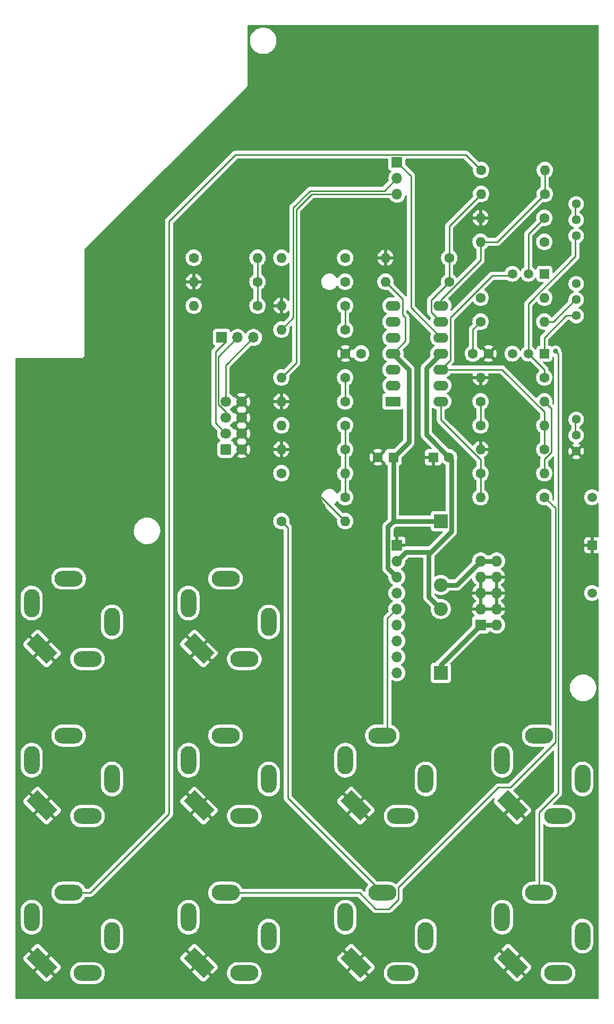
<source format=gtl>
G04 #@! TF.GenerationSoftware,KiCad,Pcbnew,6.0.5-a6ca702e91~116~ubuntu20.04.1*
G04 #@! TF.CreationDate,2022-06-19T13:50:02-04:00*
G04 #@! TF.ProjectId,herovco_back,6865726f-7663-46f5-9f62-61636b2e6b69,rev?*
G04 #@! TF.SameCoordinates,Original*
G04 #@! TF.FileFunction,Copper,L1,Top*
G04 #@! TF.FilePolarity,Positive*
%FSLAX46Y46*%
G04 Gerber Fmt 4.6, Leading zero omitted, Abs format (unit mm)*
G04 Created by KiCad (PCBNEW 6.0.5-a6ca702e91~116~ubuntu20.04.1) date 2022-06-19 13:50:02*
%MOMM*%
%LPD*%
G01*
G04 APERTURE LIST*
G04 Aperture macros list*
%AMRoundRect*
0 Rectangle with rounded corners*
0 $1 Rounding radius*
0 $2 $3 $4 $5 $6 $7 $8 $9 X,Y pos of 4 corners*
0 Add a 4 corners polygon primitive as box body*
4,1,4,$2,$3,$4,$5,$6,$7,$8,$9,$2,$3,0*
0 Add four circle primitives for the rounded corners*
1,1,$1+$1,$2,$3*
1,1,$1+$1,$4,$5*
1,1,$1+$1,$6,$7*
1,1,$1+$1,$8,$9*
0 Add four rect primitives between the rounded corners*
20,1,$1+$1,$2,$3,$4,$5,0*
20,1,$1+$1,$4,$5,$6,$7,0*
20,1,$1+$1,$6,$7,$8,$9,0*
20,1,$1+$1,$8,$9,$2,$3,0*%
%AMRotRect*
0 Rectangle, with rotation*
0 The origin of the aperture is its center*
0 $1 length*
0 $2 width*
0 $3 Rotation angle, in degrees counterclockwise*
0 Add horizontal line*
21,1,$1,$2,0,0,$3*%
G04 Aperture macros list end*
G04 #@! TA.AperFunction,ComponentPad*
%ADD10C,1.500000*%
G04 #@! TD*
G04 #@! TA.AperFunction,ComponentPad*
%ADD11O,2.500000X4.500001*%
G04 #@! TD*
G04 #@! TA.AperFunction,ComponentPad*
%ADD12O,4.500001X2.500001*%
G04 #@! TD*
G04 #@! TA.AperFunction,ComponentPad*
%ADD13RotRect,4.500001X2.500001X315.000000*%
G04 #@! TD*
G04 #@! TA.AperFunction,ComponentPad*
%ADD14O,4.500000X2.500000*%
G04 #@! TD*
G04 #@! TA.AperFunction,ComponentPad*
%ADD15O,2.500000X4.500000*%
G04 #@! TD*
G04 #@! TA.AperFunction,ComponentPad*
%ADD16R,1.700000X1.700000*%
G04 #@! TD*
G04 #@! TA.AperFunction,ComponentPad*
%ADD17O,1.700000X1.700000*%
G04 #@! TD*
G04 #@! TA.AperFunction,ComponentPad*
%ADD18R,1.500000X1.500000*%
G04 #@! TD*
G04 #@! TA.AperFunction,ComponentPad*
%ADD19C,1.600000*%
G04 #@! TD*
G04 #@! TA.AperFunction,ComponentPad*
%ADD20O,1.600000X1.600000*%
G04 #@! TD*
G04 #@! TA.AperFunction,ComponentPad*
%ADD21C,1.440000*%
G04 #@! TD*
G04 #@! TA.AperFunction,ComponentPad*
%ADD22R,2.200000X2.200000*%
G04 #@! TD*
G04 #@! TA.AperFunction,ComponentPad*
%ADD23O,2.200000X2.200000*%
G04 #@! TD*
G04 #@! TA.AperFunction,ComponentPad*
%ADD24R,2.400000X1.600000*%
G04 #@! TD*
G04 #@! TA.AperFunction,ComponentPad*
%ADD25O,2.400000X1.600000*%
G04 #@! TD*
G04 #@! TA.AperFunction,ComponentPad*
%ADD26R,1.600000X1.600000*%
G04 #@! TD*
G04 #@! TA.AperFunction,ComponentPad*
%ADD27RoundRect,0.250000X-0.600000X-0.600000X0.600000X-0.600000X0.600000X0.600000X-0.600000X0.600000X0*%
G04 #@! TD*
G04 #@! TA.AperFunction,ComponentPad*
%ADD28C,1.700000*%
G04 #@! TD*
G04 #@! TA.AperFunction,ComponentPad*
%ADD29R,1.727200X1.727200*%
G04 #@! TD*
G04 #@! TA.AperFunction,ComponentPad*
%ADD30O,1.727200X1.727200*%
G04 #@! TD*
G04 #@! TA.AperFunction,ViaPad*
%ADD31C,0.800000*%
G04 #@! TD*
G04 #@! TA.AperFunction,Conductor*
%ADD32C,0.250000*%
G04 #@! TD*
G04 #@! TA.AperFunction,Conductor*
%ADD33C,0.750000*%
G04 #@! TD*
G04 APERTURE END LIST*
D10*
G04 #@! TO.P,TP7,1,1*
G04 #@! TO.N,Board_0-+12V_1*
X194240000Y-100650000D03*
G04 #@! TD*
G04 #@! TO.P,TP8,1,1*
G04 #@! TO.N,Board_0--12V_1*
X194240000Y-115890000D03*
G04 #@! TD*
D11*
G04 #@! TO.P,J27,R*
G04 #@! TO.N,N/C*
X167700000Y-170500000D03*
D12*
G04 #@! TO.P,J27,RN*
X163800000Y-176400000D03*
D13*
G04 #@! TO.P,J27,S*
G04 #@! TO.N,Board_0-GND1*
X156560000Y-174740000D03*
D14*
G04 #@! TO.P,J27,T*
G04 #@! TO.N,Board_0-SAW*
X160800000Y-163600000D03*
D15*
G04 #@! TO.P,J27,TN*
G04 #@! TO.N,N/C*
X154900000Y-167500000D03*
G04 #@! TD*
D11*
G04 #@! TO.P,J28,R*
G04 #@! TO.N,N/C*
X142700000Y-145500000D03*
D12*
G04 #@! TO.P,J28,RN*
X138800000Y-151400000D03*
D13*
G04 #@! TO.P,J28,S*
G04 #@! TO.N,Board_0-GND1*
X131560000Y-149740000D03*
D14*
G04 #@! TO.P,J28,T*
G04 #@! TO.N,Board_0-/Jacks\u002C power\u002C etc/V_OCT2_J*
X135800000Y-138600000D03*
D15*
G04 #@! TO.P,J28,TN*
G04 #@! TO.N,N/C*
X129900000Y-142500000D03*
G04 #@! TD*
D11*
G04 #@! TO.P,J20,R*
G04 #@! TO.N,N/C*
X117700000Y-120500000D03*
D12*
G04 #@! TO.P,J20,RN*
X113800000Y-126400000D03*
D13*
G04 #@! TO.P,J20,S*
G04 #@! TO.N,Board_0-GND1*
X106560000Y-124740000D03*
D14*
G04 #@! TO.P,J20,T*
G04 #@! TO.N,Board_0-/Jacks\u002C power\u002C etc/SYNC_J*
X110800000Y-113600000D03*
D15*
G04 #@! TO.P,J20,TN*
G04 #@! TO.N,N/C*
X104900000Y-117500000D03*
G04 #@! TD*
D11*
G04 #@! TO.P,J25,R*
G04 #@! TO.N,N/C*
X117700000Y-170500000D03*
D12*
G04 #@! TO.P,J25,RN*
X113800000Y-176400000D03*
D13*
G04 #@! TO.P,J25,S*
G04 #@! TO.N,Board_0-GND1*
X106560000Y-174740000D03*
D14*
G04 #@! TO.P,J25,T*
G04 #@! TO.N,Board_0-TRI*
X110800000Y-163600000D03*
D15*
G04 #@! TO.P,J25,TN*
G04 #@! TO.N,N/C*
X104900000Y-167500000D03*
G04 #@! TD*
D11*
G04 #@! TO.P,J26,R*
G04 #@! TO.N,N/C*
X192700000Y-170500000D03*
D12*
G04 #@! TO.P,J26,RN*
X188800000Y-176400000D03*
D13*
G04 #@! TO.P,J26,S*
G04 #@! TO.N,Board_0-GND1*
X181560000Y-174740000D03*
D14*
G04 #@! TO.P,J26,T*
G04 #@! TO.N,Board_0-PULSE*
X185800000Y-163600000D03*
D15*
G04 #@! TO.P,J26,TN*
G04 #@! TO.N,N/C*
X179900000Y-167500000D03*
G04 #@! TD*
D16*
G04 #@! TO.P,J10,1,Pin_1*
G04 #@! TO.N,Board_0-/Outputs and sin/TRIANGLE_OUT_S*
X163135000Y-47325000D03*
D17*
G04 #@! TO.P,J10,2,Pin_2*
G04 #@! TO.N,Board_0-/Outputs and sin/PULSE_OUT_S*
X163135000Y-49865000D03*
G04 #@! TO.P,J10,3,Pin_3*
G04 #@! TO.N,Board_0-/Outputs and sin/SAW_OUT_S*
X163135000Y-52405000D03*
G04 #@! TD*
D11*
G04 #@! TO.P,J21,R*
G04 #@! TO.N,N/C*
X167700000Y-145500000D03*
D12*
G04 #@! TO.P,J21,RN*
X163800000Y-151400000D03*
D13*
G04 #@! TO.P,J21,S*
G04 #@! TO.N,Board_0-GND1*
X156560000Y-149740000D03*
D14*
G04 #@! TO.P,J21,T*
G04 #@! TO.N,Board_0-/Jacks\u002C power\u002C etc/CV_IN_J*
X160800000Y-138600000D03*
D15*
G04 #@! TO.P,J21,TN*
G04 #@! TO.N,N/C*
X154900000Y-142500000D03*
G04 #@! TD*
D11*
G04 #@! TO.P,J22,R*
G04 #@! TO.N,N/C*
X117700000Y-145500000D03*
D12*
G04 #@! TO.P,J22,RN*
X113800000Y-151400000D03*
D13*
G04 #@! TO.P,J22,S*
G04 #@! TO.N,Board_0-GND1*
X106560000Y-149740000D03*
D14*
G04 #@! TO.P,J22,T*
G04 #@! TO.N,Board_0-/Jacks\u002C power\u002C etc/V_OCT_J*
X110800000Y-138600000D03*
D15*
G04 #@! TO.P,J22,TN*
G04 #@! TO.N,N/C*
X104900000Y-142500000D03*
G04 #@! TD*
D11*
G04 #@! TO.P,J24,R*
G04 #@! TO.N,N/C*
X142700000Y-170500000D03*
D12*
G04 #@! TO.P,J24,RN*
X138800000Y-176400000D03*
D13*
G04 #@! TO.P,J24,S*
G04 #@! TO.N,Board_0-GND1*
X131560000Y-174740000D03*
D14*
G04 #@! TO.P,J24,T*
G04 #@! TO.N,Board_0-/Jacks\u002C power\u002C etc/SIN*
X135800000Y-163600000D03*
D15*
G04 #@! TO.P,J24,TN*
G04 #@! TO.N,N/C*
X129900000Y-167500000D03*
G04 #@! TD*
D11*
G04 #@! TO.P,J19,R*
G04 #@! TO.N,N/C*
X192700000Y-145500000D03*
D12*
G04 #@! TO.P,J19,RN*
X188800000Y-151400000D03*
D13*
G04 #@! TO.P,J19,S*
G04 #@! TO.N,Board_0-GND1*
X181560000Y-149740000D03*
D14*
G04 #@! TO.P,J19,T*
G04 #@! TO.N,Board_0-/Jacks\u002C power\u002C etc/LIN_FM_IN_J*
X185800000Y-138600000D03*
D15*
G04 #@! TO.P,J19,TN*
G04 #@! TO.N,N/C*
X179900000Y-142500000D03*
G04 #@! TD*
D16*
G04 #@! TO.P,J11,1,Pin_1*
G04 #@! TO.N,Board_0-/LINK_OUT_FM_B*
X135185000Y-75225000D03*
D17*
G04 #@! TO.P,J11,2,Pin_2*
G04 #@! TO.N,Board_0-/LINK_OUT_PW_B*
X137725000Y-75225000D03*
G04 #@! TO.P,J11,3,Pin_3*
G04 #@! TO.N,Board_0-/LINK_OUT_CV_B*
X140265000Y-75225000D03*
G04 #@! TD*
D18*
G04 #@! TO.P,TP9,1,1*
G04 #@! TO.N,Board_0-GND1*
X194240000Y-108270000D03*
G04 #@! TD*
D16*
G04 #@! TO.P,J9,1,Pin_1*
G04 #@! TO.N,Board_0-GND1*
X163110000Y-108270000D03*
D17*
G04 #@! TO.P,J9,2,Pin_2*
G04 #@! TO.N,Board_0--12V_1*
X163110000Y-110810000D03*
G04 #@! TO.P,J9,3,Pin_3*
G04 #@! TO.N,Board_0-+12V_1*
X163110000Y-113350000D03*
G04 #@! TO.P,J9,4,Pin_4*
G04 #@! TO.N,Board_0-/Jacks\u002C power\u002C etc/PWMIN_J*
X163110000Y-115890000D03*
G04 #@! TO.P,J9,5,Pin_5*
G04 #@! TO.N,Board_0-/Jacks\u002C power\u002C etc/CV_IN_J*
X163110000Y-118430000D03*
G04 #@! TO.P,J9,6,Pin_6*
G04 #@! TO.N,Board_0-/Jacks\u002C power\u002C etc/SYNC_J*
X163110000Y-120970000D03*
G04 #@! TO.P,J9,7,Pin_7*
G04 #@! TO.N,Board_0-/Jacks\u002C power\u002C etc/LIN_FM_IN_J*
X163110000Y-123510000D03*
G04 #@! TO.P,J9,8,Pin_8*
G04 #@! TO.N,Board_0-/Jacks\u002C power\u002C etc/V_OCT2_J*
X163110000Y-126050000D03*
G04 #@! TO.P,J9,9,Pin_9*
G04 #@! TO.N,Board_0-/Jacks\u002C power\u002C etc/V_OCT_J*
X163110000Y-128590000D03*
G04 #@! TD*
D11*
G04 #@! TO.P,J18,R*
G04 #@! TO.N,N/C*
X142700000Y-120500000D03*
D12*
G04 #@! TO.P,J18,RN*
X138800000Y-126400000D03*
D13*
G04 #@! TO.P,J18,S*
G04 #@! TO.N,Board_0-GND1*
X131560000Y-124740000D03*
D14*
G04 #@! TO.P,J18,T*
G04 #@! TO.N,Board_0-/Jacks\u002C power\u002C etc/PWMIN_J*
X135800000Y-113600000D03*
D15*
G04 #@! TO.P,J18,TN*
G04 #@! TO.N,N/C*
X129900000Y-117500000D03*
G04 #@! TD*
D19*
G04 #@! TO.P,R60,1*
G04 #@! TO.N,Board_0-Net-(C18-Pad2)*
X154870000Y-93030000D03*
D20*
G04 #@! TO.P,R60,2*
G04 #@! TO.N,Board_0-GND1*
X144710000Y-93030000D03*
G04 #@! TD*
D19*
G04 #@! TO.P,R61,1*
G04 #@! TO.N,Board_0-Net-(C19-Pad2)*
X140900000Y-66360000D03*
D20*
G04 #@! TO.P,R61,2*
G04 #@! TO.N,Board_0-GND1*
X130740000Y-66360000D03*
G04 #@! TD*
D18*
G04 #@! TO.P,Q1,1,E*
G04 #@! TO.N,Board_0-Net-(Q1-Pad1)*
X186620000Y-77790000D03*
D10*
G04 #@! TO.P,Q1,2,B*
G04 #@! TO.N,Board_0-Net-(Q1-Pad2)*
X184080000Y-77790000D03*
G04 #@! TO.P,Q1,3,C*
G04 #@! TO.N,Board_0-Net-(Q1-Pad3)*
X181540000Y-77790000D03*
G04 #@! TD*
D21*
G04 #@! TO.P,RV10,1,1*
G04 #@! TO.N,Board_0-Net-(Q1-Pad2)*
X191700000Y-59050000D03*
G04 #@! TO.P,RV10,2,2*
G04 #@! TO.N,Board_0-Net-(R42-Pad1)*
X191700000Y-56510000D03*
G04 #@! TO.P,RV10,3,3*
X191700000Y-53970000D03*
G04 #@! TD*
D22*
G04 #@! TO.P,D3,1,K*
G04 #@! TO.N,Board_0-+12V_1*
X170110000Y-104460000D03*
D23*
G04 #@! TO.P,D3,2,A*
G04 #@! TO.N,Board_0-/Jacks\u002C power\u002C etc/+12V_IN*
X170110000Y-114620000D03*
G04 #@! TD*
D19*
G04 #@! TO.P,R52,1*
G04 #@! TO.N,Board_0-Net-(R52-Pad1)*
X154870000Y-81600000D03*
D20*
G04 #@! TO.P,R52,2*
G04 #@! TO.N,Board_0-/Outputs and sin/SAW_OUT_S*
X144710000Y-81600000D03*
G04 #@! TD*
D19*
G04 #@! TO.P,R44,1*
G04 #@! TO.N,Board_0-+12V_1*
X176460000Y-85410000D03*
D20*
G04 #@! TO.P,R44,2*
G04 #@! TO.N,Board_0-Net-(Q1-Pad3)*
X186620000Y-85410000D03*
G04 #@! TD*
D19*
G04 #@! TO.P,R49,1*
G04 #@! TO.N,Board_0-Net-(Q2-Pad3)*
X186620000Y-93030000D03*
D20*
G04 #@! TO.P,R49,2*
G04 #@! TO.N,Board_0-GND1*
X176460000Y-93030000D03*
G04 #@! TD*
D24*
G04 #@! TO.P,U7,1*
G04 #@! TO.N,Board_0-/Outputs and sin/LINK_OUT_SAW*
X162490000Y-85410000D03*
D25*
G04 #@! TO.P,U7,2,-*
G04 #@! TO.N,Board_0-Net-(C18-Pad2)*
X162490000Y-82870000D03*
G04 #@! TO.P,U7,3,+*
G04 #@! TO.N,Board_0-Net-(R52-Pad1)*
X162490000Y-80330000D03*
G04 #@! TO.P,U7,4,V+*
G04 #@! TO.N,Board_0-+12V_1*
X162490000Y-77790000D03*
G04 #@! TO.P,U7,5,+*
G04 #@! TO.N,Board_0-Net-(R53-Pad1)*
X162490000Y-75250000D03*
G04 #@! TO.P,U7,6,-*
G04 #@! TO.N,Board_0-Net-(C19-Pad2)*
X162490000Y-72710000D03*
G04 #@! TO.P,U7,7*
G04 #@! TO.N,Board_0-Net-(C19-Pad1)*
X162490000Y-70170000D03*
G04 #@! TO.P,U7,8*
G04 #@! TO.N,Board_0-TRI_RAW*
X170110000Y-70170000D03*
G04 #@! TO.P,U7,9,-*
G04 #@! TO.N,Board_0-Net-(R56-Pad1)*
X170110000Y-72710000D03*
G04 #@! TO.P,U7,10,+*
G04 #@! TO.N,Board_0-/Outputs and sin/TRIANGLE_OUT_S*
X170110000Y-75250000D03*
G04 #@! TO.P,U7,11,V-*
G04 #@! TO.N,Board_0--12V_1*
X170110000Y-77790000D03*
G04 #@! TO.P,U7,12,+*
G04 #@! TO.N,Board_0-Net-(Q2-Pad3)*
X170110000Y-80330000D03*
G04 #@! TO.P,U7,13,-*
G04 #@! TO.N,Board_0-Net-(Q1-Pad3)*
X170110000Y-82870000D03*
G04 #@! TO.P,U7,14*
G04 #@! TO.N,Board_0-Net-(R50-Pad1)*
X170110000Y-85410000D03*
G04 #@! TD*
D26*
G04 #@! TO.P,C15,1*
G04 #@! TO.N,Board_0-GND1*
X168920000Y-94300000D03*
D19*
G04 #@! TO.P,C15,2*
G04 #@! TO.N,Board_0--12V_1*
X171420000Y-94300000D03*
G04 #@! TD*
D21*
G04 #@! TO.P,RV12,1,1*
G04 #@! TO.N,Board_0-GND1*
X191700000Y-93340000D03*
G04 #@! TO.P,RV12,2,2*
G04 #@! TO.N,Board_0-/Jacks\u002C power\u002C etc/SIN*
X191700000Y-90800000D03*
G04 #@! TO.P,RV12,3,3*
X191700000Y-88260000D03*
G04 #@! TD*
D19*
G04 #@! TO.P,R51,1*
G04 #@! TO.N,Board_0-/Jacks\u002C power\u002C etc/SIN*
X186620000Y-100650000D03*
D20*
G04 #@! TO.P,R51,2*
G04 #@! TO.N,Board_0-Net-(R50-Pad1)*
X176460000Y-100650000D03*
G04 #@! TD*
D19*
G04 #@! TO.P,R64,1*
G04 #@! TO.N,Board_0-Net-(C19-Pad1)*
X130740000Y-62550000D03*
D20*
G04 #@! TO.P,R64,2*
G04 #@! TO.N,Board_0-Net-(C19-Pad2)*
X140900000Y-62550000D03*
G04 #@! TD*
D22*
G04 #@! TO.P,D4,1,K*
G04 #@! TO.N,Board_0-/Jacks\u002C power\u002C etc/-12V_IN*
X170110000Y-128590000D03*
D23*
G04 #@! TO.P,D4,2,A*
G04 #@! TO.N,Board_0--12V_1*
X170110000Y-118430000D03*
G04 #@! TD*
D18*
G04 #@! TO.P,Q2,1,E*
G04 #@! TO.N,Board_0-Net-(Q2-Pad1)*
X186620000Y-65090000D03*
D10*
G04 #@! TO.P,Q2,2,B*
G04 #@! TO.N,Board_0-Net-(Q2-Pad2)*
X184080000Y-65090000D03*
G04 #@! TO.P,Q2,3,C*
G04 #@! TO.N,Board_0-Net-(Q2-Pad3)*
X181540000Y-65090000D03*
G04 #@! TD*
D19*
G04 #@! TO.P,R59,1*
G04 #@! TO.N,Board_0-Net-(R56-Pad1)*
X171460000Y-62550000D03*
D20*
G04 #@! TO.P,R59,2*
G04 #@! TO.N,Board_0-GND1*
X161300000Y-62550000D03*
G04 #@! TD*
D19*
G04 #@! TO.P,R45,1*
G04 #@! TO.N,Board_0-Net-(Q2-Pad1)*
X176460000Y-68900000D03*
D20*
G04 #@! TO.P,R45,2*
G04 #@! TO.N,Board_0-Net-(Q1-Pad1)*
X186620000Y-68900000D03*
G04 #@! TD*
D19*
G04 #@! TO.P,R67,1*
G04 #@! TO.N,Board_0-PULSE*
X154870000Y-62550000D03*
D20*
G04 #@! TO.P,R67,2*
G04 #@! TO.N,Board_0-Net-(C19-Pad1)*
X144710000Y-62550000D03*
G04 #@! TD*
D27*
G04 #@! TO.P,J17,1,Pin_1*
G04 #@! TO.N,Board_0-/Outputs and sin/LINK_OUT_SAW*
X135820000Y-93030000D03*
D28*
G04 #@! TO.P,J17,2,Pin_2*
G04 #@! TO.N,Board_0-GND1*
X138360000Y-93030000D03*
G04 #@! TO.P,J17,3,Pin_3*
G04 #@! TO.N,Board_0-/LINK_OUT_FM_B*
X135820000Y-90490000D03*
G04 #@! TO.P,J17,4,Pin_4*
G04 #@! TO.N,Board_0-GND1*
X138360000Y-90490000D03*
G04 #@! TO.P,J17,5,Pin_5*
G04 #@! TO.N,Board_0-/LINK_OUT_PW_B*
X135820000Y-87950000D03*
G04 #@! TO.P,J17,6,Pin_6*
G04 #@! TO.N,Board_0-GND1*
X138360000Y-87950000D03*
G04 #@! TO.P,J17,7,Pin_7*
G04 #@! TO.N,Board_0-/LINK_OUT_CV_B*
X135820000Y-85410000D03*
G04 #@! TO.P,J17,8,Pin_8*
G04 #@! TO.N,Board_0-GND1*
X138360000Y-85410000D03*
G04 #@! TD*
D19*
G04 #@! TO.P,C19,1*
G04 #@! TO.N,Board_0-Net-(C19-Pad1)*
X154870000Y-66360000D03*
G04 #@! TO.P,C19,2*
G04 #@! TO.N,Board_0-Net-(C19-Pad2)*
X149870000Y-66360000D03*
G04 #@! TD*
G04 #@! TO.P,R50,1*
G04 #@! TO.N,Board_0-Net-(R50-Pad1)*
X176460000Y-96840000D03*
D20*
G04 #@! TO.P,R50,2*
G04 #@! TO.N,Board_0-Net-(Q1-Pad3)*
X186620000Y-96840000D03*
G04 #@! TD*
D19*
G04 #@! TO.P,C18,1*
G04 #@! TO.N,Board_0-/Outputs and sin/LINK_OUT_SAW*
X149910000Y-100650000D03*
G04 #@! TO.P,C18,2*
G04 #@! TO.N,Board_0-Net-(C18-Pad2)*
X154910000Y-100650000D03*
G04 #@! TD*
G04 #@! TO.P,R56,1*
G04 #@! TO.N,Board_0-Net-(R56-Pad1)*
X171460000Y-66360000D03*
D20*
G04 #@! TO.P,R56,2*
G04 #@! TO.N,Board_0-+12V_1*
X161300000Y-66360000D03*
G04 #@! TD*
D21*
G04 #@! TO.P,RV11,1,1*
G04 #@! TO.N,Board_0-Net-(Q1-Pad1)*
X191700000Y-71750000D03*
G04 #@! TO.P,RV11,2,2*
G04 #@! TO.N,Board_0-Net-(R47-Pad2)*
X191700000Y-69210000D03*
G04 #@! TO.P,RV11,3,3*
G04 #@! TO.N,Board_0-Net-(Q2-Pad1)*
X191700000Y-66670000D03*
G04 #@! TD*
D19*
G04 #@! TO.P,R65,1*
G04 #@! TO.N,Board_0-TRI*
X176540000Y-48580000D03*
D20*
G04 #@! TO.P,R65,2*
G04 #@! TO.N,Board_0-TRI_RAW*
X186700000Y-48580000D03*
G04 #@! TD*
D19*
G04 #@! TO.P,R54,1*
G04 #@! TO.N,Board_0-Net-(R52-Pad1)*
X154870000Y-85410000D03*
D20*
G04 #@! TO.P,R54,2*
G04 #@! TO.N,Board_0-GND1*
X144710000Y-85410000D03*
G04 #@! TD*
D19*
G04 #@! TO.P,R57,1*
G04 #@! TO.N,Board_0-Net-(C18-Pad2)*
X154870000Y-89220000D03*
D20*
G04 #@! TO.P,R57,2*
G04 #@! TO.N,Board_0-+12V_1*
X144710000Y-89220000D03*
G04 #@! TD*
D29*
G04 #@! TO.P,J23,1,-12V*
G04 #@! TO.N,Board_0-/Jacks\u002C power\u002C etc/-12V_IN*
X176460000Y-120970000D03*
D30*
G04 #@! TO.P,J23,2,-12V*
X179000000Y-120970000D03*
G04 #@! TO.P,J23,3,GND*
G04 #@! TO.N,Board_0-GND1*
X176460000Y-118430000D03*
G04 #@! TO.P,J23,4,GND*
X179000000Y-118430000D03*
G04 #@! TO.P,J23,5,GND*
X176460000Y-115890000D03*
G04 #@! TO.P,J23,6,GND*
X179000000Y-115890000D03*
G04 #@! TO.P,J23,7,GND*
X176460000Y-113350000D03*
G04 #@! TO.P,J23,8,GND*
X179000000Y-113350000D03*
G04 #@! TO.P,J23,9,+12V*
G04 #@! TO.N,Board_0-/Jacks\u002C power\u002C etc/+12V_IN*
X176460000Y-110810000D03*
G04 #@! TO.P,J23,10,+12V*
X179000000Y-110810000D03*
G04 #@! TD*
D19*
G04 #@! TO.P,R63,1*
G04 #@! TO.N,Board_0-/Outputs and sin/LINK_OUT_SAW*
X144710000Y-96840000D03*
D20*
G04 #@! TO.P,R63,2*
G04 #@! TO.N,Board_0-Net-(C18-Pad2)*
X154870000Y-96840000D03*
G04 #@! TD*
D19*
G04 #@! TO.P,R62,1*
G04 #@! TO.N,Board_0-TRI_RAW*
X186700000Y-52390000D03*
D20*
G04 #@! TO.P,R62,2*
G04 #@! TO.N,Board_0-Net-(R56-Pad1)*
X176540000Y-52390000D03*
G04 #@! TD*
D19*
G04 #@! TO.P,R43,1*
G04 #@! TO.N,Board_0-Net-(Q1-Pad2)*
X186620000Y-81600000D03*
D20*
G04 #@! TO.P,R43,2*
G04 #@! TO.N,Board_0-GND1*
X176460000Y-81600000D03*
G04 #@! TD*
D19*
G04 #@! TO.P,R47,1*
G04 #@! TO.N,Board_0--12V_1*
X176460000Y-72710000D03*
D20*
G04 #@! TO.P,R47,2*
G04 #@! TO.N,Board_0-Net-(R47-Pad2)*
X186620000Y-72710000D03*
G04 #@! TD*
D19*
G04 #@! TO.P,R55,1*
G04 #@! TO.N,Board_0-Net-(R53-Pad1)*
X154870000Y-70170000D03*
D20*
G04 #@! TO.P,R55,2*
G04 #@! TO.N,Board_0-GND1*
X144710000Y-70170000D03*
G04 #@! TD*
D19*
G04 #@! TO.P,C17,1*
G04 #@! TO.N,Board_0-GND1*
X177730000Y-77790000D03*
G04 #@! TO.P,C17,2*
G04 #@! TO.N,Board_0--12V_1*
X175230000Y-77790000D03*
G04 #@! TD*
G04 #@! TO.P,R58,1*
G04 #@! TO.N,Board_0-Net-(C19-Pad2)*
X140900000Y-70170000D03*
D20*
G04 #@! TO.P,R58,2*
G04 #@! TO.N,Board_0-+12V_1*
X130740000Y-70170000D03*
G04 #@! TD*
D19*
G04 #@! TO.P,R48,1*
G04 #@! TO.N,Board_0-Net-(Q2-Pad2)*
X186620000Y-56200000D03*
D20*
G04 #@! TO.P,R48,2*
G04 #@! TO.N,Board_0-GND1*
X176460000Y-56200000D03*
G04 #@! TD*
D19*
G04 #@! TO.P,R42,1*
G04 #@! TO.N,Board_0-Net-(R42-Pad1)*
X186620000Y-60010000D03*
D20*
G04 #@! TO.P,R42,2*
G04 #@! TO.N,Board_0-TRI_RAW*
X176460000Y-60010000D03*
G04 #@! TD*
D19*
G04 #@! TO.P,R66,1*
G04 #@! TO.N,Board_0-SAW*
X144710000Y-104460000D03*
D20*
G04 #@! TO.P,R66,2*
G04 #@! TO.N,Board_0-/Outputs and sin/LINK_OUT_SAW*
X154870000Y-104460000D03*
G04 #@! TD*
D26*
G04 #@! TO.P,C14,1*
G04 #@! TO.N,Board_0-+12V_1*
X162570000Y-94300000D03*
D19*
G04 #@! TO.P,C14,2*
G04 #@! TO.N,Board_0-GND1*
X160070000Y-94300000D03*
G04 #@! TD*
G04 #@! TO.P,R53,1*
G04 #@! TO.N,Board_0-Net-(R53-Pad1)*
X154870000Y-73980000D03*
D20*
G04 #@! TO.P,R53,2*
G04 #@! TO.N,Board_0-/Outputs and sin/PULSE_OUT_S*
X144710000Y-73980000D03*
G04 #@! TD*
D19*
G04 #@! TO.P,C16,1*
G04 #@! TO.N,Board_0-+12V_1*
X157410000Y-77790000D03*
G04 #@! TO.P,C16,2*
G04 #@! TO.N,Board_0-GND1*
X154910000Y-77790000D03*
G04 #@! TD*
G04 #@! TO.P,R46,1*
G04 #@! TO.N,Board_0-+12V_1*
X176460000Y-89220000D03*
D20*
G04 #@! TO.P,R46,2*
G04 #@! TO.N,Board_0-Net-(Q2-Pad3)*
X186620000Y-89220000D03*
G04 #@! TD*
D31*
G04 #@! TO.N,Board_0-PULSE*
X188398000Y-77409000D03*
G04 #@! TD*
D32*
G04 #@! TO.N,Board_0-+12V_1*
X176460000Y-89220000D02*
X176460000Y-85410000D01*
D33*
X165030000Y-80330000D02*
X165030000Y-91840000D01*
D32*
X164014520Y-69074520D02*
X161300000Y-66360000D01*
D33*
X165030000Y-91840000D02*
X162570000Y-94300000D01*
D32*
X162490000Y-77790000D02*
X164464030Y-75815970D01*
X164464030Y-72058015D02*
X164014520Y-71608505D01*
X162744000Y-104460000D02*
X162570000Y-104460000D01*
D33*
X170110000Y-104460000D02*
X162744000Y-104460000D01*
X161685489Y-111925489D02*
X161685489Y-105344511D01*
X161685489Y-105344511D02*
X162570000Y-104460000D01*
D32*
X164014520Y-71608505D02*
X164014520Y-69074520D01*
X164464030Y-75815970D02*
X164464030Y-72058015D01*
D33*
X162490000Y-77790000D02*
X165030000Y-80330000D01*
X163110000Y-113350000D02*
X161685489Y-111925489D01*
X162570000Y-94300000D02*
X162570000Y-104460000D01*
D32*
G04 #@! TO.N,Board_0--12V_1*
X175230000Y-73940000D02*
X176460000Y-72710000D01*
X175230000Y-77790000D02*
X175230000Y-73940000D01*
D33*
X164534511Y-109385489D02*
X168533533Y-109385489D01*
X171420000Y-94300000D02*
X167824000Y-90704000D01*
X171784511Y-94664511D02*
X171420000Y-94300000D01*
X163110000Y-110810000D02*
X164534511Y-109385489D01*
X167824000Y-80076000D02*
X170110000Y-77790000D01*
X171784511Y-106134511D02*
X171784511Y-94664511D01*
X167824000Y-90704000D02*
X167824000Y-80076000D01*
X168533533Y-109385489D02*
X171784511Y-106134511D01*
X168205000Y-109714022D02*
X168533533Y-109385489D01*
X170110000Y-118430000D02*
X168205000Y-116525000D01*
X168205000Y-116525000D02*
X168205000Y-109714022D01*
G04 #@! TO.N,Board_0-/Jacks\u002C power\u002C etc/+12V_IN*
X179000000Y-110810000D02*
X176460000Y-110810000D01*
X170110000Y-114620000D02*
X172650000Y-114620000D01*
X172650000Y-114620000D02*
X176460000Y-110810000D01*
G04 #@! TO.N,Board_0-/Jacks\u002C power\u002C etc/-12V_IN*
X179000000Y-120970000D02*
X176460000Y-120970000D01*
X170110000Y-127320000D02*
X176460000Y-120970000D01*
X170110000Y-128590000D02*
X170110000Y-127320000D01*
D32*
G04 #@! TO.N,Board_0-/Jacks\u002C power\u002C etc/CV_IN_J*
X163110000Y-118430000D02*
X161601000Y-119939000D01*
X161601000Y-119939000D02*
X161601000Y-137799000D01*
G04 #@! TO.N,Board_0-/Jacks\u002C power\u002C etc/SIN*
X159733602Y-166174511D02*
X161866398Y-166174511D01*
X188374511Y-102404511D02*
X186620000Y-100650000D01*
X179287978Y-146863000D02*
X181177909Y-146863000D01*
X181177909Y-146863000D02*
X188374511Y-139666398D01*
X163374511Y-164666398D02*
X163374511Y-162776467D01*
X135800000Y-163600000D02*
X157159091Y-163600000D01*
X161866398Y-166174511D02*
X163374511Y-164666398D01*
X163374511Y-162776467D02*
X179287978Y-146863000D01*
X157159091Y-163600000D02*
X159733602Y-166174511D01*
X188374511Y-139666398D02*
X188374511Y-102404511D01*
X191580000Y-90800000D02*
X191580000Y-88260000D01*
G04 #@! TO.N,Board_0-/LINK_OUT_CV_B*
X135820000Y-79670000D02*
X140265000Y-75225000D01*
X135820000Y-85410000D02*
X135820000Y-79670000D01*
G04 #@! TO.N,Board_0-/LINK_OUT_FM_B*
X134195969Y-77484031D02*
X134195969Y-88865969D01*
X134195969Y-88865969D02*
X135820000Y-90490000D01*
X135820000Y-75860000D02*
X134195969Y-77484031D01*
G04 #@! TO.N,Board_0-/LINK_OUT_PW_B*
X134645489Y-78304511D02*
X134645489Y-85896499D01*
X134645489Y-85896499D02*
X135820000Y-87071010D01*
X137725000Y-75225000D02*
X134645489Y-78304511D01*
X135820000Y-87071010D02*
X135820000Y-87950000D01*
G04 #@! TO.N,Board_0-/Outputs and sin/LINK_OUT_SAW*
X151060000Y-100650000D02*
X154870000Y-104460000D01*
X149910000Y-100650000D02*
X151060000Y-100650000D01*
G04 #@! TO.N,Board_0-/Outputs and sin/PULSE_OUT_S*
X161118000Y-51882000D02*
X163135000Y-49865000D01*
X149282000Y-51882000D02*
X161118000Y-51882000D01*
X144710000Y-73980000D02*
X146604978Y-72085022D01*
X146604978Y-72085022D02*
X146604978Y-54559022D01*
X146604978Y-54559022D02*
X149282000Y-51882000D01*
G04 #@! TO.N,Board_0-/Outputs and sin/SAW_OUT_S*
X144710000Y-81600000D02*
X147054489Y-79255511D01*
X147054489Y-79255511D02*
X147054489Y-54870807D01*
X149520296Y-52405000D02*
X163135000Y-52405000D01*
X147054489Y-54870807D02*
X149520296Y-52405000D01*
G04 #@! TO.N,Board_0-/Outputs and sin/TRIANGLE_OUT_S*
X165352511Y-49542511D02*
X163135000Y-47325000D01*
X170110000Y-75250000D02*
X165352511Y-70492511D01*
X165352511Y-70492511D02*
X165352511Y-49542511D01*
G04 #@! TO.N,Board_0-Net-(C18-Pad2)*
X154870000Y-89220000D02*
X154870000Y-93030000D01*
X154870000Y-93030000D02*
X154870000Y-96840000D01*
X154870000Y-96840000D02*
X154870000Y-100610000D01*
G04 #@! TO.N,Board_0-Net-(C19-Pad2)*
X140900000Y-66360000D02*
X140900000Y-70170000D01*
X140900000Y-62550000D02*
X140900000Y-66360000D01*
G04 #@! TO.N,Board_0-Net-(Q1-Pad1)*
X186620000Y-77790000D02*
X186620000Y-75250000D01*
X186620000Y-75250000D02*
X190120000Y-71750000D01*
X190120000Y-71750000D02*
X191580000Y-71750000D01*
G04 #@! TO.N,Board_0-Net-(Q1-Pad2)*
X186620000Y-80330000D02*
X184080000Y-77790000D01*
X186620000Y-81600000D02*
X186620000Y-80330000D01*
X184080000Y-69849700D02*
X191580000Y-62349700D01*
X184080000Y-77790000D02*
X184080000Y-69849700D01*
X191580000Y-62349700D02*
X191580000Y-59050000D01*
G04 #@! TO.N,Board_0-Net-(Q1-Pad3)*
X186620000Y-96840000D02*
X186620000Y-94620300D01*
X187744511Y-86534511D02*
X186620000Y-85410000D01*
X186620000Y-94620300D02*
X187744511Y-93495789D01*
X187744511Y-93495789D02*
X187744511Y-86534511D01*
G04 #@! TO.N,Board_0-Net-(Q2-Pad2)*
X184080000Y-58740000D02*
X186620000Y-56200000D01*
X184080000Y-65090000D02*
X184080000Y-58740000D01*
G04 #@! TO.N,Board_0-Net-(Q2-Pad3)*
X186620000Y-93030000D02*
X186620000Y-89220000D01*
X179889000Y-80330000D02*
X170110000Y-80330000D01*
X186620000Y-87061000D02*
X179889000Y-80330000D01*
X171635010Y-72059988D02*
X178306998Y-65388000D01*
X170110000Y-80330000D02*
X171635010Y-78804990D01*
X171635010Y-78804990D02*
X171635010Y-72059988D01*
X178306998Y-65388000D02*
X181242000Y-65388000D01*
X186620000Y-89220000D02*
X186620000Y-87061000D01*
G04 #@! TO.N,Board_0-Net-(R42-Pad1)*
X191580000Y-56510000D02*
X191580000Y-53970000D01*
G04 #@! TO.N,Board_0-Net-(R47-Pad2)*
X188080000Y-72710000D02*
X191580000Y-69210000D01*
X186620000Y-72710000D02*
X188080000Y-72710000D01*
G04 #@! TO.N,Board_0-Net-(R50-Pad1)*
X176460000Y-100650000D02*
X176460000Y-96840000D01*
X170110000Y-88345002D02*
X170110000Y-85410000D01*
X176460000Y-94695002D02*
X170110000Y-88345002D01*
X176460000Y-96840000D02*
X176460000Y-94695002D01*
G04 #@! TO.N,Board_0-Net-(R52-Pad1)*
X154870000Y-81600000D02*
X154870000Y-85410000D01*
G04 #@! TO.N,Board_0-Net-(R53-Pad1)*
X154870000Y-70170000D02*
X154870000Y-73980000D01*
G04 #@! TO.N,Board_0-Net-(R56-Pad1)*
X171460000Y-57470000D02*
X176540000Y-52390000D01*
X168585480Y-69234520D02*
X171460000Y-66360000D01*
X171460000Y-66360000D02*
X171460000Y-62550000D01*
X170110000Y-72710000D02*
X168585480Y-71185480D01*
X168585480Y-71185480D02*
X168585480Y-69234520D01*
X171460000Y-62550000D02*
X171460000Y-57470000D01*
G04 #@! TO.N,Board_0-PULSE*
X188824021Y-147735070D02*
X188824021Y-77835021D01*
X188824021Y-77835021D02*
X188398000Y-77409000D01*
X185800000Y-150759091D02*
X188824021Y-147735070D01*
X185800000Y-163600000D02*
X185800000Y-150759091D01*
G04 #@! TO.N,Board_0-SAW*
X145724022Y-148524022D02*
X145724022Y-105474022D01*
X145724022Y-105474022D02*
X144710000Y-104460000D01*
X160800000Y-163600000D02*
X145724022Y-148524022D01*
G04 #@! TO.N,Board_0-TRI*
X114272000Y-163600000D02*
X126787000Y-151085000D01*
X126787000Y-151085000D02*
X126787000Y-56724000D01*
X174110489Y-46150489D02*
X176540000Y-48580000D01*
X137360511Y-46150489D02*
X174110489Y-46150489D01*
X126787000Y-56724000D02*
X137360511Y-46150489D01*
X110800000Y-163600000D02*
X114272000Y-163600000D01*
G04 #@! TO.N,Board_0-TRI_RAW*
X176460000Y-60010000D02*
X179080000Y-60010000D01*
X186700000Y-52390000D02*
X186700000Y-48580000D01*
X179080000Y-60010000D02*
X186700000Y-52390000D01*
X170110000Y-69300300D02*
X176460000Y-62950300D01*
X170110000Y-70170000D02*
X170110000Y-69300300D01*
X176460000Y-62950300D02*
X176460000Y-60010000D01*
G04 #@! TD*
G04 #@! TA.AperFunction,Conductor*
G04 #@! TO.N,Board_0-GND1*
G36*
X195234121Y-25528002D02*
G01*
X195280614Y-25581658D01*
X195292000Y-25634000D01*
X195292000Y-99618023D01*
X195271998Y-99686144D01*
X195218342Y-99732637D01*
X195148068Y-99742741D01*
X195083488Y-99713247D01*
X195076905Y-99707118D01*
X195052038Y-99682251D01*
X194997128Y-99643802D01*
X194960311Y-99618023D01*
X194871654Y-99555944D01*
X194672076Y-99462880D01*
X194459371Y-99405885D01*
X194240000Y-99386693D01*
X194020629Y-99405885D01*
X193807924Y-99462880D01*
X193774723Y-99478362D01*
X193613334Y-99553618D01*
X193613329Y-99553621D01*
X193608347Y-99555944D01*
X193603840Y-99559100D01*
X193603838Y-99559101D01*
X193432473Y-99679092D01*
X193432470Y-99679094D01*
X193427962Y-99682251D01*
X193272251Y-99837962D01*
X193145944Y-100018347D01*
X193143621Y-100023329D01*
X193143618Y-100023334D01*
X193096415Y-100124562D01*
X193052880Y-100217924D01*
X192995885Y-100430629D01*
X192976693Y-100650000D01*
X192995885Y-100869371D01*
X193052880Y-101082076D01*
X193082289Y-101145144D01*
X193143618Y-101276666D01*
X193143621Y-101276671D01*
X193145944Y-101281653D01*
X193272251Y-101462038D01*
X193427962Y-101617749D01*
X193432471Y-101620906D01*
X193432473Y-101620908D01*
X193487384Y-101659357D01*
X193608346Y-101744056D01*
X193807924Y-101837120D01*
X194020629Y-101894115D01*
X194240000Y-101913307D01*
X194459371Y-101894115D01*
X194672076Y-101837120D01*
X194871654Y-101744056D01*
X194992616Y-101659357D01*
X195047527Y-101620908D01*
X195047529Y-101620906D01*
X195052038Y-101617749D01*
X195076905Y-101592882D01*
X195139217Y-101558856D01*
X195210032Y-101563921D01*
X195266868Y-101606468D01*
X195291679Y-101672988D01*
X195292000Y-101681977D01*
X195292000Y-106908850D01*
X195271998Y-106976971D01*
X195218342Y-107023464D01*
X195148068Y-107033568D01*
X195121769Y-107026831D01*
X195107609Y-107021523D01*
X195092351Y-107017895D01*
X195041486Y-107012369D01*
X195034672Y-107012000D01*
X194512115Y-107012000D01*
X194496876Y-107016475D01*
X194495671Y-107017865D01*
X194494000Y-107025548D01*
X194494000Y-109509884D01*
X194498475Y-109525123D01*
X194499865Y-109526328D01*
X194507548Y-109527999D01*
X195034669Y-109527999D01*
X195041490Y-109527629D01*
X195092352Y-109522105D01*
X195107607Y-109518478D01*
X195121769Y-109513169D01*
X195192576Y-109507985D01*
X195254945Y-109541905D01*
X195289075Y-109604159D01*
X195292000Y-109631150D01*
X195292000Y-114858023D01*
X195271998Y-114926144D01*
X195218342Y-114972637D01*
X195148068Y-114982741D01*
X195083488Y-114953247D01*
X195076905Y-114947118D01*
X195052038Y-114922251D01*
X195024587Y-114903029D01*
X194944472Y-114846932D01*
X194871654Y-114795944D01*
X194672076Y-114702880D01*
X194459371Y-114645885D01*
X194240000Y-114626693D01*
X194020629Y-114645885D01*
X193807924Y-114702880D01*
X193727271Y-114740489D01*
X193613334Y-114793618D01*
X193613329Y-114793621D01*
X193608347Y-114795944D01*
X193603840Y-114799100D01*
X193603838Y-114799101D01*
X193432473Y-114919092D01*
X193432470Y-114919094D01*
X193427962Y-114922251D01*
X193272251Y-115077962D01*
X193269094Y-115082470D01*
X193269092Y-115082473D01*
X193149101Y-115253838D01*
X193145944Y-115258347D01*
X193143621Y-115263329D01*
X193143618Y-115263334D01*
X193103034Y-115350368D01*
X193052880Y-115457924D01*
X192995885Y-115670629D01*
X192976693Y-115890000D01*
X192995885Y-116109371D01*
X193052880Y-116322076D01*
X193089819Y-116401292D01*
X193143618Y-116516666D01*
X193143621Y-116516671D01*
X193145944Y-116521653D01*
X193149100Y-116526160D01*
X193149101Y-116526162D01*
X193268284Y-116696372D01*
X193272251Y-116702038D01*
X193427962Y-116857749D01*
X193432471Y-116860906D01*
X193432473Y-116860908D01*
X193484573Y-116897389D01*
X193608346Y-116984056D01*
X193807924Y-117077120D01*
X194020629Y-117134115D01*
X194240000Y-117153307D01*
X194459371Y-117134115D01*
X194672076Y-117077120D01*
X194871654Y-116984056D01*
X194995427Y-116897389D01*
X195047527Y-116860908D01*
X195047529Y-116860906D01*
X195052038Y-116857749D01*
X195076905Y-116832882D01*
X195139217Y-116798856D01*
X195210032Y-116803921D01*
X195266868Y-116846468D01*
X195291679Y-116912988D01*
X195292000Y-116921977D01*
X195292000Y-180366000D01*
X195271998Y-180434121D01*
X195218342Y-180480614D01*
X195166000Y-180492000D01*
X102434000Y-180492000D01*
X102365879Y-180471998D01*
X102319386Y-180418342D01*
X102308000Y-180366000D01*
X102308000Y-176163830D01*
X105501710Y-176163830D01*
X105501841Y-176165663D01*
X105506092Y-176172278D01*
X106939481Y-177605667D01*
X106944565Y-177610229D01*
X106984438Y-177642290D01*
X106997789Y-177650511D01*
X107114889Y-177703752D01*
X107131950Y-177708741D01*
X107258218Y-177726824D01*
X107275996Y-177726824D01*
X107402264Y-177708741D01*
X107419325Y-177703752D01*
X107536420Y-177650513D01*
X107549777Y-177642288D01*
X107589661Y-177610221D01*
X107594720Y-177605681D01*
X108317787Y-176882613D01*
X108325398Y-176868675D01*
X108325266Y-176866839D01*
X108321017Y-176860227D01*
X107968445Y-176507655D01*
X111039858Y-176507655D01*
X111075104Y-176766638D01*
X111076412Y-176771124D01*
X111076412Y-176771126D01*
X111096098Y-176838664D01*
X111148243Y-177017567D01*
X111257668Y-177254928D01*
X111260231Y-177258837D01*
X111398410Y-177469596D01*
X111398414Y-177469601D01*
X111400976Y-177473509D01*
X111575018Y-177668506D01*
X111775970Y-177835637D01*
X111779973Y-177838066D01*
X111995422Y-177968804D01*
X111995426Y-177968806D01*
X111999419Y-177971229D01*
X112240455Y-178072303D01*
X112493783Y-178136641D01*
X112498434Y-178137109D01*
X112498438Y-178137110D01*
X112691308Y-178156531D01*
X112710867Y-178158500D01*
X114866354Y-178158500D01*
X114868679Y-178158327D01*
X114868685Y-178158327D01*
X115056000Y-178144407D01*
X115056004Y-178144406D01*
X115060652Y-178144061D01*
X115065200Y-178143032D01*
X115065206Y-178143031D01*
X115251601Y-178100853D01*
X115315577Y-178086377D01*
X115351769Y-178072303D01*
X115554824Y-177993340D01*
X115554827Y-177993339D01*
X115559177Y-177991647D01*
X115786098Y-177861951D01*
X115991357Y-177700138D01*
X116170443Y-177509763D01*
X116319424Y-177295009D01*
X116435025Y-177060593D01*
X116514707Y-176811665D01*
X116556721Y-176553693D01*
X116560142Y-176292345D01*
X116542652Y-176163830D01*
X130501710Y-176163830D01*
X130501841Y-176165663D01*
X130506092Y-176172278D01*
X131939481Y-177605667D01*
X131944565Y-177610229D01*
X131984438Y-177642290D01*
X131997789Y-177650511D01*
X132114889Y-177703752D01*
X132131950Y-177708741D01*
X132258218Y-177726824D01*
X132275996Y-177726824D01*
X132402264Y-177708741D01*
X132419325Y-177703752D01*
X132536420Y-177650513D01*
X132549777Y-177642288D01*
X132589661Y-177610221D01*
X132594720Y-177605681D01*
X133317787Y-176882613D01*
X133325398Y-176868675D01*
X133325266Y-176866839D01*
X133321017Y-176860227D01*
X132968445Y-176507655D01*
X136039858Y-176507655D01*
X136075104Y-176766638D01*
X136076412Y-176771124D01*
X136076412Y-176771126D01*
X136096098Y-176838664D01*
X136148243Y-177017567D01*
X136257668Y-177254928D01*
X136260231Y-177258837D01*
X136398410Y-177469596D01*
X136398414Y-177469601D01*
X136400976Y-177473509D01*
X136575018Y-177668506D01*
X136775970Y-177835637D01*
X136779973Y-177838066D01*
X136995422Y-177968804D01*
X136995426Y-177968806D01*
X136999419Y-177971229D01*
X137240455Y-178072303D01*
X137493783Y-178136641D01*
X137498434Y-178137109D01*
X137498438Y-178137110D01*
X137691308Y-178156531D01*
X137710867Y-178158500D01*
X139866354Y-178158500D01*
X139868679Y-178158327D01*
X139868685Y-178158327D01*
X140056000Y-178144407D01*
X140056004Y-178144406D01*
X140060652Y-178144061D01*
X140065200Y-178143032D01*
X140065206Y-178143031D01*
X140251601Y-178100853D01*
X140315577Y-178086377D01*
X140351769Y-178072303D01*
X140554824Y-177993340D01*
X140554827Y-177993339D01*
X140559177Y-177991647D01*
X140786098Y-177861951D01*
X140991357Y-177700138D01*
X141170443Y-177509763D01*
X141319424Y-177295009D01*
X141435025Y-177060593D01*
X141514707Y-176811665D01*
X141556721Y-176553693D01*
X141560142Y-176292345D01*
X141542652Y-176163830D01*
X155501710Y-176163830D01*
X155501841Y-176165663D01*
X155506092Y-176172278D01*
X156939481Y-177605667D01*
X156944565Y-177610229D01*
X156984438Y-177642290D01*
X156997789Y-177650511D01*
X157114889Y-177703752D01*
X157131950Y-177708741D01*
X157258218Y-177726824D01*
X157275996Y-177726824D01*
X157402264Y-177708741D01*
X157419325Y-177703752D01*
X157536420Y-177650513D01*
X157549777Y-177642288D01*
X157589661Y-177610221D01*
X157594720Y-177605681D01*
X158317787Y-176882613D01*
X158325398Y-176868675D01*
X158325266Y-176866839D01*
X158321017Y-176860227D01*
X157968445Y-176507655D01*
X161039858Y-176507655D01*
X161075104Y-176766638D01*
X161076412Y-176771124D01*
X161076412Y-176771126D01*
X161096098Y-176838664D01*
X161148243Y-177017567D01*
X161257668Y-177254928D01*
X161260231Y-177258837D01*
X161398410Y-177469596D01*
X161398414Y-177469601D01*
X161400976Y-177473509D01*
X161575018Y-177668506D01*
X161775970Y-177835637D01*
X161779973Y-177838066D01*
X161995422Y-177968804D01*
X161995426Y-177968806D01*
X161999419Y-177971229D01*
X162240455Y-178072303D01*
X162493783Y-178136641D01*
X162498434Y-178137109D01*
X162498438Y-178137110D01*
X162691308Y-178156531D01*
X162710867Y-178158500D01*
X164866354Y-178158500D01*
X164868679Y-178158327D01*
X164868685Y-178158327D01*
X165056000Y-178144407D01*
X165056004Y-178144406D01*
X165060652Y-178144061D01*
X165065200Y-178143032D01*
X165065206Y-178143031D01*
X165251601Y-178100853D01*
X165315577Y-178086377D01*
X165351769Y-178072303D01*
X165554824Y-177993340D01*
X165554827Y-177993339D01*
X165559177Y-177991647D01*
X165786098Y-177861951D01*
X165991357Y-177700138D01*
X166170443Y-177509763D01*
X166319424Y-177295009D01*
X166435025Y-177060593D01*
X166514707Y-176811665D01*
X166556721Y-176553693D01*
X166560142Y-176292345D01*
X166542652Y-176163830D01*
X180501710Y-176163830D01*
X180501841Y-176165663D01*
X180506092Y-176172278D01*
X181939481Y-177605667D01*
X181944565Y-177610229D01*
X181984438Y-177642290D01*
X181997789Y-177650511D01*
X182114889Y-177703752D01*
X182131950Y-177708741D01*
X182258218Y-177726824D01*
X182275996Y-177726824D01*
X182402264Y-177708741D01*
X182419325Y-177703752D01*
X182536420Y-177650513D01*
X182549777Y-177642288D01*
X182589661Y-177610221D01*
X182594720Y-177605681D01*
X183317787Y-176882613D01*
X183325398Y-176868675D01*
X183325266Y-176866839D01*
X183321017Y-176860227D01*
X182968445Y-176507655D01*
X186039858Y-176507655D01*
X186075104Y-176766638D01*
X186076412Y-176771124D01*
X186076412Y-176771126D01*
X186096098Y-176838664D01*
X186148243Y-177017567D01*
X186257668Y-177254928D01*
X186260231Y-177258837D01*
X186398410Y-177469596D01*
X186398414Y-177469601D01*
X186400976Y-177473509D01*
X186575018Y-177668506D01*
X186775970Y-177835637D01*
X186779973Y-177838066D01*
X186995422Y-177968804D01*
X186995426Y-177968806D01*
X186999419Y-177971229D01*
X187240455Y-178072303D01*
X187493783Y-178136641D01*
X187498434Y-178137109D01*
X187498438Y-178137110D01*
X187691308Y-178156531D01*
X187710867Y-178158500D01*
X189866354Y-178158500D01*
X189868679Y-178158327D01*
X189868685Y-178158327D01*
X190056000Y-178144407D01*
X190056004Y-178144406D01*
X190060652Y-178144061D01*
X190065200Y-178143032D01*
X190065206Y-178143031D01*
X190251601Y-178100853D01*
X190315577Y-178086377D01*
X190351769Y-178072303D01*
X190554824Y-177993340D01*
X190554827Y-177993339D01*
X190559177Y-177991647D01*
X190786098Y-177861951D01*
X190991357Y-177700138D01*
X191170443Y-177509763D01*
X191319424Y-177295009D01*
X191435025Y-177060593D01*
X191514707Y-176811665D01*
X191556721Y-176553693D01*
X191560142Y-176292345D01*
X191524896Y-176033362D01*
X191510473Y-175983877D01*
X191456379Y-175798290D01*
X191451757Y-175782433D01*
X191342332Y-175545072D01*
X191283931Y-175455996D01*
X191201590Y-175330404D01*
X191201586Y-175330399D01*
X191199024Y-175326491D01*
X191024982Y-175131494D01*
X190824030Y-174964363D01*
X190776844Y-174935730D01*
X190604578Y-174831196D01*
X190604574Y-174831194D01*
X190600581Y-174828771D01*
X190359545Y-174727697D01*
X190106217Y-174663359D01*
X190101566Y-174662891D01*
X190101562Y-174662890D01*
X189892271Y-174641816D01*
X189889133Y-174641500D01*
X187733646Y-174641500D01*
X187731321Y-174641673D01*
X187731315Y-174641673D01*
X187544000Y-174655593D01*
X187543996Y-174655594D01*
X187539348Y-174655939D01*
X187534800Y-174656968D01*
X187534794Y-174656969D01*
X187348399Y-174699147D01*
X187284423Y-174713623D01*
X187280071Y-174715315D01*
X187280069Y-174715316D01*
X187045176Y-174806660D01*
X187045173Y-174806661D01*
X187040823Y-174808353D01*
X186813902Y-174938049D01*
X186608643Y-175099862D01*
X186429557Y-175290237D01*
X186280576Y-175504991D01*
X186278510Y-175509181D01*
X186278508Y-175509184D01*
X186234056Y-175599325D01*
X186164975Y-175739407D01*
X186163553Y-175743850D01*
X186163552Y-175743852D01*
X186086720Y-175983877D01*
X186085293Y-175988335D01*
X186043279Y-176246307D01*
X186039858Y-176507655D01*
X182968445Y-176507655D01*
X181572812Y-175112022D01*
X181558868Y-175104408D01*
X181557035Y-175104539D01*
X181550420Y-175108790D01*
X180509324Y-176149886D01*
X180501710Y-176163830D01*
X166542652Y-176163830D01*
X166524896Y-176033362D01*
X166510473Y-175983877D01*
X166456379Y-175798290D01*
X166451757Y-175782433D01*
X166342332Y-175545072D01*
X166283931Y-175455996D01*
X166201590Y-175330404D01*
X166201586Y-175330399D01*
X166199024Y-175326491D01*
X166024982Y-175131494D01*
X165824030Y-174964363D01*
X165776844Y-174935730D01*
X165604578Y-174831196D01*
X165604574Y-174831194D01*
X165600581Y-174828771D01*
X165359545Y-174727697D01*
X165106217Y-174663359D01*
X165101566Y-174662891D01*
X165101562Y-174662890D01*
X164892271Y-174641816D01*
X164889133Y-174641500D01*
X162733646Y-174641500D01*
X162731321Y-174641673D01*
X162731315Y-174641673D01*
X162544000Y-174655593D01*
X162543996Y-174655594D01*
X162539348Y-174655939D01*
X162534800Y-174656968D01*
X162534794Y-174656969D01*
X162348399Y-174699147D01*
X162284423Y-174713623D01*
X162280071Y-174715315D01*
X162280069Y-174715316D01*
X162045176Y-174806660D01*
X162045173Y-174806661D01*
X162040823Y-174808353D01*
X161813902Y-174938049D01*
X161608643Y-175099862D01*
X161429557Y-175290237D01*
X161280576Y-175504991D01*
X161278510Y-175509181D01*
X161278508Y-175509184D01*
X161234056Y-175599325D01*
X161164975Y-175739407D01*
X161163553Y-175743850D01*
X161163552Y-175743852D01*
X161086720Y-175983877D01*
X161085293Y-175988335D01*
X161043279Y-176246307D01*
X161039858Y-176507655D01*
X157968445Y-176507655D01*
X156572812Y-175112022D01*
X156558868Y-175104408D01*
X156557035Y-175104539D01*
X156550420Y-175108790D01*
X155509324Y-176149886D01*
X155501710Y-176163830D01*
X141542652Y-176163830D01*
X141524896Y-176033362D01*
X141510473Y-175983877D01*
X141456379Y-175798290D01*
X141451757Y-175782433D01*
X141342332Y-175545072D01*
X141283931Y-175455996D01*
X141201590Y-175330404D01*
X141201586Y-175330399D01*
X141199024Y-175326491D01*
X141024982Y-175131494D01*
X140824030Y-174964363D01*
X140776844Y-174935730D01*
X140604578Y-174831196D01*
X140604574Y-174831194D01*
X140600581Y-174828771D01*
X140359545Y-174727697D01*
X140106217Y-174663359D01*
X140101566Y-174662891D01*
X140101562Y-174662890D01*
X139892271Y-174641816D01*
X139889133Y-174641500D01*
X137733646Y-174641500D01*
X137731321Y-174641673D01*
X137731315Y-174641673D01*
X137544000Y-174655593D01*
X137543996Y-174655594D01*
X137539348Y-174655939D01*
X137534800Y-174656968D01*
X137534794Y-174656969D01*
X137348399Y-174699147D01*
X137284423Y-174713623D01*
X137280071Y-174715315D01*
X137280069Y-174715316D01*
X137045176Y-174806660D01*
X137045173Y-174806661D01*
X137040823Y-174808353D01*
X136813902Y-174938049D01*
X136608643Y-175099862D01*
X136429557Y-175290237D01*
X136280576Y-175504991D01*
X136278510Y-175509181D01*
X136278508Y-175509184D01*
X136234056Y-175599325D01*
X136164975Y-175739407D01*
X136163553Y-175743850D01*
X136163552Y-175743852D01*
X136086720Y-175983877D01*
X136085293Y-175988335D01*
X136043279Y-176246307D01*
X136039858Y-176507655D01*
X132968445Y-176507655D01*
X131572812Y-175112022D01*
X131558868Y-175104408D01*
X131557035Y-175104539D01*
X131550420Y-175108790D01*
X130509324Y-176149886D01*
X130501710Y-176163830D01*
X116542652Y-176163830D01*
X116524896Y-176033362D01*
X116510473Y-175983877D01*
X116456379Y-175798290D01*
X116451757Y-175782433D01*
X116342332Y-175545072D01*
X116283931Y-175455996D01*
X116201590Y-175330404D01*
X116201586Y-175330399D01*
X116199024Y-175326491D01*
X116024982Y-175131494D01*
X115824030Y-174964363D01*
X115776844Y-174935730D01*
X115604578Y-174831196D01*
X115604574Y-174831194D01*
X115600581Y-174828771D01*
X115359545Y-174727697D01*
X115106217Y-174663359D01*
X115101566Y-174662891D01*
X115101562Y-174662890D01*
X114892271Y-174641816D01*
X114889133Y-174641500D01*
X112733646Y-174641500D01*
X112731321Y-174641673D01*
X112731315Y-174641673D01*
X112544000Y-174655593D01*
X112543996Y-174655594D01*
X112539348Y-174655939D01*
X112534800Y-174656968D01*
X112534794Y-174656969D01*
X112348399Y-174699147D01*
X112284423Y-174713623D01*
X112280071Y-174715315D01*
X112280069Y-174715316D01*
X112045176Y-174806660D01*
X112045173Y-174806661D01*
X112040823Y-174808353D01*
X111813902Y-174938049D01*
X111608643Y-175099862D01*
X111429557Y-175290237D01*
X111280576Y-175504991D01*
X111278510Y-175509181D01*
X111278508Y-175509184D01*
X111234056Y-175599325D01*
X111164975Y-175739407D01*
X111163553Y-175743850D01*
X111163552Y-175743852D01*
X111086720Y-175983877D01*
X111085293Y-175988335D01*
X111043279Y-176246307D01*
X111039858Y-176507655D01*
X107968445Y-176507655D01*
X106572812Y-175112022D01*
X106558868Y-175104408D01*
X106557035Y-175104539D01*
X106550420Y-175108790D01*
X105509324Y-176149886D01*
X105501710Y-176163830D01*
X102308000Y-176163830D01*
X102308000Y-174041782D01*
X103573176Y-174041782D01*
X103591259Y-174168050D01*
X103596248Y-174185111D01*
X103649488Y-174302209D01*
X103657711Y-174315563D01*
X103689771Y-174355437D01*
X103694332Y-174360519D01*
X105124490Y-175790676D01*
X105138434Y-175798290D01*
X105140268Y-175798159D01*
X105146880Y-175793910D01*
X106187978Y-174752812D01*
X106194356Y-174741132D01*
X106924408Y-174741132D01*
X106924539Y-174742965D01*
X106928790Y-174749580D01*
X108676993Y-176497783D01*
X108690937Y-176505397D01*
X108692770Y-176505266D01*
X108699385Y-176501015D01*
X109425667Y-175774733D01*
X109430228Y-175769650D01*
X109462289Y-175729776D01*
X109470512Y-175716422D01*
X109523752Y-175599325D01*
X109528741Y-175582264D01*
X109546824Y-175455996D01*
X109546824Y-175438218D01*
X109528741Y-175311950D01*
X109523752Y-175294889D01*
X109470512Y-175177791D01*
X109462289Y-175164437D01*
X109430229Y-175124563D01*
X109425668Y-175119481D01*
X108347968Y-174041782D01*
X128573176Y-174041782D01*
X128591259Y-174168050D01*
X128596248Y-174185111D01*
X128649488Y-174302209D01*
X128657711Y-174315563D01*
X128689771Y-174355437D01*
X128694332Y-174360519D01*
X130124490Y-175790676D01*
X130138434Y-175798290D01*
X130140268Y-175798159D01*
X130146880Y-175793910D01*
X131187978Y-174752812D01*
X131194356Y-174741132D01*
X131924408Y-174741132D01*
X131924539Y-174742965D01*
X131928790Y-174749580D01*
X133676993Y-176497783D01*
X133690937Y-176505397D01*
X133692770Y-176505266D01*
X133699385Y-176501015D01*
X134425667Y-175774733D01*
X134430228Y-175769650D01*
X134462289Y-175729776D01*
X134470512Y-175716422D01*
X134523752Y-175599325D01*
X134528741Y-175582264D01*
X134546824Y-175455996D01*
X134546824Y-175438218D01*
X134528741Y-175311950D01*
X134523752Y-175294889D01*
X134470512Y-175177791D01*
X134462289Y-175164437D01*
X134430229Y-175124563D01*
X134425668Y-175119481D01*
X133347968Y-174041782D01*
X153573176Y-174041782D01*
X153591259Y-174168050D01*
X153596248Y-174185111D01*
X153649488Y-174302209D01*
X153657711Y-174315563D01*
X153689771Y-174355437D01*
X153694332Y-174360519D01*
X155124490Y-175790676D01*
X155138434Y-175798290D01*
X155140268Y-175798159D01*
X155146880Y-175793910D01*
X156187978Y-174752812D01*
X156194356Y-174741132D01*
X156924408Y-174741132D01*
X156924539Y-174742965D01*
X156928790Y-174749580D01*
X158676993Y-176497783D01*
X158690937Y-176505397D01*
X158692770Y-176505266D01*
X158699385Y-176501015D01*
X159425667Y-175774733D01*
X159430228Y-175769650D01*
X159462289Y-175729776D01*
X159470512Y-175716422D01*
X159523752Y-175599325D01*
X159528741Y-175582264D01*
X159546824Y-175455996D01*
X159546824Y-175438218D01*
X159528741Y-175311950D01*
X159523752Y-175294889D01*
X159470512Y-175177791D01*
X159462289Y-175164437D01*
X159430229Y-175124563D01*
X159425668Y-175119481D01*
X158347968Y-174041782D01*
X178573176Y-174041782D01*
X178591259Y-174168050D01*
X178596248Y-174185111D01*
X178649488Y-174302209D01*
X178657711Y-174315563D01*
X178689771Y-174355437D01*
X178694332Y-174360519D01*
X180124490Y-175790676D01*
X180138434Y-175798290D01*
X180140268Y-175798159D01*
X180146880Y-175793910D01*
X181187978Y-174752812D01*
X181194356Y-174741132D01*
X181924408Y-174741132D01*
X181924539Y-174742965D01*
X181928790Y-174749580D01*
X183676993Y-176497783D01*
X183690937Y-176505397D01*
X183692770Y-176505266D01*
X183699385Y-176501015D01*
X184425667Y-175774733D01*
X184430228Y-175769650D01*
X184462289Y-175729776D01*
X184470512Y-175716422D01*
X184523752Y-175599325D01*
X184528741Y-175582264D01*
X184546824Y-175455996D01*
X184546824Y-175438218D01*
X184528741Y-175311950D01*
X184523752Y-175294889D01*
X184470512Y-175177791D01*
X184462289Y-175164437D01*
X184430229Y-175124563D01*
X184425668Y-175119481D01*
X182995510Y-173689324D01*
X182981566Y-173681710D01*
X182979732Y-173681841D01*
X182973120Y-173686090D01*
X181932022Y-174727188D01*
X181924408Y-174741132D01*
X181194356Y-174741132D01*
X181195592Y-174738868D01*
X181195461Y-174737035D01*
X181191210Y-174730420D01*
X179443007Y-172982217D01*
X179429063Y-172974603D01*
X179427230Y-172974734D01*
X179420615Y-172978985D01*
X178694333Y-173705267D01*
X178689772Y-173710350D01*
X178657711Y-173750224D01*
X178649488Y-173763578D01*
X178596248Y-173880675D01*
X178591259Y-173897736D01*
X178573176Y-174024004D01*
X178573176Y-174041782D01*
X158347968Y-174041782D01*
X157995510Y-173689324D01*
X157981566Y-173681710D01*
X157979732Y-173681841D01*
X157973120Y-173686090D01*
X156932022Y-174727188D01*
X156924408Y-174741132D01*
X156194356Y-174741132D01*
X156195592Y-174738868D01*
X156195461Y-174737035D01*
X156191210Y-174730420D01*
X154443007Y-172982217D01*
X154429063Y-172974603D01*
X154427230Y-172974734D01*
X154420615Y-172978985D01*
X153694333Y-173705267D01*
X153689772Y-173710350D01*
X153657711Y-173750224D01*
X153649488Y-173763578D01*
X153596248Y-173880675D01*
X153591259Y-173897736D01*
X153573176Y-174024004D01*
X153573176Y-174041782D01*
X133347968Y-174041782D01*
X132995510Y-173689324D01*
X132981566Y-173681710D01*
X132979732Y-173681841D01*
X132973120Y-173686090D01*
X131932022Y-174727188D01*
X131924408Y-174741132D01*
X131194356Y-174741132D01*
X131195592Y-174738868D01*
X131195461Y-174737035D01*
X131191210Y-174730420D01*
X129443007Y-172982217D01*
X129429063Y-172974603D01*
X129427230Y-172974734D01*
X129420615Y-172978985D01*
X128694333Y-173705267D01*
X128689772Y-173710350D01*
X128657711Y-173750224D01*
X128649488Y-173763578D01*
X128596248Y-173880675D01*
X128591259Y-173897736D01*
X128573176Y-174024004D01*
X128573176Y-174041782D01*
X108347968Y-174041782D01*
X107995510Y-173689324D01*
X107981566Y-173681710D01*
X107979732Y-173681841D01*
X107973120Y-173686090D01*
X106932022Y-174727188D01*
X106924408Y-174741132D01*
X106194356Y-174741132D01*
X106195592Y-174738868D01*
X106195461Y-174737035D01*
X106191210Y-174730420D01*
X104443007Y-172982217D01*
X104429063Y-172974603D01*
X104427230Y-172974734D01*
X104420615Y-172978985D01*
X103694333Y-173705267D01*
X103689772Y-173710350D01*
X103657711Y-173750224D01*
X103649488Y-173763578D01*
X103596248Y-173880675D01*
X103591259Y-173897736D01*
X103573176Y-174024004D01*
X103573176Y-174041782D01*
X102308000Y-174041782D01*
X102308000Y-172611325D01*
X104794602Y-172611325D01*
X104794734Y-172613161D01*
X104798983Y-172619773D01*
X106547188Y-174367978D01*
X106561132Y-174375592D01*
X106562965Y-174375461D01*
X106569580Y-174371210D01*
X107610676Y-173330114D01*
X107618290Y-173316170D01*
X107618159Y-173314337D01*
X107613908Y-173307722D01*
X106180519Y-171874333D01*
X106175435Y-171869771D01*
X106135562Y-171837710D01*
X106122211Y-171829489D01*
X106005111Y-171776248D01*
X105988050Y-171771259D01*
X105861782Y-171753176D01*
X105844004Y-171753176D01*
X105717736Y-171771259D01*
X105700675Y-171776248D01*
X105583580Y-171829487D01*
X105570223Y-171837712D01*
X105530339Y-171869779D01*
X105525280Y-171874319D01*
X104802213Y-172597387D01*
X104794602Y-172611325D01*
X102308000Y-172611325D01*
X102308000Y-171566354D01*
X115941500Y-171566354D01*
X115955939Y-171760652D01*
X115956968Y-171765200D01*
X115956969Y-171765206D01*
X115999147Y-171951601D01*
X116013623Y-172015577D01*
X116108353Y-172259177D01*
X116238049Y-172486098D01*
X116399862Y-172691357D01*
X116590237Y-172870443D01*
X116804991Y-173019424D01*
X116809181Y-173021490D01*
X116809184Y-173021492D01*
X117035219Y-173132960D01*
X117035222Y-173132961D01*
X117039407Y-173135025D01*
X117043850Y-173136447D01*
X117043852Y-173136448D01*
X117283877Y-173213280D01*
X117288335Y-173214707D01*
X117546307Y-173256721D01*
X117660058Y-173258210D01*
X117802978Y-173260081D01*
X117802981Y-173260081D01*
X117807655Y-173260142D01*
X118066638Y-173224896D01*
X118317567Y-173151757D01*
X118353862Y-173135025D01*
X118372112Y-173126611D01*
X118554928Y-173042332D01*
X118658232Y-172974603D01*
X118769596Y-172901590D01*
X118769601Y-172901586D01*
X118773509Y-172899024D01*
X118968506Y-172724982D01*
X119063034Y-172611325D01*
X129794602Y-172611325D01*
X129794734Y-172613161D01*
X129798983Y-172619773D01*
X131547188Y-174367978D01*
X131561132Y-174375592D01*
X131562965Y-174375461D01*
X131569580Y-174371210D01*
X132610676Y-173330114D01*
X132618290Y-173316170D01*
X132618159Y-173314337D01*
X132613908Y-173307722D01*
X131180519Y-171874333D01*
X131175435Y-171869771D01*
X131135562Y-171837710D01*
X131122211Y-171829489D01*
X131005111Y-171776248D01*
X130988050Y-171771259D01*
X130861782Y-171753176D01*
X130844004Y-171753176D01*
X130717736Y-171771259D01*
X130700675Y-171776248D01*
X130583580Y-171829487D01*
X130570223Y-171837712D01*
X130530339Y-171869779D01*
X130525280Y-171874319D01*
X129802213Y-172597387D01*
X129794602Y-172611325D01*
X119063034Y-172611325D01*
X119135637Y-172524030D01*
X119271229Y-172300581D01*
X119372303Y-172059545D01*
X119436641Y-171806217D01*
X119458500Y-171589133D01*
X119458500Y-171566354D01*
X140941500Y-171566354D01*
X140955939Y-171760652D01*
X140956968Y-171765200D01*
X140956969Y-171765206D01*
X140999147Y-171951601D01*
X141013623Y-172015577D01*
X141108353Y-172259177D01*
X141238049Y-172486098D01*
X141399862Y-172691357D01*
X141590237Y-172870443D01*
X141804991Y-173019424D01*
X141809181Y-173021490D01*
X141809184Y-173021492D01*
X142035219Y-173132960D01*
X142035222Y-173132961D01*
X142039407Y-173135025D01*
X142043850Y-173136447D01*
X142043852Y-173136448D01*
X142283877Y-173213280D01*
X142288335Y-173214707D01*
X142546307Y-173256721D01*
X142660058Y-173258210D01*
X142802978Y-173260081D01*
X142802981Y-173260081D01*
X142807655Y-173260142D01*
X143066638Y-173224896D01*
X143317567Y-173151757D01*
X143353862Y-173135025D01*
X143372112Y-173126611D01*
X143554928Y-173042332D01*
X143658232Y-172974603D01*
X143769596Y-172901590D01*
X143769601Y-172901586D01*
X143773509Y-172899024D01*
X143968506Y-172724982D01*
X144063034Y-172611325D01*
X154794602Y-172611325D01*
X154794734Y-172613161D01*
X154798983Y-172619773D01*
X156547188Y-174367978D01*
X156561132Y-174375592D01*
X156562965Y-174375461D01*
X156569580Y-174371210D01*
X157610676Y-173330114D01*
X157618290Y-173316170D01*
X157618159Y-173314337D01*
X157613908Y-173307722D01*
X156180519Y-171874333D01*
X156175435Y-171869771D01*
X156135562Y-171837710D01*
X156122211Y-171829489D01*
X156005111Y-171776248D01*
X155988050Y-171771259D01*
X155861782Y-171753176D01*
X155844004Y-171753176D01*
X155717736Y-171771259D01*
X155700675Y-171776248D01*
X155583580Y-171829487D01*
X155570223Y-171837712D01*
X155530339Y-171869779D01*
X155525280Y-171874319D01*
X154802213Y-172597387D01*
X154794602Y-172611325D01*
X144063034Y-172611325D01*
X144135637Y-172524030D01*
X144271229Y-172300581D01*
X144372303Y-172059545D01*
X144436641Y-171806217D01*
X144458500Y-171589133D01*
X144458500Y-171566354D01*
X165941500Y-171566354D01*
X165955939Y-171760652D01*
X165956968Y-171765200D01*
X165956969Y-171765206D01*
X165999147Y-171951601D01*
X166013623Y-172015577D01*
X166108353Y-172259177D01*
X166238049Y-172486098D01*
X166399862Y-172691357D01*
X166590237Y-172870443D01*
X166804991Y-173019424D01*
X166809181Y-173021490D01*
X166809184Y-173021492D01*
X167035219Y-173132960D01*
X167035222Y-173132961D01*
X167039407Y-173135025D01*
X167043850Y-173136447D01*
X167043852Y-173136448D01*
X167283877Y-173213280D01*
X167288335Y-173214707D01*
X167546307Y-173256721D01*
X167660058Y-173258210D01*
X167802978Y-173260081D01*
X167802981Y-173260081D01*
X167807655Y-173260142D01*
X168066638Y-173224896D01*
X168317567Y-173151757D01*
X168353862Y-173135025D01*
X168372112Y-173126611D01*
X168554928Y-173042332D01*
X168658232Y-172974603D01*
X168769596Y-172901590D01*
X168769601Y-172901586D01*
X168773509Y-172899024D01*
X168968506Y-172724982D01*
X169063034Y-172611325D01*
X179794602Y-172611325D01*
X179794734Y-172613161D01*
X179798983Y-172619773D01*
X181547188Y-174367978D01*
X181561132Y-174375592D01*
X181562965Y-174375461D01*
X181569580Y-174371210D01*
X182610676Y-173330114D01*
X182618290Y-173316170D01*
X182618159Y-173314337D01*
X182613908Y-173307722D01*
X181180519Y-171874333D01*
X181175435Y-171869771D01*
X181135562Y-171837710D01*
X181122211Y-171829489D01*
X181005111Y-171776248D01*
X180988050Y-171771259D01*
X180861782Y-171753176D01*
X180844004Y-171753176D01*
X180717736Y-171771259D01*
X180700675Y-171776248D01*
X180583580Y-171829487D01*
X180570223Y-171837712D01*
X180530339Y-171869779D01*
X180525280Y-171874319D01*
X179802213Y-172597387D01*
X179794602Y-172611325D01*
X169063034Y-172611325D01*
X169135637Y-172524030D01*
X169271229Y-172300581D01*
X169372303Y-172059545D01*
X169436641Y-171806217D01*
X169458500Y-171589133D01*
X169458500Y-171566354D01*
X190941500Y-171566354D01*
X190955939Y-171760652D01*
X190956968Y-171765200D01*
X190956969Y-171765206D01*
X190999147Y-171951601D01*
X191013623Y-172015577D01*
X191108353Y-172259177D01*
X191238049Y-172486098D01*
X191399862Y-172691357D01*
X191590237Y-172870443D01*
X191804991Y-173019424D01*
X191809181Y-173021490D01*
X191809184Y-173021492D01*
X192035219Y-173132960D01*
X192035222Y-173132961D01*
X192039407Y-173135025D01*
X192043850Y-173136447D01*
X192043852Y-173136448D01*
X192283877Y-173213280D01*
X192288335Y-173214707D01*
X192546307Y-173256721D01*
X192660058Y-173258210D01*
X192802978Y-173260081D01*
X192802981Y-173260081D01*
X192807655Y-173260142D01*
X193066638Y-173224896D01*
X193317567Y-173151757D01*
X193353862Y-173135025D01*
X193372112Y-173126611D01*
X193554928Y-173042332D01*
X193658232Y-172974603D01*
X193769596Y-172901590D01*
X193769601Y-172901586D01*
X193773509Y-172899024D01*
X193968506Y-172724982D01*
X194135637Y-172524030D01*
X194271229Y-172300581D01*
X194372303Y-172059545D01*
X194436641Y-171806217D01*
X194458500Y-171589133D01*
X194458500Y-169433646D01*
X194456574Y-169407729D01*
X194444407Y-169244000D01*
X194444406Y-169243996D01*
X194444061Y-169239348D01*
X194432725Y-169189248D01*
X194387408Y-168988980D01*
X194386377Y-168984423D01*
X194291647Y-168740823D01*
X194161951Y-168513902D01*
X194000138Y-168308643D01*
X193809763Y-168129557D01*
X193595009Y-167980576D01*
X193590816Y-167978508D01*
X193364781Y-167867040D01*
X193364778Y-167867039D01*
X193360593Y-167864975D01*
X193314449Y-167850204D01*
X193116123Y-167786720D01*
X193111665Y-167785293D01*
X192853693Y-167743279D01*
X192739942Y-167741790D01*
X192597022Y-167739919D01*
X192597019Y-167739919D01*
X192592345Y-167739858D01*
X192333362Y-167775104D01*
X192082433Y-167848243D01*
X192078180Y-167850203D01*
X192078179Y-167850204D01*
X192041659Y-167867040D01*
X191845072Y-167957668D01*
X191806067Y-167983241D01*
X191630404Y-168098410D01*
X191630399Y-168098414D01*
X191626491Y-168100976D01*
X191431494Y-168275018D01*
X191264363Y-168475970D01*
X191128771Y-168699419D01*
X191027697Y-168940455D01*
X190963359Y-169193783D01*
X190962891Y-169198434D01*
X190962890Y-169198438D01*
X190952605Y-169300581D01*
X190941500Y-169410867D01*
X190941500Y-171566354D01*
X169458500Y-171566354D01*
X169458500Y-169433646D01*
X169456574Y-169407729D01*
X169444407Y-169244000D01*
X169444406Y-169243996D01*
X169444061Y-169239348D01*
X169432725Y-169189248D01*
X169387408Y-168988980D01*
X169386377Y-168984423D01*
X169291647Y-168740823D01*
X169191930Y-168566354D01*
X178141500Y-168566354D01*
X178141673Y-168568679D01*
X178141673Y-168568685D01*
X178151389Y-168699419D01*
X178155939Y-168760652D01*
X178156968Y-168765200D01*
X178156969Y-168765206D01*
X178197648Y-168944980D01*
X178213623Y-169015577D01*
X178308353Y-169259177D01*
X178438049Y-169486098D01*
X178599862Y-169691357D01*
X178790237Y-169870443D01*
X179004991Y-170019424D01*
X179009181Y-170021490D01*
X179009184Y-170021492D01*
X179235219Y-170132960D01*
X179235222Y-170132961D01*
X179239407Y-170135025D01*
X179243850Y-170136447D01*
X179243852Y-170136448D01*
X179483877Y-170213280D01*
X179488335Y-170214707D01*
X179746307Y-170256721D01*
X179860058Y-170258210D01*
X180002978Y-170260081D01*
X180002981Y-170260081D01*
X180007655Y-170260142D01*
X180266638Y-170224896D01*
X180517567Y-170151757D01*
X180553862Y-170135025D01*
X180572112Y-170126611D01*
X180754928Y-170042332D01*
X180804976Y-170009519D01*
X180969596Y-169901590D01*
X180969601Y-169901586D01*
X180973509Y-169899024D01*
X181168506Y-169724982D01*
X181335637Y-169524030D01*
X181471229Y-169300581D01*
X181572303Y-169059545D01*
X181636641Y-168806217D01*
X181642788Y-168745176D01*
X181658184Y-168592271D01*
X181658500Y-168589133D01*
X181658500Y-166433646D01*
X181644061Y-166239348D01*
X181632725Y-166189248D01*
X181587408Y-165988980D01*
X181586377Y-165984423D01*
X181491647Y-165740823D01*
X181361951Y-165513902D01*
X181200138Y-165308643D01*
X181009763Y-165129557D01*
X180795009Y-164980576D01*
X180790816Y-164978508D01*
X180564781Y-164867040D01*
X180564778Y-164867039D01*
X180560593Y-164864975D01*
X180554836Y-164863132D01*
X180316123Y-164786720D01*
X180311665Y-164785293D01*
X180053693Y-164743279D01*
X179939942Y-164741790D01*
X179797022Y-164739919D01*
X179797019Y-164739919D01*
X179792345Y-164739858D01*
X179533362Y-164775104D01*
X179282433Y-164848243D01*
X179278180Y-164850203D01*
X179278179Y-164850204D01*
X179241659Y-164867040D01*
X179045072Y-164957668D01*
X179006067Y-164983241D01*
X178830404Y-165098410D01*
X178830399Y-165098414D01*
X178826491Y-165100976D01*
X178631494Y-165275018D01*
X178464363Y-165475970D01*
X178328771Y-165699419D01*
X178227697Y-165940455D01*
X178163359Y-166193783D01*
X178141500Y-166410867D01*
X178141500Y-168566354D01*
X169191930Y-168566354D01*
X169161951Y-168513902D01*
X169000138Y-168308643D01*
X168809763Y-168129557D01*
X168595009Y-167980576D01*
X168590816Y-167978508D01*
X168364781Y-167867040D01*
X168364778Y-167867039D01*
X168360593Y-167864975D01*
X168314449Y-167850204D01*
X168116123Y-167786720D01*
X168111665Y-167785293D01*
X167853693Y-167743279D01*
X167739942Y-167741790D01*
X167597022Y-167739919D01*
X167597019Y-167739919D01*
X167592345Y-167739858D01*
X167333362Y-167775104D01*
X167082433Y-167848243D01*
X167078180Y-167850203D01*
X167078179Y-167850204D01*
X167041659Y-167867040D01*
X166845072Y-167957668D01*
X166806067Y-167983241D01*
X166630404Y-168098410D01*
X166630399Y-168098414D01*
X166626491Y-168100976D01*
X166431494Y-168275018D01*
X166264363Y-168475970D01*
X166128771Y-168699419D01*
X166027697Y-168940455D01*
X165963359Y-169193783D01*
X165962891Y-169198434D01*
X165962890Y-169198438D01*
X165952605Y-169300581D01*
X165941500Y-169410867D01*
X165941500Y-171566354D01*
X144458500Y-171566354D01*
X144458500Y-169433646D01*
X144456574Y-169407729D01*
X144444407Y-169244000D01*
X144444406Y-169243996D01*
X144444061Y-169239348D01*
X144432725Y-169189248D01*
X144387408Y-168988980D01*
X144386377Y-168984423D01*
X144291647Y-168740823D01*
X144191930Y-168566354D01*
X153141500Y-168566354D01*
X153141673Y-168568679D01*
X153141673Y-168568685D01*
X153151389Y-168699419D01*
X153155939Y-168760652D01*
X153156968Y-168765200D01*
X153156969Y-168765206D01*
X153197648Y-168944980D01*
X153213623Y-169015577D01*
X153308353Y-169259177D01*
X153438049Y-169486098D01*
X153599862Y-169691357D01*
X153790237Y-169870443D01*
X154004991Y-170019424D01*
X154009181Y-170021490D01*
X154009184Y-170021492D01*
X154235219Y-170132960D01*
X154235222Y-170132961D01*
X154239407Y-170135025D01*
X154243850Y-170136447D01*
X154243852Y-170136448D01*
X154483877Y-170213280D01*
X154488335Y-170214707D01*
X154746307Y-170256721D01*
X154860058Y-170258210D01*
X155002978Y-170260081D01*
X155002981Y-170260081D01*
X155007655Y-170260142D01*
X155266638Y-170224896D01*
X155517567Y-170151757D01*
X155553862Y-170135025D01*
X155572112Y-170126611D01*
X155754928Y-170042332D01*
X155804976Y-170009519D01*
X155969596Y-169901590D01*
X155969601Y-169901586D01*
X155973509Y-169899024D01*
X156168506Y-169724982D01*
X156335637Y-169524030D01*
X156471229Y-169300581D01*
X156572303Y-169059545D01*
X156636641Y-168806217D01*
X156642788Y-168745176D01*
X156658184Y-168592271D01*
X156658500Y-168589133D01*
X156658500Y-166433646D01*
X156644061Y-166239348D01*
X156632725Y-166189248D01*
X156587408Y-165988980D01*
X156586377Y-165984423D01*
X156491647Y-165740823D01*
X156361951Y-165513902D01*
X156200138Y-165308643D01*
X156009763Y-165129557D01*
X155795009Y-164980576D01*
X155790816Y-164978508D01*
X155564781Y-164867040D01*
X155564778Y-164867039D01*
X155560593Y-164864975D01*
X155554836Y-164863132D01*
X155316123Y-164786720D01*
X155311665Y-164785293D01*
X155053693Y-164743279D01*
X154939942Y-164741790D01*
X154797022Y-164739919D01*
X154797019Y-164739919D01*
X154792345Y-164739858D01*
X154533362Y-164775104D01*
X154282433Y-164848243D01*
X154278180Y-164850203D01*
X154278179Y-164850204D01*
X154241659Y-164867040D01*
X154045072Y-164957668D01*
X154006067Y-164983241D01*
X153830404Y-165098410D01*
X153830399Y-165098414D01*
X153826491Y-165100976D01*
X153631494Y-165275018D01*
X153464363Y-165475970D01*
X153328771Y-165699419D01*
X153227697Y-165940455D01*
X153163359Y-166193783D01*
X153141500Y-166410867D01*
X153141500Y-168566354D01*
X144191930Y-168566354D01*
X144161951Y-168513902D01*
X144000138Y-168308643D01*
X143809763Y-168129557D01*
X143595009Y-167980576D01*
X143590816Y-167978508D01*
X143364781Y-167867040D01*
X143364778Y-167867039D01*
X143360593Y-167864975D01*
X143314449Y-167850204D01*
X143116123Y-167786720D01*
X143111665Y-167785293D01*
X142853693Y-167743279D01*
X142739942Y-167741790D01*
X142597022Y-167739919D01*
X142597019Y-167739919D01*
X142592345Y-167739858D01*
X142333362Y-167775104D01*
X142082433Y-167848243D01*
X142078180Y-167850203D01*
X142078179Y-167850204D01*
X142041659Y-167867040D01*
X141845072Y-167957668D01*
X141806067Y-167983241D01*
X141630404Y-168098410D01*
X141630399Y-168098414D01*
X141626491Y-168100976D01*
X141431494Y-168275018D01*
X141264363Y-168475970D01*
X141128771Y-168699419D01*
X141027697Y-168940455D01*
X140963359Y-169193783D01*
X140962891Y-169198434D01*
X140962890Y-169198438D01*
X140952605Y-169300581D01*
X140941500Y-169410867D01*
X140941500Y-171566354D01*
X119458500Y-171566354D01*
X119458500Y-169433646D01*
X119456574Y-169407729D01*
X119444407Y-169244000D01*
X119444406Y-169243996D01*
X119444061Y-169239348D01*
X119432725Y-169189248D01*
X119387408Y-168988980D01*
X119386377Y-168984423D01*
X119291647Y-168740823D01*
X119191930Y-168566354D01*
X128141500Y-168566354D01*
X128141673Y-168568679D01*
X128141673Y-168568685D01*
X128151389Y-168699419D01*
X128155939Y-168760652D01*
X128156968Y-168765200D01*
X128156969Y-168765206D01*
X128197648Y-168944980D01*
X128213623Y-169015577D01*
X128308353Y-169259177D01*
X128438049Y-169486098D01*
X128599862Y-169691357D01*
X128790237Y-169870443D01*
X129004991Y-170019424D01*
X129009181Y-170021490D01*
X129009184Y-170021492D01*
X129235219Y-170132960D01*
X129235222Y-170132961D01*
X129239407Y-170135025D01*
X129243850Y-170136447D01*
X129243852Y-170136448D01*
X129483877Y-170213280D01*
X129488335Y-170214707D01*
X129746307Y-170256721D01*
X129860058Y-170258210D01*
X130002978Y-170260081D01*
X130002981Y-170260081D01*
X130007655Y-170260142D01*
X130266638Y-170224896D01*
X130517567Y-170151757D01*
X130553862Y-170135025D01*
X130572112Y-170126611D01*
X130754928Y-170042332D01*
X130804976Y-170009519D01*
X130969596Y-169901590D01*
X130969601Y-169901586D01*
X130973509Y-169899024D01*
X131168506Y-169724982D01*
X131335637Y-169524030D01*
X131471229Y-169300581D01*
X131572303Y-169059545D01*
X131636641Y-168806217D01*
X131642788Y-168745176D01*
X131658184Y-168592271D01*
X131658500Y-168589133D01*
X131658500Y-166433646D01*
X131644061Y-166239348D01*
X131632725Y-166189248D01*
X131587408Y-165988980D01*
X131586377Y-165984423D01*
X131491647Y-165740823D01*
X131361951Y-165513902D01*
X131200138Y-165308643D01*
X131009763Y-165129557D01*
X130795009Y-164980576D01*
X130790816Y-164978508D01*
X130564781Y-164867040D01*
X130564778Y-164867039D01*
X130560593Y-164864975D01*
X130554836Y-164863132D01*
X130316123Y-164786720D01*
X130311665Y-164785293D01*
X130053693Y-164743279D01*
X129939942Y-164741790D01*
X129797022Y-164739919D01*
X129797019Y-164739919D01*
X129792345Y-164739858D01*
X129533362Y-164775104D01*
X129282433Y-164848243D01*
X129278180Y-164850203D01*
X129278179Y-164850204D01*
X129241659Y-164867040D01*
X129045072Y-164957668D01*
X129006067Y-164983241D01*
X128830404Y-165098410D01*
X128830399Y-165098414D01*
X128826491Y-165100976D01*
X128631494Y-165275018D01*
X128464363Y-165475970D01*
X128328771Y-165699419D01*
X128227697Y-165940455D01*
X128163359Y-166193783D01*
X128141500Y-166410867D01*
X128141500Y-168566354D01*
X119191930Y-168566354D01*
X119161951Y-168513902D01*
X119000138Y-168308643D01*
X118809763Y-168129557D01*
X118595009Y-167980576D01*
X118590816Y-167978508D01*
X118364781Y-167867040D01*
X118364778Y-167867039D01*
X118360593Y-167864975D01*
X118314449Y-167850204D01*
X118116123Y-167786720D01*
X118111665Y-167785293D01*
X117853693Y-167743279D01*
X117739942Y-167741790D01*
X117597022Y-167739919D01*
X117597019Y-167739919D01*
X117592345Y-167739858D01*
X117333362Y-167775104D01*
X117082433Y-167848243D01*
X117078180Y-167850203D01*
X117078179Y-167850204D01*
X117041659Y-167867040D01*
X116845072Y-167957668D01*
X116806067Y-167983241D01*
X116630404Y-168098410D01*
X116630399Y-168098414D01*
X116626491Y-168100976D01*
X116431494Y-168275018D01*
X116264363Y-168475970D01*
X116128771Y-168699419D01*
X116027697Y-168940455D01*
X115963359Y-169193783D01*
X115962891Y-169198434D01*
X115962890Y-169198438D01*
X115952605Y-169300581D01*
X115941500Y-169410867D01*
X115941500Y-171566354D01*
X102308000Y-171566354D01*
X102308000Y-168566354D01*
X103141500Y-168566354D01*
X103141673Y-168568679D01*
X103141673Y-168568685D01*
X103151389Y-168699419D01*
X103155939Y-168760652D01*
X103156968Y-168765200D01*
X103156969Y-168765206D01*
X103197648Y-168944980D01*
X103213623Y-169015577D01*
X103308353Y-169259177D01*
X103438049Y-169486098D01*
X103599862Y-169691357D01*
X103790237Y-169870443D01*
X104004991Y-170019424D01*
X104009181Y-170021490D01*
X104009184Y-170021492D01*
X104235219Y-170132960D01*
X104235222Y-170132961D01*
X104239407Y-170135025D01*
X104243850Y-170136447D01*
X104243852Y-170136448D01*
X104483877Y-170213280D01*
X104488335Y-170214707D01*
X104746307Y-170256721D01*
X104860058Y-170258210D01*
X105002978Y-170260081D01*
X105002981Y-170260081D01*
X105007655Y-170260142D01*
X105266638Y-170224896D01*
X105517567Y-170151757D01*
X105553862Y-170135025D01*
X105572112Y-170126611D01*
X105754928Y-170042332D01*
X105804976Y-170009519D01*
X105969596Y-169901590D01*
X105969601Y-169901586D01*
X105973509Y-169899024D01*
X106168506Y-169724982D01*
X106335637Y-169524030D01*
X106471229Y-169300581D01*
X106572303Y-169059545D01*
X106636641Y-168806217D01*
X106642788Y-168745176D01*
X106658184Y-168592271D01*
X106658500Y-168589133D01*
X106658500Y-166433646D01*
X106644061Y-166239348D01*
X106632725Y-166189248D01*
X106587408Y-165988980D01*
X106586377Y-165984423D01*
X106491647Y-165740823D01*
X106361951Y-165513902D01*
X106200138Y-165308643D01*
X106009763Y-165129557D01*
X105795009Y-164980576D01*
X105790816Y-164978508D01*
X105564781Y-164867040D01*
X105564778Y-164867039D01*
X105560593Y-164864975D01*
X105554836Y-164863132D01*
X105316123Y-164786720D01*
X105311665Y-164785293D01*
X105053693Y-164743279D01*
X104939942Y-164741790D01*
X104797022Y-164739919D01*
X104797019Y-164739919D01*
X104792345Y-164739858D01*
X104533362Y-164775104D01*
X104282433Y-164848243D01*
X104278180Y-164850203D01*
X104278179Y-164850204D01*
X104241659Y-164867040D01*
X104045072Y-164957668D01*
X104006067Y-164983241D01*
X103830404Y-165098410D01*
X103830399Y-165098414D01*
X103826491Y-165100976D01*
X103631494Y-165275018D01*
X103464363Y-165475970D01*
X103328771Y-165699419D01*
X103227697Y-165940455D01*
X103163359Y-166193783D01*
X103141500Y-166410867D01*
X103141500Y-168566354D01*
X102308000Y-168566354D01*
X102308000Y-163707655D01*
X108039858Y-163707655D01*
X108075104Y-163966638D01*
X108076412Y-163971124D01*
X108076412Y-163971126D01*
X108091420Y-164022616D01*
X108148243Y-164217567D01*
X108150203Y-164221820D01*
X108150204Y-164221821D01*
X108156603Y-164235702D01*
X108257668Y-164454928D01*
X108283946Y-164495009D01*
X108398410Y-164669596D01*
X108398414Y-164669601D01*
X108400976Y-164673509D01*
X108491091Y-164774474D01*
X108570222Y-164863132D01*
X108575018Y-164868506D01*
X108775970Y-165035637D01*
X108779973Y-165038066D01*
X108995422Y-165168804D01*
X108995426Y-165168806D01*
X108999419Y-165171229D01*
X109240455Y-165272303D01*
X109493783Y-165336641D01*
X109498434Y-165337109D01*
X109498438Y-165337110D01*
X109691308Y-165356531D01*
X109710867Y-165358500D01*
X111866354Y-165358500D01*
X111868679Y-165358327D01*
X111868685Y-165358327D01*
X112056000Y-165344407D01*
X112056004Y-165344406D01*
X112060652Y-165344061D01*
X112065200Y-165343032D01*
X112065206Y-165343031D01*
X112251601Y-165300853D01*
X112315577Y-165286377D01*
X112319931Y-165284684D01*
X112554824Y-165193340D01*
X112554827Y-165193339D01*
X112559177Y-165191647D01*
X112607891Y-165163805D01*
X112709194Y-165105905D01*
X112786098Y-165061951D01*
X112991357Y-164900138D01*
X113170443Y-164709763D01*
X113319424Y-164495009D01*
X113413732Y-164303771D01*
X113461801Y-164251523D01*
X113526738Y-164233500D01*
X114193233Y-164233500D01*
X114204416Y-164234027D01*
X114211909Y-164235702D01*
X114219835Y-164235453D01*
X114219836Y-164235453D01*
X114279986Y-164233562D01*
X114283945Y-164233500D01*
X114311856Y-164233500D01*
X114315791Y-164233003D01*
X114315856Y-164232995D01*
X114327693Y-164232062D01*
X114359951Y-164231048D01*
X114363970Y-164230922D01*
X114371889Y-164230673D01*
X114391343Y-164225021D01*
X114410700Y-164221013D01*
X114422930Y-164219468D01*
X114422931Y-164219468D01*
X114430797Y-164218474D01*
X114438168Y-164215555D01*
X114438170Y-164215555D01*
X114471912Y-164202196D01*
X114483142Y-164198351D01*
X114517983Y-164188229D01*
X114517984Y-164188229D01*
X114525593Y-164186018D01*
X114532412Y-164181985D01*
X114532417Y-164181983D01*
X114543028Y-164175707D01*
X114560776Y-164167012D01*
X114579617Y-164159552D01*
X114615387Y-164133564D01*
X114625307Y-164127048D01*
X114656535Y-164108580D01*
X114656538Y-164108578D01*
X114663362Y-164104542D01*
X114677683Y-164090221D01*
X114692717Y-164077380D01*
X114702694Y-164070131D01*
X114709107Y-164065472D01*
X114737298Y-164031395D01*
X114745288Y-164022616D01*
X127179253Y-151588652D01*
X127187539Y-151581112D01*
X127194018Y-151577000D01*
X127240644Y-151527348D01*
X127243398Y-151524507D01*
X127263135Y-151504770D01*
X127265615Y-151501573D01*
X127273320Y-151492551D01*
X127298159Y-151466100D01*
X127303586Y-151460321D01*
X127307405Y-151453375D01*
X127307407Y-151453372D01*
X127313348Y-151442566D01*
X127324199Y-151426047D01*
X127331758Y-151416301D01*
X127336614Y-151410041D01*
X127339759Y-151402772D01*
X127339762Y-151402768D01*
X127354174Y-151369463D01*
X127359391Y-151358813D01*
X127380695Y-151320060D01*
X127385733Y-151300437D01*
X127392137Y-151281734D01*
X127397033Y-151270420D01*
X127397033Y-151270419D01*
X127400181Y-151263145D01*
X127401420Y-151255322D01*
X127401423Y-151255312D01*
X127407099Y-151219476D01*
X127409505Y-151207856D01*
X127418528Y-151172711D01*
X127418528Y-151172710D01*
X127420500Y-151165030D01*
X127420500Y-151163830D01*
X130501710Y-151163830D01*
X130501841Y-151165663D01*
X130506092Y-151172278D01*
X131939481Y-152605667D01*
X131944565Y-152610229D01*
X131984438Y-152642290D01*
X131997789Y-152650511D01*
X132114889Y-152703752D01*
X132131950Y-152708741D01*
X132258218Y-152726824D01*
X132275996Y-152726824D01*
X132402264Y-152708741D01*
X132419325Y-152703752D01*
X132536420Y-152650513D01*
X132549777Y-152642288D01*
X132589661Y-152610221D01*
X132594720Y-152605681D01*
X133317787Y-151882613D01*
X133325398Y-151868675D01*
X133325266Y-151866839D01*
X133321017Y-151860227D01*
X132968445Y-151507655D01*
X136039858Y-151507655D01*
X136075104Y-151766638D01*
X136076412Y-151771124D01*
X136076412Y-151771126D01*
X136096098Y-151838664D01*
X136148243Y-152017567D01*
X136257668Y-152254928D01*
X136260231Y-152258837D01*
X136398410Y-152469596D01*
X136398414Y-152469601D01*
X136400976Y-152473509D01*
X136575018Y-152668506D01*
X136775970Y-152835637D01*
X136779973Y-152838066D01*
X136995422Y-152968804D01*
X136995426Y-152968806D01*
X136999419Y-152971229D01*
X137240455Y-153072303D01*
X137493783Y-153136641D01*
X137498434Y-153137109D01*
X137498438Y-153137110D01*
X137691308Y-153156531D01*
X137710867Y-153158500D01*
X139866354Y-153158500D01*
X139868679Y-153158327D01*
X139868685Y-153158327D01*
X140056000Y-153144407D01*
X140056004Y-153144406D01*
X140060652Y-153144061D01*
X140065200Y-153143032D01*
X140065206Y-153143031D01*
X140251601Y-153100853D01*
X140315577Y-153086377D01*
X140351769Y-153072303D01*
X140554824Y-152993340D01*
X140554827Y-152993339D01*
X140559177Y-152991647D01*
X140786098Y-152861951D01*
X140991357Y-152700138D01*
X141170443Y-152509763D01*
X141319424Y-152295009D01*
X141435025Y-152060593D01*
X141514707Y-151811665D01*
X141556721Y-151553693D01*
X141559272Y-151358802D01*
X141560081Y-151297022D01*
X141560081Y-151297019D01*
X141560142Y-151292345D01*
X141524896Y-151033362D01*
X141510473Y-150983877D01*
X141456379Y-150798290D01*
X141451757Y-150782433D01*
X141446213Y-150770406D01*
X141384359Y-150636235D01*
X141342332Y-150545072D01*
X141274311Y-150441323D01*
X141201590Y-150330404D01*
X141201586Y-150330399D01*
X141199024Y-150326491D01*
X141024982Y-150131494D01*
X140824030Y-149964363D01*
X140776844Y-149935730D01*
X140604578Y-149831196D01*
X140604574Y-149831194D01*
X140600581Y-149828771D01*
X140359545Y-149727697D01*
X140106217Y-149663359D01*
X140101566Y-149662891D01*
X140101562Y-149662890D01*
X139892271Y-149641816D01*
X139889133Y-149641500D01*
X137733646Y-149641500D01*
X137731321Y-149641673D01*
X137731315Y-149641673D01*
X137544000Y-149655593D01*
X137543996Y-149655594D01*
X137539348Y-149655939D01*
X137534800Y-149656968D01*
X137534794Y-149656969D01*
X137348399Y-149699147D01*
X137284423Y-149713623D01*
X137280071Y-149715315D01*
X137280069Y-149715316D01*
X137045176Y-149806660D01*
X137045173Y-149806661D01*
X137040823Y-149808353D01*
X136813902Y-149938049D01*
X136608643Y-150099862D01*
X136429557Y-150290237D01*
X136280576Y-150504991D01*
X136278510Y-150509181D01*
X136278508Y-150509184D01*
X136169020Y-150731205D01*
X136164975Y-150739407D01*
X136163553Y-150743850D01*
X136163552Y-150743852D01*
X136138346Y-150822596D01*
X136085293Y-150988335D01*
X136043279Y-151246307D01*
X136042414Y-151312384D01*
X136039937Y-151501644D01*
X136039858Y-151507655D01*
X132968445Y-151507655D01*
X131572812Y-150112022D01*
X131558868Y-150104408D01*
X131557035Y-150104539D01*
X131550420Y-150108790D01*
X130509324Y-151149886D01*
X130501710Y-151163830D01*
X127420500Y-151163830D01*
X127420500Y-151144776D01*
X127422051Y-151125065D01*
X127423980Y-151112886D01*
X127425220Y-151105057D01*
X127421059Y-151061038D01*
X127420500Y-151049181D01*
X127420500Y-149041782D01*
X128573176Y-149041782D01*
X128591259Y-149168050D01*
X128596248Y-149185111D01*
X128649488Y-149302209D01*
X128657711Y-149315563D01*
X128689771Y-149355437D01*
X128694332Y-149360519D01*
X130124490Y-150790676D01*
X130138434Y-150798290D01*
X130140268Y-150798159D01*
X130146880Y-150793910D01*
X131187978Y-149752812D01*
X131194356Y-149741132D01*
X131924408Y-149741132D01*
X131924539Y-149742965D01*
X131928790Y-149749580D01*
X133676993Y-151497783D01*
X133690937Y-151505397D01*
X133692770Y-151505266D01*
X133699385Y-151501015D01*
X134425667Y-150774733D01*
X134430228Y-150769650D01*
X134462289Y-150729776D01*
X134470512Y-150716422D01*
X134523752Y-150599325D01*
X134528741Y-150582264D01*
X134546824Y-150455996D01*
X134546824Y-150438218D01*
X134528741Y-150311950D01*
X134523752Y-150294889D01*
X134470512Y-150177791D01*
X134462289Y-150164437D01*
X134430229Y-150124563D01*
X134425668Y-150119481D01*
X132995510Y-148689324D01*
X132981566Y-148681710D01*
X132979732Y-148681841D01*
X132973120Y-148686090D01*
X131932022Y-149727188D01*
X131924408Y-149741132D01*
X131194356Y-149741132D01*
X131195592Y-149738868D01*
X131195461Y-149737035D01*
X131191210Y-149730420D01*
X129443007Y-147982217D01*
X129429063Y-147974603D01*
X129427230Y-147974734D01*
X129420615Y-147978985D01*
X128694333Y-148705267D01*
X128689772Y-148710350D01*
X128657711Y-148750224D01*
X128649488Y-148763578D01*
X128596248Y-148880675D01*
X128591259Y-148897736D01*
X128573176Y-149024004D01*
X128573176Y-149041782D01*
X127420500Y-149041782D01*
X127420500Y-147611325D01*
X129794602Y-147611325D01*
X129794734Y-147613161D01*
X129798983Y-147619773D01*
X131547188Y-149367978D01*
X131561132Y-149375592D01*
X131562965Y-149375461D01*
X131569580Y-149371210D01*
X132610676Y-148330114D01*
X132618290Y-148316170D01*
X132618159Y-148314337D01*
X132613908Y-148307722D01*
X131180519Y-146874333D01*
X131175435Y-146869771D01*
X131135562Y-146837710D01*
X131122211Y-146829489D01*
X131005111Y-146776248D01*
X130988050Y-146771259D01*
X130861782Y-146753176D01*
X130844004Y-146753176D01*
X130717736Y-146771259D01*
X130700675Y-146776248D01*
X130583580Y-146829487D01*
X130570223Y-146837712D01*
X130530339Y-146869779D01*
X130525280Y-146874319D01*
X129802213Y-147597387D01*
X129794602Y-147611325D01*
X127420500Y-147611325D01*
X127420500Y-146566354D01*
X140941500Y-146566354D01*
X140955939Y-146760652D01*
X140956968Y-146765200D01*
X140956969Y-146765206D01*
X140999147Y-146951601D01*
X141013623Y-147015577D01*
X141108353Y-147259177D01*
X141110670Y-147263231D01*
X141110671Y-147263233D01*
X141125871Y-147289827D01*
X141238049Y-147486098D01*
X141399862Y-147691357D01*
X141590237Y-147870443D01*
X141804991Y-148019424D01*
X141809181Y-148021490D01*
X141809184Y-148021492D01*
X142035219Y-148132960D01*
X142035222Y-148132961D01*
X142039407Y-148135025D01*
X142043850Y-148136447D01*
X142043852Y-148136448D01*
X142271840Y-148209427D01*
X142288335Y-148214707D01*
X142546307Y-148256721D01*
X142660058Y-148258210D01*
X142802978Y-148260081D01*
X142802981Y-148260081D01*
X142807655Y-148260142D01*
X143066638Y-148224896D01*
X143079000Y-148221293D01*
X143229579Y-148177403D01*
X143317567Y-148151757D01*
X143327984Y-148146955D01*
X143445806Y-148092638D01*
X143554928Y-148042332D01*
X143651548Y-147978985D01*
X143769596Y-147901590D01*
X143769601Y-147901586D01*
X143773509Y-147899024D01*
X143968506Y-147724982D01*
X144135637Y-147524030D01*
X144181155Y-147449018D01*
X144268804Y-147304578D01*
X144268806Y-147304574D01*
X144271229Y-147300581D01*
X144372303Y-147059545D01*
X144436641Y-146806217D01*
X144458500Y-146589133D01*
X144458500Y-144433646D01*
X144456574Y-144407729D01*
X144444407Y-144244000D01*
X144444406Y-144243996D01*
X144444061Y-144239348D01*
X144432725Y-144189248D01*
X144387408Y-143988980D01*
X144386377Y-143984423D01*
X144291647Y-143740823D01*
X144161951Y-143513902D01*
X144000138Y-143308643D01*
X143809763Y-143129557D01*
X143595009Y-142980576D01*
X143590816Y-142978508D01*
X143364781Y-142867040D01*
X143364778Y-142867039D01*
X143360593Y-142864975D01*
X143314449Y-142850204D01*
X143116123Y-142786720D01*
X143111665Y-142785293D01*
X142853693Y-142743279D01*
X142739942Y-142741790D01*
X142597022Y-142739919D01*
X142597019Y-142739919D01*
X142592345Y-142739858D01*
X142333362Y-142775104D01*
X142082433Y-142848243D01*
X142078180Y-142850203D01*
X142078179Y-142850204D01*
X142041659Y-142867040D01*
X141845072Y-142957668D01*
X141806067Y-142983241D01*
X141630404Y-143098410D01*
X141630399Y-143098414D01*
X141626491Y-143100976D01*
X141431494Y-143275018D01*
X141264363Y-143475970D01*
X141128771Y-143699419D01*
X141027697Y-143940455D01*
X140963359Y-144193783D01*
X140962891Y-144198434D01*
X140962890Y-144198438D01*
X140952605Y-144300581D01*
X140941500Y-144410867D01*
X140941500Y-146566354D01*
X127420500Y-146566354D01*
X127420500Y-143566354D01*
X128141500Y-143566354D01*
X128141673Y-143568679D01*
X128141673Y-143568685D01*
X128151389Y-143699419D01*
X128155939Y-143760652D01*
X128156968Y-143765200D01*
X128156969Y-143765206D01*
X128197648Y-143944980D01*
X128213623Y-144015577D01*
X128308353Y-144259177D01*
X128438049Y-144486098D01*
X128599862Y-144691357D01*
X128790237Y-144870443D01*
X129004991Y-145019424D01*
X129009181Y-145021490D01*
X129009184Y-145021492D01*
X129235219Y-145132960D01*
X129235222Y-145132961D01*
X129239407Y-145135025D01*
X129243850Y-145136447D01*
X129243852Y-145136448D01*
X129483877Y-145213280D01*
X129488335Y-145214707D01*
X129746307Y-145256721D01*
X129860058Y-145258210D01*
X130002978Y-145260081D01*
X130002981Y-145260081D01*
X130007655Y-145260142D01*
X130266638Y-145224896D01*
X130517567Y-145151757D01*
X130553862Y-145135025D01*
X130572112Y-145126611D01*
X130754928Y-145042332D01*
X130804976Y-145009519D01*
X130969596Y-144901590D01*
X130969601Y-144901586D01*
X130973509Y-144899024D01*
X131168506Y-144724982D01*
X131335637Y-144524030D01*
X131471229Y-144300581D01*
X131572303Y-144059545D01*
X131636641Y-143806217D01*
X131642788Y-143745176D01*
X131658184Y-143592271D01*
X131658500Y-143589133D01*
X131658500Y-141433646D01*
X131644061Y-141239348D01*
X131632725Y-141189248D01*
X131587408Y-140988980D01*
X131586377Y-140984423D01*
X131491647Y-140740823D01*
X131361951Y-140513902D01*
X131200138Y-140308643D01*
X131009763Y-140129557D01*
X130795009Y-139980576D01*
X130790816Y-139978508D01*
X130564781Y-139867040D01*
X130564778Y-139867039D01*
X130560593Y-139864975D01*
X130514449Y-139850204D01*
X130316123Y-139786720D01*
X130311665Y-139785293D01*
X130053693Y-139743279D01*
X129939942Y-139741790D01*
X129797022Y-139739919D01*
X129797019Y-139739919D01*
X129792345Y-139739858D01*
X129533362Y-139775104D01*
X129282433Y-139848243D01*
X129278180Y-139850203D01*
X129278179Y-139850204D01*
X129241659Y-139867040D01*
X129045072Y-139957668D01*
X129006067Y-139983241D01*
X128830404Y-140098410D01*
X128830399Y-140098414D01*
X128826491Y-140100976D01*
X128631494Y-140275018D01*
X128464363Y-140475970D01*
X128328771Y-140699419D01*
X128227697Y-140940455D01*
X128163359Y-141193783D01*
X128141500Y-141410867D01*
X128141500Y-143566354D01*
X127420500Y-143566354D01*
X127420500Y-138707655D01*
X133039858Y-138707655D01*
X133075104Y-138966638D01*
X133076412Y-138971124D01*
X133076412Y-138971126D01*
X133096098Y-139038664D01*
X133148243Y-139217567D01*
X133257668Y-139454928D01*
X133260231Y-139458837D01*
X133398410Y-139669596D01*
X133398414Y-139669601D01*
X133400976Y-139673509D01*
X133575018Y-139868506D01*
X133775970Y-140035637D01*
X133779973Y-140038066D01*
X133995422Y-140168804D01*
X133995426Y-140168806D01*
X133999419Y-140171229D01*
X134240455Y-140272303D01*
X134493783Y-140336641D01*
X134498434Y-140337109D01*
X134498438Y-140337110D01*
X134691308Y-140356531D01*
X134710867Y-140358500D01*
X136866354Y-140358500D01*
X136868679Y-140358327D01*
X136868685Y-140358327D01*
X137056000Y-140344407D01*
X137056004Y-140344406D01*
X137060652Y-140344061D01*
X137065200Y-140343032D01*
X137065206Y-140343031D01*
X137251601Y-140300853D01*
X137315577Y-140286377D01*
X137319931Y-140284684D01*
X137554824Y-140193340D01*
X137554827Y-140193339D01*
X137559177Y-140191647D01*
X137786098Y-140061951D01*
X137991357Y-139900138D01*
X138170443Y-139709763D01*
X138319424Y-139495009D01*
X138435025Y-139260593D01*
X138514707Y-139011665D01*
X138556721Y-138753693D01*
X138560142Y-138492345D01*
X138524896Y-138233362D01*
X138510473Y-138183877D01*
X138453068Y-137986932D01*
X138451757Y-137982433D01*
X138342332Y-137745072D01*
X138309519Y-137695024D01*
X138201590Y-137530404D01*
X138201586Y-137530399D01*
X138199024Y-137526491D01*
X138024982Y-137331494D01*
X137824030Y-137164363D01*
X137741011Y-137113986D01*
X137604578Y-137031196D01*
X137604574Y-137031194D01*
X137600581Y-137028771D01*
X137359545Y-136927697D01*
X137106217Y-136863359D01*
X137101566Y-136862891D01*
X137101562Y-136862890D01*
X136892271Y-136841816D01*
X136889133Y-136841500D01*
X134733646Y-136841500D01*
X134731321Y-136841673D01*
X134731315Y-136841673D01*
X134544000Y-136855593D01*
X134543996Y-136855594D01*
X134539348Y-136855939D01*
X134534800Y-136856968D01*
X134534794Y-136856969D01*
X134352613Y-136898193D01*
X134284423Y-136913623D01*
X134280071Y-136915315D01*
X134280069Y-136915316D01*
X134045176Y-137006660D01*
X134045173Y-137006661D01*
X134040823Y-137008353D01*
X133813902Y-137138049D01*
X133608643Y-137299862D01*
X133429557Y-137490237D01*
X133280576Y-137704991D01*
X133164975Y-137939407D01*
X133085293Y-138188335D01*
X133043279Y-138446307D01*
X133039858Y-138707655D01*
X127420500Y-138707655D01*
X127420500Y-126163830D01*
X130501710Y-126163830D01*
X130501841Y-126165663D01*
X130506092Y-126172278D01*
X131939481Y-127605667D01*
X131944565Y-127610229D01*
X131984438Y-127642290D01*
X131997789Y-127650511D01*
X132114889Y-127703752D01*
X132131950Y-127708741D01*
X132258218Y-127726824D01*
X132275996Y-127726824D01*
X132402264Y-127708741D01*
X132419325Y-127703752D01*
X132536420Y-127650513D01*
X132549777Y-127642288D01*
X132589661Y-127610221D01*
X132594720Y-127605681D01*
X133317787Y-126882613D01*
X133325398Y-126868675D01*
X133325266Y-126866839D01*
X133321017Y-126860227D01*
X132968445Y-126507655D01*
X136039858Y-126507655D01*
X136075104Y-126766638D01*
X136076412Y-126771124D01*
X136076412Y-126771126D01*
X136090085Y-126818034D01*
X136148243Y-127017567D01*
X136257668Y-127254928D01*
X136260231Y-127258837D01*
X136398410Y-127469596D01*
X136398414Y-127469601D01*
X136400976Y-127473509D01*
X136575018Y-127668506D01*
X136775970Y-127835637D01*
X136779973Y-127838066D01*
X136995422Y-127968804D01*
X136995426Y-127968806D01*
X136999419Y-127971229D01*
X137240455Y-128072303D01*
X137493783Y-128136641D01*
X137498434Y-128137109D01*
X137498438Y-128137110D01*
X137691308Y-128156531D01*
X137710867Y-128158500D01*
X139866354Y-128158500D01*
X139868679Y-128158327D01*
X139868685Y-128158327D01*
X140056000Y-128144407D01*
X140056004Y-128144406D01*
X140060652Y-128144061D01*
X140065200Y-128143032D01*
X140065206Y-128143031D01*
X140251601Y-128100853D01*
X140315577Y-128086377D01*
X140351769Y-128072303D01*
X140554824Y-127993340D01*
X140554827Y-127993339D01*
X140559177Y-127991647D01*
X140786098Y-127861951D01*
X140991357Y-127700138D01*
X141170443Y-127509763D01*
X141276116Y-127357437D01*
X141316759Y-127298851D01*
X141316761Y-127298848D01*
X141319424Y-127295009D01*
X141343831Y-127245516D01*
X141432960Y-127064781D01*
X141432961Y-127064778D01*
X141435025Y-127060593D01*
X141442337Y-127037752D01*
X141513280Y-126816123D01*
X141514707Y-126811665D01*
X141556721Y-126553693D01*
X141559479Y-126343023D01*
X141560081Y-126297022D01*
X141560081Y-126297019D01*
X141560142Y-126292345D01*
X141524896Y-126033362D01*
X141510473Y-125983877D01*
X141503902Y-125961336D01*
X141451757Y-125782433D01*
X141342332Y-125545072D01*
X141283931Y-125455996D01*
X141201590Y-125330404D01*
X141201586Y-125330399D01*
X141199024Y-125326491D01*
X141024982Y-125131494D01*
X140824030Y-124964363D01*
X140776844Y-124935730D01*
X140604578Y-124831196D01*
X140604574Y-124831194D01*
X140600581Y-124828771D01*
X140359545Y-124727697D01*
X140106217Y-124663359D01*
X140101566Y-124662891D01*
X140101562Y-124662890D01*
X139892271Y-124641816D01*
X139889133Y-124641500D01*
X137733646Y-124641500D01*
X137731321Y-124641673D01*
X137731315Y-124641673D01*
X137544000Y-124655593D01*
X137543996Y-124655594D01*
X137539348Y-124655939D01*
X137534800Y-124656968D01*
X137534794Y-124656969D01*
X137348399Y-124699147D01*
X137284423Y-124713623D01*
X137280071Y-124715315D01*
X137280069Y-124715316D01*
X137045176Y-124806660D01*
X137045173Y-124806661D01*
X137040823Y-124808353D01*
X136813902Y-124938049D01*
X136608643Y-125099862D01*
X136429557Y-125290237D01*
X136280576Y-125504991D01*
X136278510Y-125509181D01*
X136278508Y-125509184D01*
X136225971Y-125615720D01*
X136164975Y-125739407D01*
X136163553Y-125743850D01*
X136163552Y-125743852D01*
X136138427Y-125822342D01*
X136085293Y-125988335D01*
X136043279Y-126246307D01*
X136039858Y-126507655D01*
X132968445Y-126507655D01*
X131572812Y-125112022D01*
X131558868Y-125104408D01*
X131557035Y-125104539D01*
X131550420Y-125108790D01*
X130509324Y-126149886D01*
X130501710Y-126163830D01*
X127420500Y-126163830D01*
X127420500Y-124041782D01*
X128573176Y-124041782D01*
X128591259Y-124168050D01*
X128596248Y-124185111D01*
X128649488Y-124302209D01*
X128657711Y-124315563D01*
X128689771Y-124355437D01*
X128694332Y-124360519D01*
X130124490Y-125790676D01*
X130138434Y-125798290D01*
X130140268Y-125798159D01*
X130146880Y-125793910D01*
X131187978Y-124752812D01*
X131194356Y-124741132D01*
X131924408Y-124741132D01*
X131924539Y-124742965D01*
X131928790Y-124749580D01*
X133676993Y-126497783D01*
X133690937Y-126505397D01*
X133692770Y-126505266D01*
X133699385Y-126501015D01*
X134425667Y-125774733D01*
X134430228Y-125769650D01*
X134462289Y-125729776D01*
X134470512Y-125716422D01*
X134523752Y-125599325D01*
X134528741Y-125582264D01*
X134546824Y-125455996D01*
X134546824Y-125438218D01*
X134528741Y-125311950D01*
X134523752Y-125294889D01*
X134470512Y-125177791D01*
X134462289Y-125164437D01*
X134430229Y-125124563D01*
X134425668Y-125119481D01*
X132995510Y-123689324D01*
X132981566Y-123681710D01*
X132979732Y-123681841D01*
X132973120Y-123686090D01*
X131932022Y-124727188D01*
X131924408Y-124741132D01*
X131194356Y-124741132D01*
X131195592Y-124738868D01*
X131195461Y-124737035D01*
X131191210Y-124730420D01*
X129443007Y-122982217D01*
X129429063Y-122974603D01*
X129427230Y-122974734D01*
X129420615Y-122978985D01*
X128694333Y-123705267D01*
X128689772Y-123710350D01*
X128657711Y-123750224D01*
X128649488Y-123763578D01*
X128596248Y-123880675D01*
X128591259Y-123897736D01*
X128573176Y-124024004D01*
X128573176Y-124041782D01*
X127420500Y-124041782D01*
X127420500Y-122611325D01*
X129794602Y-122611325D01*
X129794734Y-122613161D01*
X129798983Y-122619773D01*
X131547188Y-124367978D01*
X131561132Y-124375592D01*
X131562965Y-124375461D01*
X131569580Y-124371210D01*
X132610676Y-123330114D01*
X132618290Y-123316170D01*
X132618159Y-123314337D01*
X132613908Y-123307722D01*
X131180519Y-121874333D01*
X131175435Y-121869771D01*
X131135562Y-121837710D01*
X131122211Y-121829489D01*
X131005111Y-121776248D01*
X130988050Y-121771259D01*
X130861782Y-121753176D01*
X130844004Y-121753176D01*
X130717736Y-121771259D01*
X130700675Y-121776248D01*
X130583580Y-121829487D01*
X130570223Y-121837712D01*
X130530339Y-121869779D01*
X130525280Y-121874319D01*
X129802213Y-122597387D01*
X129794602Y-122611325D01*
X127420500Y-122611325D01*
X127420500Y-121566354D01*
X140941500Y-121566354D01*
X140941673Y-121568679D01*
X140941673Y-121568685D01*
X140949357Y-121672077D01*
X140955939Y-121760652D01*
X140956968Y-121765200D01*
X140956969Y-121765206D01*
X140996675Y-121940676D01*
X141013623Y-122015577D01*
X141015315Y-122019929D01*
X141015316Y-122019931D01*
X141100563Y-122239144D01*
X141108353Y-122259177D01*
X141238049Y-122486098D01*
X141399862Y-122691357D01*
X141590237Y-122870443D01*
X141804991Y-123019424D01*
X141809181Y-123021490D01*
X141809184Y-123021492D01*
X142035219Y-123132960D01*
X142035222Y-123132961D01*
X142039407Y-123135025D01*
X142043850Y-123136447D01*
X142043852Y-123136448D01*
X142283877Y-123213280D01*
X142288335Y-123214707D01*
X142546307Y-123256721D01*
X142660058Y-123258210D01*
X142802978Y-123260081D01*
X142802981Y-123260081D01*
X142807655Y-123260142D01*
X143066638Y-123224896D01*
X143317567Y-123151757D01*
X143353862Y-123135025D01*
X143372112Y-123126611D01*
X143554928Y-123042332D01*
X143658232Y-122974603D01*
X143769596Y-122901590D01*
X143769601Y-122901586D01*
X143773509Y-122899024D01*
X143968506Y-122724982D01*
X144135637Y-122524030D01*
X144223640Y-122379005D01*
X144268804Y-122304578D01*
X144268806Y-122304574D01*
X144271229Y-122300581D01*
X144372303Y-122059545D01*
X144436641Y-121806217D01*
X144458500Y-121589133D01*
X144458500Y-119433646D01*
X144456769Y-119410348D01*
X144444407Y-119244000D01*
X144444406Y-119243996D01*
X144444061Y-119239348D01*
X144432725Y-119189248D01*
X144387408Y-118988980D01*
X144386377Y-118984423D01*
X144371039Y-118944980D01*
X144293340Y-118745176D01*
X144293339Y-118745173D01*
X144291647Y-118740823D01*
X144281474Y-118723023D01*
X144243626Y-118656804D01*
X144161951Y-118513902D01*
X144000138Y-118308643D01*
X143809763Y-118129557D01*
X143610723Y-117991477D01*
X143598851Y-117983241D01*
X143598848Y-117983239D01*
X143595009Y-117980576D01*
X143590816Y-117978508D01*
X143364781Y-117867040D01*
X143364778Y-117867039D01*
X143360593Y-117864975D01*
X143314449Y-117850204D01*
X143116123Y-117786720D01*
X143111665Y-117785293D01*
X142853693Y-117743279D01*
X142739942Y-117741790D01*
X142597022Y-117739919D01*
X142597019Y-117739919D01*
X142592345Y-117739858D01*
X142333362Y-117775104D01*
X142328876Y-117776412D01*
X142328874Y-117776412D01*
X142301589Y-117784365D01*
X142082433Y-117848243D01*
X142078180Y-117850203D01*
X142078179Y-117850204D01*
X142041659Y-117867040D01*
X141845072Y-117957668D01*
X141806067Y-117983241D01*
X141630404Y-118098410D01*
X141630399Y-118098414D01*
X141626491Y-118100976D01*
X141431494Y-118275018D01*
X141264363Y-118475970D01*
X141249837Y-118499908D01*
X141135717Y-118687973D01*
X141128771Y-118699419D01*
X141027697Y-118940455D01*
X140963359Y-119193783D01*
X140962891Y-119198434D01*
X140962890Y-119198438D01*
X140952605Y-119300581D01*
X140941500Y-119410867D01*
X140941500Y-121566354D01*
X127420500Y-121566354D01*
X127420500Y-118566354D01*
X128141500Y-118566354D01*
X128141673Y-118568679D01*
X128141673Y-118568685D01*
X128153143Y-118723023D01*
X128155939Y-118760652D01*
X128156968Y-118765200D01*
X128156969Y-118765206D01*
X128196814Y-118941292D01*
X128213623Y-119015577D01*
X128215315Y-119019929D01*
X128215316Y-119019931D01*
X128272400Y-119166722D01*
X128308353Y-119259177D01*
X128438049Y-119486098D01*
X128599862Y-119691357D01*
X128790237Y-119870443D01*
X129004991Y-120019424D01*
X129009181Y-120021490D01*
X129009184Y-120021492D01*
X129235219Y-120132960D01*
X129235222Y-120132961D01*
X129239407Y-120135025D01*
X129243850Y-120136447D01*
X129243852Y-120136448D01*
X129483877Y-120213280D01*
X129488335Y-120214707D01*
X129746307Y-120256721D01*
X129860058Y-120258210D01*
X130002978Y-120260081D01*
X130002981Y-120260081D01*
X130007655Y-120260142D01*
X130266638Y-120224896D01*
X130517567Y-120151757D01*
X130553862Y-120135025D01*
X130712952Y-120061683D01*
X130754928Y-120042332D01*
X130804976Y-120009519D01*
X130969596Y-119901590D01*
X130969601Y-119901586D01*
X130973509Y-119899024D01*
X131168506Y-119724982D01*
X131335637Y-119524030D01*
X131389061Y-119435990D01*
X131468804Y-119304578D01*
X131468806Y-119304574D01*
X131471229Y-119300581D01*
X131572303Y-119059545D01*
X131636641Y-118806217D01*
X131642788Y-118745176D01*
X131658184Y-118592271D01*
X131658500Y-118589133D01*
X131658500Y-116433646D01*
X131655023Y-116386857D01*
X131644407Y-116244000D01*
X131644406Y-116243996D01*
X131644061Y-116239348D01*
X131642645Y-116233086D01*
X131587408Y-115988980D01*
X131586377Y-115984423D01*
X131576844Y-115959908D01*
X131493340Y-115745176D01*
X131493339Y-115745173D01*
X131491647Y-115740823D01*
X131361951Y-115513902D01*
X131200138Y-115308643D01*
X131009763Y-115129557D01*
X130795009Y-114980576D01*
X130790816Y-114978508D01*
X130564781Y-114867040D01*
X130564778Y-114867039D01*
X130560593Y-114864975D01*
X130514449Y-114850204D01*
X130316123Y-114786720D01*
X130311665Y-114785293D01*
X130053693Y-114743279D01*
X129939942Y-114741790D01*
X129797022Y-114739919D01*
X129797019Y-114739919D01*
X129792345Y-114739858D01*
X129533362Y-114775104D01*
X129282433Y-114848243D01*
X129278180Y-114850203D01*
X129278179Y-114850204D01*
X129241659Y-114867040D01*
X129045072Y-114957668D01*
X129006829Y-114982741D01*
X128830404Y-115098410D01*
X128830399Y-115098414D01*
X128826491Y-115100976D01*
X128631494Y-115275018D01*
X128464363Y-115475970D01*
X128461934Y-115479973D01*
X128342918Y-115676106D01*
X128328771Y-115699419D01*
X128227697Y-115940455D01*
X128163359Y-116193783D01*
X128162891Y-116198434D01*
X128162890Y-116198438D01*
X128150975Y-116316765D01*
X128141500Y-116410867D01*
X128141500Y-118566354D01*
X127420500Y-118566354D01*
X127420500Y-113707655D01*
X133039858Y-113707655D01*
X133075104Y-113966638D01*
X133076412Y-113971124D01*
X133076412Y-113971126D01*
X133091565Y-114023112D01*
X133148243Y-114217567D01*
X133257668Y-114454928D01*
X133281197Y-114490816D01*
X133398410Y-114669596D01*
X133398414Y-114669601D01*
X133400976Y-114673509D01*
X133575018Y-114868506D01*
X133775970Y-115035637D01*
X133779973Y-115038066D01*
X133995422Y-115168804D01*
X133995426Y-115168806D01*
X133999419Y-115171229D01*
X134240455Y-115272303D01*
X134493783Y-115336641D01*
X134498434Y-115337109D01*
X134498438Y-115337110D01*
X134691308Y-115356531D01*
X134710867Y-115358500D01*
X136866354Y-115358500D01*
X136868679Y-115358327D01*
X136868685Y-115358327D01*
X137056000Y-115344407D01*
X137056004Y-115344406D01*
X137060652Y-115344061D01*
X137065200Y-115343032D01*
X137065206Y-115343031D01*
X137280770Y-115294253D01*
X137315577Y-115286377D01*
X137333110Y-115279559D01*
X137554824Y-115193340D01*
X137554827Y-115193339D01*
X137559177Y-115191647D01*
X137786098Y-115061951D01*
X137991357Y-114900138D01*
X138170443Y-114709763D01*
X138285367Y-114544102D01*
X138316759Y-114498851D01*
X138316761Y-114498848D01*
X138319424Y-114495009D01*
X138372427Y-114387529D01*
X138432960Y-114264781D01*
X138432961Y-114264778D01*
X138435025Y-114260593D01*
X138445045Y-114229292D01*
X138513280Y-114016123D01*
X138514707Y-114011665D01*
X138556721Y-113753693D01*
X138558210Y-113639942D01*
X138560081Y-113497022D01*
X138560081Y-113497019D01*
X138560142Y-113492345D01*
X138524896Y-113233362D01*
X138510473Y-113183877D01*
X138464906Y-113027546D01*
X138451757Y-112982433D01*
X138342332Y-112745072D01*
X138246816Y-112599386D01*
X138201590Y-112530404D01*
X138201586Y-112530399D01*
X138199024Y-112526491D01*
X138024982Y-112331494D01*
X137824030Y-112164363D01*
X137728902Y-112106638D01*
X137604578Y-112031196D01*
X137604574Y-112031194D01*
X137600581Y-112028771D01*
X137359545Y-111927697D01*
X137106217Y-111863359D01*
X137101566Y-111862891D01*
X137101562Y-111862890D01*
X136892271Y-111841816D01*
X136889133Y-111841500D01*
X134733646Y-111841500D01*
X134731321Y-111841673D01*
X134731315Y-111841673D01*
X134544000Y-111855593D01*
X134543996Y-111855594D01*
X134539348Y-111855939D01*
X134534800Y-111856968D01*
X134534794Y-111856969D01*
X134348399Y-111899147D01*
X134284423Y-111913623D01*
X134280071Y-111915315D01*
X134280069Y-111915316D01*
X134045176Y-112006660D01*
X134045173Y-112006661D01*
X134040823Y-112008353D01*
X133813902Y-112138049D01*
X133608643Y-112299862D01*
X133429557Y-112490237D01*
X133323884Y-112642563D01*
X133304193Y-112670948D01*
X133280576Y-112704991D01*
X133278510Y-112709181D01*
X133278508Y-112709184D01*
X133178749Y-112911477D01*
X133164975Y-112939407D01*
X133163553Y-112943850D01*
X133163552Y-112943852D01*
X133087198Y-113182384D01*
X133085293Y-113188335D01*
X133043279Y-113446307D01*
X133043218Y-113450980D01*
X133039964Y-113699595D01*
X133039858Y-113707655D01*
X127420500Y-113707655D01*
X127420500Y-100650000D01*
X151056502Y-100650000D01*
X151076457Y-100878087D01*
X151077880Y-100883398D01*
X151077881Y-100883402D01*
X151093460Y-100941541D01*
X151135716Y-101099243D01*
X151138039Y-101104224D01*
X151138039Y-101104225D01*
X151230151Y-101301762D01*
X151230154Y-101301767D01*
X151232477Y-101306749D01*
X151235634Y-101311257D01*
X151343941Y-101465935D01*
X151363802Y-101494300D01*
X151525700Y-101656198D01*
X151611961Y-101716599D01*
X151656288Y-101772055D01*
X151664641Y-101828374D01*
X151664298Y-101829909D01*
X151664547Y-101837835D01*
X151664547Y-101837836D01*
X151666438Y-101897986D01*
X151666500Y-101901945D01*
X151666500Y-101929856D01*
X151666997Y-101933790D01*
X151666997Y-101933791D01*
X151667005Y-101933856D01*
X151667938Y-101945693D01*
X151669327Y-101989889D01*
X151674978Y-102009339D01*
X151678987Y-102028700D01*
X151681526Y-102048797D01*
X151684445Y-102056168D01*
X151684445Y-102056170D01*
X151697804Y-102089912D01*
X151701649Y-102101142D01*
X151713982Y-102143593D01*
X151718015Y-102150412D01*
X151718017Y-102150417D01*
X151724293Y-102161028D01*
X151732988Y-102178776D01*
X151740448Y-102197617D01*
X151745110Y-102204033D01*
X151745110Y-102204034D01*
X151766436Y-102233387D01*
X151772952Y-102243307D01*
X151795458Y-102281362D01*
X151809779Y-102295683D01*
X151822619Y-102310716D01*
X151834528Y-102327107D01*
X151840634Y-102332158D01*
X151868605Y-102355298D01*
X151877384Y-102363288D01*
X153560848Y-104046752D01*
X153594874Y-104109064D01*
X153593459Y-104168459D01*
X153577882Y-104226591D01*
X153577881Y-104226598D01*
X153576457Y-104231913D01*
X153556502Y-104460000D01*
X153576457Y-104688087D01*
X153577881Y-104693400D01*
X153577881Y-104693402D01*
X153615544Y-104833959D01*
X153635716Y-104909243D01*
X153638039Y-104914224D01*
X153638039Y-104914225D01*
X153730151Y-105111762D01*
X153730154Y-105111767D01*
X153732477Y-105116749D01*
X153800297Y-105213606D01*
X153852550Y-105288230D01*
X153863802Y-105304300D01*
X154025700Y-105466198D01*
X154030208Y-105469355D01*
X154030211Y-105469357D01*
X154108389Y-105524098D01*
X154213251Y-105597523D01*
X154218233Y-105599846D01*
X154218238Y-105599849D01*
X154385224Y-105677715D01*
X154420757Y-105694284D01*
X154426065Y-105695706D01*
X154426067Y-105695707D01*
X154636598Y-105752119D01*
X154636600Y-105752119D01*
X154641913Y-105753543D01*
X154870000Y-105773498D01*
X155098087Y-105753543D01*
X155103400Y-105752119D01*
X155103402Y-105752119D01*
X155313933Y-105695707D01*
X155313935Y-105695706D01*
X155319243Y-105694284D01*
X155354776Y-105677715D01*
X155521762Y-105599849D01*
X155521767Y-105599846D01*
X155526749Y-105597523D01*
X155631611Y-105524098D01*
X155709789Y-105469357D01*
X155709792Y-105469355D01*
X155714300Y-105466198D01*
X155876198Y-105304300D01*
X155887451Y-105288230D01*
X155939703Y-105213606D01*
X156007523Y-105116749D01*
X156009846Y-105111767D01*
X156009849Y-105111762D01*
X156101961Y-104914225D01*
X156101961Y-104914224D01*
X156104284Y-104909243D01*
X156124457Y-104833959D01*
X156162119Y-104693402D01*
X156162119Y-104693400D01*
X156163543Y-104688087D01*
X156183498Y-104460000D01*
X156163543Y-104231913D01*
X156152389Y-104190285D01*
X156105707Y-104016067D01*
X156105706Y-104016065D01*
X156104284Y-104010757D01*
X156085081Y-103969575D01*
X156009849Y-103808238D01*
X156009846Y-103808233D01*
X156007523Y-103803251D01*
X155876198Y-103615700D01*
X155714300Y-103453802D01*
X155709792Y-103450645D01*
X155709789Y-103450643D01*
X155631611Y-103395902D01*
X155526749Y-103322477D01*
X155521767Y-103320154D01*
X155521762Y-103320151D01*
X155324225Y-103228039D01*
X155324224Y-103228039D01*
X155319243Y-103225716D01*
X155313935Y-103224294D01*
X155313933Y-103224293D01*
X155103402Y-103167881D01*
X155103400Y-103167881D01*
X155098087Y-103166457D01*
X154870000Y-103146502D01*
X154641913Y-103166457D01*
X154636602Y-103167880D01*
X154636591Y-103167882D01*
X154578459Y-103183459D01*
X154507483Y-103181770D01*
X154456752Y-103150848D01*
X153172147Y-101866242D01*
X153138121Y-101803930D01*
X153143186Y-101733114D01*
X153188970Y-101673935D01*
X153209786Y-101659359D01*
X153209788Y-101659357D01*
X153214300Y-101656198D01*
X153376198Y-101494300D01*
X153396060Y-101465935D01*
X153504369Y-101311253D01*
X153507523Y-101306749D01*
X153509846Y-101301767D01*
X153510882Y-101299973D01*
X153562266Y-101250981D01*
X153631979Y-101237546D01*
X153697890Y-101263934D01*
X153729118Y-101299973D01*
X153730154Y-101301767D01*
X153732477Y-101306749D01*
X153735631Y-101311253D01*
X153843941Y-101465935D01*
X153863802Y-101494300D01*
X154025700Y-101656198D01*
X154030208Y-101659355D01*
X154030211Y-101659357D01*
X154051031Y-101673935D01*
X154213251Y-101787523D01*
X154218233Y-101789846D01*
X154218238Y-101789849D01*
X154415775Y-101881961D01*
X154420757Y-101884284D01*
X154426065Y-101885706D01*
X154426067Y-101885707D01*
X154636598Y-101942119D01*
X154636600Y-101942119D01*
X154641913Y-101943543D01*
X154870000Y-101963498D01*
X155098087Y-101943543D01*
X155103400Y-101942119D01*
X155103402Y-101942119D01*
X155313933Y-101885707D01*
X155313935Y-101885706D01*
X155319243Y-101884284D01*
X155324225Y-101881961D01*
X155521762Y-101789849D01*
X155521767Y-101789846D01*
X155526749Y-101787523D01*
X155688969Y-101673935D01*
X155709789Y-101659357D01*
X155709792Y-101659355D01*
X155714300Y-101656198D01*
X155876198Y-101494300D01*
X155896060Y-101465935D01*
X156004366Y-101311257D01*
X156007523Y-101306749D01*
X156009846Y-101301767D01*
X156009849Y-101301762D01*
X156101961Y-101104225D01*
X156101961Y-101104224D01*
X156104284Y-101099243D01*
X156146541Y-100941541D01*
X156162119Y-100883402D01*
X156162120Y-100883398D01*
X156163543Y-100878087D01*
X156183498Y-100650000D01*
X156163543Y-100421913D01*
X156104284Y-100200757D01*
X156021551Y-100023334D01*
X156009849Y-99998238D01*
X156009846Y-99998233D01*
X156007523Y-99993251D01*
X155898788Y-99837962D01*
X155879357Y-99810211D01*
X155879355Y-99810208D01*
X155876198Y-99805700D01*
X155714300Y-99643802D01*
X155709792Y-99640645D01*
X155709789Y-99640643D01*
X155557229Y-99533819D01*
X155512901Y-99478362D01*
X155503500Y-99430606D01*
X155503500Y-98059394D01*
X155523502Y-97991273D01*
X155557229Y-97956181D01*
X155709789Y-97849357D01*
X155709792Y-97849355D01*
X155714300Y-97846198D01*
X155876198Y-97684300D01*
X156007523Y-97496749D01*
X156009846Y-97491767D01*
X156009849Y-97491762D01*
X156101961Y-97294225D01*
X156101961Y-97294224D01*
X156104284Y-97289243D01*
X156163543Y-97068087D01*
X156183498Y-96840000D01*
X156163543Y-96611913D01*
X156104284Y-96390757D01*
X156101961Y-96385775D01*
X156009849Y-96188238D01*
X156009846Y-96188233D01*
X156007523Y-96183251D01*
X155876198Y-95995700D01*
X155714300Y-95833802D01*
X155709792Y-95830645D01*
X155709789Y-95830643D01*
X155557229Y-95723819D01*
X155512901Y-95668362D01*
X155503500Y-95620606D01*
X155503500Y-95386062D01*
X159348493Y-95386062D01*
X159357789Y-95398077D01*
X159408994Y-95433931D01*
X159418489Y-95439414D01*
X159615947Y-95531490D01*
X159626239Y-95535236D01*
X159836688Y-95591625D01*
X159847481Y-95593528D01*
X160064525Y-95612517D01*
X160075475Y-95612517D01*
X160292519Y-95593528D01*
X160303312Y-95591625D01*
X160513761Y-95535236D01*
X160524053Y-95531490D01*
X160721511Y-95439414D01*
X160731006Y-95433931D01*
X160783048Y-95397491D01*
X160791424Y-95387012D01*
X160784356Y-95373566D01*
X160082812Y-94672022D01*
X160068868Y-94664408D01*
X160067035Y-94664539D01*
X160060420Y-94668790D01*
X159354923Y-95374287D01*
X159348493Y-95386062D01*
X155503500Y-95386062D01*
X155503500Y-94305475D01*
X158757483Y-94305475D01*
X158776472Y-94522519D01*
X158778375Y-94533312D01*
X158834764Y-94743761D01*
X158838510Y-94754053D01*
X158930586Y-94951511D01*
X158936069Y-94961006D01*
X158972509Y-95013048D01*
X158982988Y-95021424D01*
X158996434Y-95014356D01*
X159697978Y-94312812D01*
X159705592Y-94298868D01*
X159705461Y-94297035D01*
X159701210Y-94290420D01*
X158995713Y-93584923D01*
X158983938Y-93578493D01*
X158971923Y-93587789D01*
X158936069Y-93638994D01*
X158930586Y-93648489D01*
X158838510Y-93845947D01*
X158834764Y-93856239D01*
X158778375Y-94066688D01*
X158776472Y-94077481D01*
X158757483Y-94294525D01*
X158757483Y-94305475D01*
X155503500Y-94305475D01*
X155503500Y-94249394D01*
X155523502Y-94181273D01*
X155557229Y-94146181D01*
X155709789Y-94039357D01*
X155709792Y-94039355D01*
X155714300Y-94036198D01*
X155876198Y-93874300D01*
X155888845Y-93856239D01*
X155958826Y-93756295D01*
X156007523Y-93686749D01*
X156009846Y-93681767D01*
X156009849Y-93681762D01*
X156101961Y-93484225D01*
X156101961Y-93484224D01*
X156104284Y-93479243D01*
X156110593Y-93455700D01*
X156162119Y-93263402D01*
X156162119Y-93263400D01*
X156163543Y-93258087D01*
X156167489Y-93212988D01*
X159348576Y-93212988D01*
X159355644Y-93226434D01*
X160057188Y-93927978D01*
X160071132Y-93935592D01*
X160072965Y-93935461D01*
X160079580Y-93931210D01*
X160785077Y-93225713D01*
X160791507Y-93213938D01*
X160782211Y-93201923D01*
X160731006Y-93166069D01*
X160721511Y-93160586D01*
X160524053Y-93068510D01*
X160513761Y-93064764D01*
X160303312Y-93008375D01*
X160292519Y-93006472D01*
X160075475Y-92987483D01*
X160064525Y-92987483D01*
X159847481Y-93006472D01*
X159836688Y-93008375D01*
X159626239Y-93064764D01*
X159615947Y-93068510D01*
X159418489Y-93160586D01*
X159408994Y-93166069D01*
X159356952Y-93202509D01*
X159348576Y-93212988D01*
X156167489Y-93212988D01*
X156183498Y-93030000D01*
X156163543Y-92801913D01*
X156162119Y-92796598D01*
X156105707Y-92586067D01*
X156105706Y-92586065D01*
X156104284Y-92580757D01*
X156064423Y-92495274D01*
X156009849Y-92378238D01*
X156009846Y-92378233D01*
X156007523Y-92373251D01*
X155876198Y-92185700D01*
X155714300Y-92023802D01*
X155709792Y-92020645D01*
X155709789Y-92020643D01*
X155557229Y-91913819D01*
X155512901Y-91858362D01*
X155503500Y-91810606D01*
X155503500Y-90439394D01*
X155523502Y-90371273D01*
X155557229Y-90336181D01*
X155709789Y-90229357D01*
X155709792Y-90229355D01*
X155714300Y-90226198D01*
X155876198Y-90064300D01*
X155882098Y-90055875D01*
X156004366Y-89881257D01*
X156007523Y-89876749D01*
X156009846Y-89871767D01*
X156009849Y-89871762D01*
X156101961Y-89674225D01*
X156101961Y-89674224D01*
X156104284Y-89669243D01*
X156106060Y-89662617D01*
X156162119Y-89453402D01*
X156162119Y-89453400D01*
X156163543Y-89448087D01*
X156183498Y-89220000D01*
X156163543Y-88991913D01*
X156144721Y-88921668D01*
X156105707Y-88776067D01*
X156105706Y-88776065D01*
X156104284Y-88770757D01*
X156090863Y-88741975D01*
X156009849Y-88568238D01*
X156009846Y-88568233D01*
X156007523Y-88563251D01*
X155893704Y-88400701D01*
X155879357Y-88380211D01*
X155879355Y-88380208D01*
X155876198Y-88375700D01*
X155714300Y-88213802D01*
X155709792Y-88210645D01*
X155709789Y-88210643D01*
X155557228Y-88103819D01*
X155526749Y-88082477D01*
X155521767Y-88080154D01*
X155521762Y-88080151D01*
X155324225Y-87988039D01*
X155324224Y-87988039D01*
X155319243Y-87985716D01*
X155313935Y-87984294D01*
X155313933Y-87984293D01*
X155103402Y-87927881D01*
X155103400Y-87927881D01*
X155098087Y-87926457D01*
X154870000Y-87906502D01*
X154641913Y-87926457D01*
X154636600Y-87927881D01*
X154636598Y-87927881D01*
X154426067Y-87984293D01*
X154426065Y-87984294D01*
X154420757Y-87985716D01*
X154415776Y-87988039D01*
X154415775Y-87988039D01*
X154218238Y-88080151D01*
X154218233Y-88080154D01*
X154213251Y-88082477D01*
X154182772Y-88103819D01*
X154030211Y-88210643D01*
X154030208Y-88210645D01*
X154025700Y-88213802D01*
X153863802Y-88375700D01*
X153860645Y-88380208D01*
X153860643Y-88380211D01*
X153846296Y-88400701D01*
X153732477Y-88563251D01*
X153730154Y-88568233D01*
X153730151Y-88568238D01*
X153649137Y-88741975D01*
X153635716Y-88770757D01*
X153634294Y-88776065D01*
X153634293Y-88776067D01*
X153595279Y-88921668D01*
X153576457Y-88991913D01*
X153556502Y-89220000D01*
X153576457Y-89448087D01*
X153577881Y-89453400D01*
X153577881Y-89453402D01*
X153633941Y-89662617D01*
X153635716Y-89669243D01*
X153638039Y-89674224D01*
X153638039Y-89674225D01*
X153730151Y-89871762D01*
X153730154Y-89871767D01*
X153732477Y-89876749D01*
X153735634Y-89881257D01*
X153857903Y-90055875D01*
X153863802Y-90064300D01*
X154025700Y-90226198D01*
X154030208Y-90229355D01*
X154030211Y-90229357D01*
X154182771Y-90336181D01*
X154227099Y-90391638D01*
X154236500Y-90439394D01*
X154236500Y-91810606D01*
X154216498Y-91878727D01*
X154182771Y-91913819D01*
X154030211Y-92020643D01*
X154030208Y-92020645D01*
X154025700Y-92023802D01*
X153863802Y-92185700D01*
X153732477Y-92373251D01*
X153730154Y-92378233D01*
X153730151Y-92378238D01*
X153675577Y-92495274D01*
X153635716Y-92580757D01*
X153634294Y-92586065D01*
X153634293Y-92586067D01*
X153577881Y-92796598D01*
X153576457Y-92801913D01*
X153556502Y-93030000D01*
X153576457Y-93258087D01*
X153577881Y-93263400D01*
X153577881Y-93263402D01*
X153629408Y-93455700D01*
X153635716Y-93479243D01*
X153638039Y-93484224D01*
X153638039Y-93484225D01*
X153730151Y-93681762D01*
X153730154Y-93681767D01*
X153732477Y-93686749D01*
X153781174Y-93756295D01*
X153851156Y-93856239D01*
X153863802Y-93874300D01*
X154025700Y-94036198D01*
X154030208Y-94039355D01*
X154030211Y-94039357D01*
X154182771Y-94146181D01*
X154227099Y-94201638D01*
X154236500Y-94249394D01*
X154236500Y-95620606D01*
X154216498Y-95688727D01*
X154182771Y-95723819D01*
X154030211Y-95830643D01*
X154030208Y-95830645D01*
X154025700Y-95833802D01*
X153863802Y-95995700D01*
X153732477Y-96183251D01*
X153730154Y-96188233D01*
X153730151Y-96188238D01*
X153638039Y-96385775D01*
X153635716Y-96390757D01*
X153576457Y-96611913D01*
X153556502Y-96840000D01*
X153576457Y-97068087D01*
X153635716Y-97289243D01*
X153638039Y-97294224D01*
X153638039Y-97294225D01*
X153730151Y-97491762D01*
X153730154Y-97491767D01*
X153732477Y-97496749D01*
X153863802Y-97684300D01*
X154025700Y-97846198D01*
X154030208Y-97849355D01*
X154030211Y-97849357D01*
X154182771Y-97956181D01*
X154227099Y-98011638D01*
X154236500Y-98059394D01*
X154236500Y-99430606D01*
X154216498Y-99498727D01*
X154182771Y-99533819D01*
X154030211Y-99640643D01*
X154030208Y-99640645D01*
X154025700Y-99643802D01*
X153863802Y-99805700D01*
X153860645Y-99810208D01*
X153860643Y-99810211D01*
X153841212Y-99837962D01*
X153732477Y-99993251D01*
X153730154Y-99998233D01*
X153729118Y-100000027D01*
X153677734Y-100049019D01*
X153608021Y-100062454D01*
X153542110Y-100036066D01*
X153510882Y-100000027D01*
X153509846Y-99998233D01*
X153507523Y-99993251D01*
X153398788Y-99837962D01*
X153379357Y-99810211D01*
X153379355Y-99810208D01*
X153376198Y-99805700D01*
X153214300Y-99643802D01*
X153209792Y-99640645D01*
X153209789Y-99640643D01*
X153088826Y-99555944D01*
X153026749Y-99512477D01*
X153021767Y-99510154D01*
X153021762Y-99510151D01*
X152824225Y-99418039D01*
X152824224Y-99418039D01*
X152819243Y-99415716D01*
X152813935Y-99414294D01*
X152813933Y-99414293D01*
X152603402Y-99357881D01*
X152603400Y-99357881D01*
X152598087Y-99356457D01*
X152370000Y-99336502D01*
X152141913Y-99356457D01*
X152136600Y-99357881D01*
X152136598Y-99357881D01*
X151926067Y-99414293D01*
X151926065Y-99414294D01*
X151920757Y-99415716D01*
X151915776Y-99418039D01*
X151915775Y-99418039D01*
X151718238Y-99510151D01*
X151718233Y-99510154D01*
X151713251Y-99512477D01*
X151651174Y-99555944D01*
X151530211Y-99640643D01*
X151530208Y-99640645D01*
X151525700Y-99643802D01*
X151363802Y-99805700D01*
X151360645Y-99810208D01*
X151360643Y-99810211D01*
X151341212Y-99837962D01*
X151232477Y-99993251D01*
X151230154Y-99998233D01*
X151230151Y-99998238D01*
X151218449Y-100023334D01*
X151135716Y-100200757D01*
X151076457Y-100421913D01*
X151056502Y-100650000D01*
X127420500Y-100650000D01*
X127420500Y-96840000D01*
X143396502Y-96840000D01*
X143416457Y-97068087D01*
X143475716Y-97289243D01*
X143478039Y-97294224D01*
X143478039Y-97294225D01*
X143570151Y-97491762D01*
X143570154Y-97491767D01*
X143572477Y-97496749D01*
X143703802Y-97684300D01*
X143865700Y-97846198D01*
X143870208Y-97849355D01*
X143870211Y-97849357D01*
X143948389Y-97904098D01*
X144053251Y-97977523D01*
X144058233Y-97979846D01*
X144058238Y-97979849D01*
X144228825Y-98059394D01*
X144260757Y-98074284D01*
X144266065Y-98075706D01*
X144266067Y-98075707D01*
X144476598Y-98132119D01*
X144476600Y-98132119D01*
X144481913Y-98133543D01*
X144710000Y-98153498D01*
X144938087Y-98133543D01*
X144943400Y-98132119D01*
X144943402Y-98132119D01*
X145153933Y-98075707D01*
X145153935Y-98075706D01*
X145159243Y-98074284D01*
X145191175Y-98059394D01*
X145361762Y-97979849D01*
X145361767Y-97979846D01*
X145366749Y-97977523D01*
X145471611Y-97904098D01*
X145549789Y-97849357D01*
X145549792Y-97849355D01*
X145554300Y-97846198D01*
X145716198Y-97684300D01*
X145847523Y-97496749D01*
X145849846Y-97491767D01*
X145849849Y-97491762D01*
X145941961Y-97294225D01*
X145941961Y-97294224D01*
X145944284Y-97289243D01*
X146003543Y-97068087D01*
X146023498Y-96840000D01*
X146003543Y-96611913D01*
X145944284Y-96390757D01*
X145941961Y-96385775D01*
X145849849Y-96188238D01*
X145849846Y-96188233D01*
X145847523Y-96183251D01*
X145716198Y-95995700D01*
X145554300Y-95833802D01*
X145549792Y-95830645D01*
X145549789Y-95830643D01*
X145397228Y-95723819D01*
X145366749Y-95702477D01*
X145361767Y-95700154D01*
X145361762Y-95700151D01*
X145164225Y-95608039D01*
X145164224Y-95608039D01*
X145159243Y-95605716D01*
X145153935Y-95604294D01*
X145153933Y-95604293D01*
X144943402Y-95547881D01*
X144943400Y-95547881D01*
X144938087Y-95546457D01*
X144710000Y-95526502D01*
X144481913Y-95546457D01*
X144476600Y-95547881D01*
X144476598Y-95547881D01*
X144266067Y-95604293D01*
X144266065Y-95604294D01*
X144260757Y-95605716D01*
X144255776Y-95608039D01*
X144255775Y-95608039D01*
X144058238Y-95700151D01*
X144058233Y-95700154D01*
X144053251Y-95702477D01*
X144022772Y-95723819D01*
X143870211Y-95830643D01*
X143870208Y-95830645D01*
X143865700Y-95833802D01*
X143703802Y-95995700D01*
X143572477Y-96183251D01*
X143570154Y-96188233D01*
X143570151Y-96188238D01*
X143478039Y-96385775D01*
X143475716Y-96390757D01*
X143416457Y-96611913D01*
X143396502Y-96840000D01*
X127420500Y-96840000D01*
X127420500Y-77463974D01*
X133557749Y-77463974D01*
X133561855Y-77507405D01*
X133561910Y-77507992D01*
X133562469Y-77519850D01*
X133562469Y-88787202D01*
X133561942Y-88798385D01*
X133560267Y-88805878D01*
X133560516Y-88813804D01*
X133560516Y-88813805D01*
X133562407Y-88873955D01*
X133562469Y-88877914D01*
X133562469Y-88905825D01*
X133562966Y-88909759D01*
X133562966Y-88909760D01*
X133562974Y-88909825D01*
X133563907Y-88921662D01*
X133565296Y-88965858D01*
X133570947Y-88985308D01*
X133574956Y-89004669D01*
X133577495Y-89024766D01*
X133580414Y-89032137D01*
X133580414Y-89032139D01*
X133593773Y-89065881D01*
X133597618Y-89077111D01*
X133609951Y-89119562D01*
X133613984Y-89126381D01*
X133613986Y-89126386D01*
X133620262Y-89136997D01*
X133628957Y-89154745D01*
X133636417Y-89173586D01*
X133641079Y-89180002D01*
X133641079Y-89180003D01*
X133662405Y-89209356D01*
X133668921Y-89219276D01*
X133676515Y-89232116D01*
X133691427Y-89257331D01*
X133705748Y-89271652D01*
X133718588Y-89286685D01*
X133730497Y-89303076D01*
X133736603Y-89308127D01*
X133764574Y-89331267D01*
X133773353Y-89339257D01*
X134469778Y-90035682D01*
X134503804Y-90097994D01*
X134502100Y-90158448D01*
X134480989Y-90234570D01*
X134480441Y-90239700D01*
X134480440Y-90239704D01*
X134472646Y-90312635D01*
X134457251Y-90456695D01*
X134457548Y-90461848D01*
X134457548Y-90461851D01*
X134469210Y-90664098D01*
X134470110Y-90679715D01*
X134471247Y-90684761D01*
X134471248Y-90684767D01*
X134491208Y-90773335D01*
X134519222Y-90897639D01*
X134603266Y-91104616D01*
X134605965Y-91109020D01*
X134711081Y-91280554D01*
X134719987Y-91295088D01*
X134866250Y-91463938D01*
X134922873Y-91510947D01*
X134936344Y-91522131D01*
X134975979Y-91581033D01*
X134977477Y-91652014D01*
X134940363Y-91712537D01*
X134909312Y-91733175D01*
X134902996Y-91736134D01*
X134896054Y-91738450D01*
X134745652Y-91831522D01*
X134620695Y-91956697D01*
X134616855Y-91962927D01*
X134616854Y-91962928D01*
X134535945Y-92094187D01*
X134527885Y-92107262D01*
X134525581Y-92114209D01*
X134476655Y-92261718D01*
X134472203Y-92275139D01*
X134461500Y-92379600D01*
X134461500Y-93680400D01*
X134461837Y-93683646D01*
X134461837Y-93683650D01*
X134470443Y-93766587D01*
X134472474Y-93786166D01*
X134474655Y-93792702D01*
X134474655Y-93792704D01*
X134494023Y-93850757D01*
X134528450Y-93953946D01*
X134621522Y-94104348D01*
X134746697Y-94229305D01*
X134752927Y-94233145D01*
X134752928Y-94233146D01*
X134890090Y-94317694D01*
X134897262Y-94322115D01*
X134941244Y-94336703D01*
X135058611Y-94375632D01*
X135058613Y-94375632D01*
X135065139Y-94377797D01*
X135071975Y-94378497D01*
X135071978Y-94378498D01*
X135106531Y-94382038D01*
X135169600Y-94388500D01*
X136470400Y-94388500D01*
X136473646Y-94388163D01*
X136473650Y-94388163D01*
X136569308Y-94378238D01*
X136569312Y-94378237D01*
X136576166Y-94377526D01*
X136582702Y-94375345D01*
X136582704Y-94375345D01*
X136714806Y-94331272D01*
X136743946Y-94321550D01*
X136894348Y-94228478D01*
X136967845Y-94154853D01*
X137599977Y-94154853D01*
X137605258Y-94161907D01*
X137766756Y-94256279D01*
X137776042Y-94260729D01*
X137975001Y-94336703D01*
X137984899Y-94339579D01*
X138193595Y-94382038D01*
X138203823Y-94383257D01*
X138416650Y-94391062D01*
X138426936Y-94390595D01*
X138638185Y-94363534D01*
X138648262Y-94361392D01*
X138852255Y-94300191D01*
X138861842Y-94296433D01*
X139053098Y-94202738D01*
X139061944Y-94197465D01*
X139109247Y-94163723D01*
X139117648Y-94153023D01*
X139110660Y-94139870D01*
X138372812Y-93402022D01*
X138358868Y-93394408D01*
X138357035Y-93394539D01*
X138350420Y-93398790D01*
X137606737Y-94142473D01*
X137599977Y-94154853D01*
X136967845Y-94154853D01*
X137019305Y-94103303D01*
X137041875Y-94066688D01*
X137108275Y-93958968D01*
X137108276Y-93958966D01*
X137112115Y-93952738D01*
X137136913Y-93877975D01*
X137177342Y-93819616D01*
X137206630Y-93801934D01*
X137245694Y-93785096D01*
X137987978Y-93042812D01*
X137994356Y-93031132D01*
X138724408Y-93031132D01*
X138724539Y-93032965D01*
X138728790Y-93039580D01*
X139470474Y-93781264D01*
X139482484Y-93787823D01*
X139494223Y-93778855D01*
X139525004Y-93736019D01*
X139530315Y-93727180D01*
X139624670Y-93536267D01*
X139628469Y-93526672D01*
X139690376Y-93322915D01*
X139692555Y-93312834D01*
X139694703Y-93296522D01*
X143427273Y-93296522D01*
X143474764Y-93473761D01*
X143478510Y-93484053D01*
X143570586Y-93681511D01*
X143576069Y-93691007D01*
X143701028Y-93869467D01*
X143708084Y-93877875D01*
X143862125Y-94031916D01*
X143870533Y-94038972D01*
X144048993Y-94163931D01*
X144058489Y-94169414D01*
X144255947Y-94261490D01*
X144266239Y-94265236D01*
X144438503Y-94311394D01*
X144452599Y-94311058D01*
X144456000Y-94303116D01*
X144456000Y-94297967D01*
X144964000Y-94297967D01*
X144967973Y-94311498D01*
X144976522Y-94312727D01*
X145153761Y-94265236D01*
X145164053Y-94261490D01*
X145361511Y-94169414D01*
X145371007Y-94163931D01*
X145549467Y-94038972D01*
X145557875Y-94031916D01*
X145711916Y-93877875D01*
X145718972Y-93869467D01*
X145843931Y-93691007D01*
X145849414Y-93681511D01*
X145941490Y-93484053D01*
X145945236Y-93473761D01*
X145991394Y-93301497D01*
X145991058Y-93287401D01*
X145983116Y-93284000D01*
X144982115Y-93284000D01*
X144966876Y-93288475D01*
X144965671Y-93289865D01*
X144964000Y-93297548D01*
X144964000Y-94297967D01*
X144456000Y-94297967D01*
X144456000Y-93302115D01*
X144451525Y-93286876D01*
X144450135Y-93285671D01*
X144442452Y-93284000D01*
X143442033Y-93284000D01*
X143428502Y-93287973D01*
X143427273Y-93296522D01*
X139694703Y-93296522D01*
X139720590Y-93099887D01*
X139721109Y-93093212D01*
X139722572Y-93033364D01*
X139722378Y-93026646D01*
X139704781Y-92812604D01*
X139703096Y-92802424D01*
X139692064Y-92758503D01*
X143428606Y-92758503D01*
X143428942Y-92772599D01*
X143436884Y-92776000D01*
X144437885Y-92776000D01*
X144453124Y-92771525D01*
X144454329Y-92770135D01*
X144456000Y-92762452D01*
X144456000Y-92757885D01*
X144964000Y-92757885D01*
X144968475Y-92773124D01*
X144969865Y-92774329D01*
X144977548Y-92776000D01*
X145977967Y-92776000D01*
X145991498Y-92772027D01*
X145992727Y-92763478D01*
X145945236Y-92586239D01*
X145941490Y-92575947D01*
X145849414Y-92378489D01*
X145843931Y-92368993D01*
X145718972Y-92190533D01*
X145711916Y-92182125D01*
X145557875Y-92028084D01*
X145549467Y-92021028D01*
X145371007Y-91896069D01*
X145361511Y-91890586D01*
X145164053Y-91798510D01*
X145153761Y-91794764D01*
X144981497Y-91748606D01*
X144967401Y-91748942D01*
X144964000Y-91756884D01*
X144964000Y-92757885D01*
X144456000Y-92757885D01*
X144456000Y-91762033D01*
X144452027Y-91748502D01*
X144443478Y-91747273D01*
X144266239Y-91794764D01*
X144255947Y-91798510D01*
X144058489Y-91890586D01*
X144048993Y-91896069D01*
X143870533Y-92021028D01*
X143862125Y-92028084D01*
X143708084Y-92182125D01*
X143701028Y-92190533D01*
X143576069Y-92368993D01*
X143570586Y-92378489D01*
X143478510Y-92575947D01*
X143474764Y-92586239D01*
X143428606Y-92758503D01*
X139692064Y-92758503D01*
X139651214Y-92595875D01*
X139647894Y-92586124D01*
X139562972Y-92390814D01*
X139558105Y-92381739D01*
X139493063Y-92281197D01*
X139482377Y-92271995D01*
X139472812Y-92276398D01*
X138732022Y-93017188D01*
X138724408Y-93031132D01*
X137994356Y-93031132D01*
X137995592Y-93028868D01*
X137995461Y-93027035D01*
X137991210Y-93020420D01*
X137249849Y-92279059D01*
X137209510Y-92257031D01*
X137196523Y-92254206D01*
X137146322Y-92204003D01*
X137137388Y-92183497D01*
X137113870Y-92113007D01*
X137113869Y-92113005D01*
X137111550Y-92106054D01*
X137018478Y-91955652D01*
X136893303Y-91830695D01*
X136742738Y-91737885D01*
X136735785Y-91735579D01*
X136734904Y-91735168D01*
X136681618Y-91688252D01*
X136662156Y-91619975D01*
X136663704Y-91614853D01*
X137599977Y-91614853D01*
X137605258Y-91621907D01*
X137652479Y-91649501D01*
X137701203Y-91701139D01*
X137714274Y-91770922D01*
X137687543Y-91836694D01*
X137647087Y-91870053D01*
X137638466Y-91874541D01*
X137629734Y-91880039D01*
X137609677Y-91895099D01*
X137601223Y-91906427D01*
X137607968Y-91918758D01*
X138347188Y-92657978D01*
X138361132Y-92665592D01*
X138362965Y-92665461D01*
X138369580Y-92661210D01*
X139113389Y-91917401D01*
X139120410Y-91904544D01*
X139113611Y-91895213D01*
X139109559Y-91892521D01*
X139072116Y-91871852D01*
X139022145Y-91821420D01*
X139007373Y-91751977D01*
X139032489Y-91685572D01*
X139059840Y-91658965D01*
X139109247Y-91623723D01*
X139117648Y-91613023D01*
X139110660Y-91599870D01*
X138372812Y-90862022D01*
X138358868Y-90854408D01*
X138357035Y-90854539D01*
X138350420Y-90858790D01*
X137606737Y-91602473D01*
X137599977Y-91614853D01*
X136663704Y-91614853D01*
X136682696Y-91552015D01*
X136700529Y-91531844D01*
X136699860Y-91531173D01*
X136814838Y-91416596D01*
X136858096Y-91373489D01*
X136868311Y-91359274D01*
X136988453Y-91192077D01*
X136989640Y-91192930D01*
X137036960Y-91149362D01*
X137106897Y-91137145D01*
X137172338Y-91164678D01*
X137200166Y-91196512D01*
X137226459Y-91239419D01*
X137236916Y-91248880D01*
X137245694Y-91245096D01*
X137987978Y-90502812D01*
X137994356Y-90491132D01*
X138724408Y-90491132D01*
X138724539Y-90492965D01*
X138728790Y-90499580D01*
X139470474Y-91241264D01*
X139482484Y-91247823D01*
X139494223Y-91238855D01*
X139525004Y-91196019D01*
X139530315Y-91187180D01*
X139624670Y-90996267D01*
X139628469Y-90986672D01*
X139690376Y-90782915D01*
X139692555Y-90772834D01*
X139720590Y-90559887D01*
X139721109Y-90553212D01*
X139722572Y-90493364D01*
X139722378Y-90486646D01*
X139704781Y-90272604D01*
X139703096Y-90262424D01*
X139651214Y-90055875D01*
X139647894Y-90046124D01*
X139562972Y-89850814D01*
X139558105Y-89841739D01*
X139493063Y-89741197D01*
X139482377Y-89731995D01*
X139472812Y-89736398D01*
X138732022Y-90477188D01*
X138724408Y-90491132D01*
X137994356Y-90491132D01*
X137995592Y-90488868D01*
X137995461Y-90487035D01*
X137991210Y-90480420D01*
X137249849Y-89739059D01*
X137238313Y-89732759D01*
X137226031Y-89742382D01*
X137193499Y-89790072D01*
X137138587Y-89835075D01*
X137068063Y-89843246D01*
X137004316Y-89811992D01*
X136983618Y-89787508D01*
X136902822Y-89662617D01*
X136902820Y-89662614D01*
X136900014Y-89658277D01*
X136749670Y-89493051D01*
X136745619Y-89489852D01*
X136745615Y-89489848D01*
X136578414Y-89357800D01*
X136578410Y-89357798D01*
X136574359Y-89354598D01*
X136533053Y-89331796D01*
X136483084Y-89281364D01*
X136468312Y-89211921D01*
X136493428Y-89145516D01*
X136520780Y-89118909D01*
X136582544Y-89074853D01*
X137599977Y-89074853D01*
X137605258Y-89081907D01*
X137652479Y-89109501D01*
X137701203Y-89161139D01*
X137714274Y-89230922D01*
X137687543Y-89296694D01*
X137647087Y-89330053D01*
X137638466Y-89334541D01*
X137629734Y-89340039D01*
X137609677Y-89355099D01*
X137601223Y-89366427D01*
X137607968Y-89378758D01*
X138347188Y-90117978D01*
X138361132Y-90125592D01*
X138362965Y-90125461D01*
X138369580Y-90121210D01*
X139113389Y-89377401D01*
X139120410Y-89364544D01*
X139113611Y-89355213D01*
X139109559Y-89352521D01*
X139072116Y-89331852D01*
X139022145Y-89281420D01*
X139009080Y-89220000D01*
X143396502Y-89220000D01*
X143416457Y-89448087D01*
X143417881Y-89453400D01*
X143417881Y-89453402D01*
X143473941Y-89662617D01*
X143475716Y-89669243D01*
X143478039Y-89674224D01*
X143478039Y-89674225D01*
X143570151Y-89871762D01*
X143570154Y-89871767D01*
X143572477Y-89876749D01*
X143575634Y-89881257D01*
X143697903Y-90055875D01*
X143703802Y-90064300D01*
X143865700Y-90226198D01*
X143870208Y-90229355D01*
X143870211Y-90229357D01*
X143917436Y-90262424D01*
X144053251Y-90357523D01*
X144058233Y-90359846D01*
X144058238Y-90359849D01*
X144255775Y-90451961D01*
X144260757Y-90454284D01*
X144266065Y-90455706D01*
X144266067Y-90455707D01*
X144476598Y-90512119D01*
X144476600Y-90512119D01*
X144481913Y-90513543D01*
X144710000Y-90533498D01*
X144938087Y-90513543D01*
X144943400Y-90512119D01*
X144943402Y-90512119D01*
X145153933Y-90455707D01*
X145153935Y-90455706D01*
X145159243Y-90454284D01*
X145164225Y-90451961D01*
X145361762Y-90359849D01*
X145361767Y-90359846D01*
X145366749Y-90357523D01*
X145502564Y-90262424D01*
X145549789Y-90229357D01*
X145549792Y-90229355D01*
X145554300Y-90226198D01*
X145716198Y-90064300D01*
X145722098Y-90055875D01*
X145844366Y-89881257D01*
X145847523Y-89876749D01*
X145849846Y-89871767D01*
X145849849Y-89871762D01*
X145941961Y-89674225D01*
X145941961Y-89674224D01*
X145944284Y-89669243D01*
X145946060Y-89662617D01*
X146002119Y-89453402D01*
X146002119Y-89453400D01*
X146003543Y-89448087D01*
X146023498Y-89220000D01*
X146003543Y-88991913D01*
X145984721Y-88921668D01*
X145945707Y-88776067D01*
X145945706Y-88776065D01*
X145944284Y-88770757D01*
X145930863Y-88741975D01*
X145849849Y-88568238D01*
X145849846Y-88568233D01*
X145847523Y-88563251D01*
X145733704Y-88400701D01*
X145719357Y-88380211D01*
X145719355Y-88380208D01*
X145716198Y-88375700D01*
X145554300Y-88213802D01*
X145549792Y-88210645D01*
X145549789Y-88210643D01*
X145397228Y-88103819D01*
X145366749Y-88082477D01*
X145361767Y-88080154D01*
X145361762Y-88080151D01*
X145164225Y-87988039D01*
X145164224Y-87988039D01*
X145159243Y-87985716D01*
X145153935Y-87984294D01*
X145153933Y-87984293D01*
X144943402Y-87927881D01*
X144943400Y-87927881D01*
X144938087Y-87926457D01*
X144710000Y-87906502D01*
X144481913Y-87926457D01*
X144476600Y-87927881D01*
X144476598Y-87927881D01*
X144266067Y-87984293D01*
X144266065Y-87984294D01*
X144260757Y-87985716D01*
X144255776Y-87988039D01*
X144255775Y-87988039D01*
X144058238Y-88080151D01*
X144058233Y-88080154D01*
X144053251Y-88082477D01*
X144022772Y-88103819D01*
X143870211Y-88210643D01*
X143870208Y-88210645D01*
X143865700Y-88213802D01*
X143703802Y-88375700D01*
X143700645Y-88380208D01*
X143700643Y-88380211D01*
X143686296Y-88400701D01*
X143572477Y-88563251D01*
X143570154Y-88568233D01*
X143570151Y-88568238D01*
X143489137Y-88741975D01*
X143475716Y-88770757D01*
X143474294Y-88776065D01*
X143474293Y-88776067D01*
X143435279Y-88921668D01*
X143416457Y-88991913D01*
X143396502Y-89220000D01*
X139009080Y-89220000D01*
X139007373Y-89211977D01*
X139032489Y-89145572D01*
X139059840Y-89118965D01*
X139109247Y-89083723D01*
X139117648Y-89073023D01*
X139110660Y-89059870D01*
X138372812Y-88322022D01*
X138358868Y-88314408D01*
X138357035Y-88314539D01*
X138350420Y-88318790D01*
X137606737Y-89062473D01*
X137599977Y-89074853D01*
X136582544Y-89074853D01*
X136587385Y-89071400D01*
X136699860Y-88991173D01*
X136858096Y-88833489D01*
X136872044Y-88814079D01*
X136988453Y-88652077D01*
X136989640Y-88652930D01*
X137036960Y-88609362D01*
X137106897Y-88597145D01*
X137172338Y-88624678D01*
X137200166Y-88656512D01*
X137226459Y-88699419D01*
X137236916Y-88708880D01*
X137245694Y-88705096D01*
X137987978Y-87962812D01*
X137994356Y-87951132D01*
X138724408Y-87951132D01*
X138724539Y-87952965D01*
X138728790Y-87959580D01*
X139470474Y-88701264D01*
X139482484Y-88707823D01*
X139494223Y-88698855D01*
X139525004Y-88656019D01*
X139530315Y-88647180D01*
X139624670Y-88456267D01*
X139628469Y-88446672D01*
X139690376Y-88242915D01*
X139692555Y-88232834D01*
X139720590Y-88019887D01*
X139721109Y-88013212D01*
X139722572Y-87953364D01*
X139722378Y-87946646D01*
X139704781Y-87732604D01*
X139703096Y-87722424D01*
X139651214Y-87515875D01*
X139647894Y-87506124D01*
X139562972Y-87310814D01*
X139558105Y-87301739D01*
X139493063Y-87201197D01*
X139482377Y-87191995D01*
X139472812Y-87196398D01*
X138732022Y-87937188D01*
X138724408Y-87951132D01*
X137994356Y-87951132D01*
X137995592Y-87948868D01*
X137995461Y-87947035D01*
X137991210Y-87940420D01*
X137249849Y-87199059D01*
X137238313Y-87192759D01*
X137226031Y-87202382D01*
X137193499Y-87250072D01*
X137138587Y-87295075D01*
X137068063Y-87303246D01*
X137004316Y-87271992D01*
X136983618Y-87247508D01*
X136902822Y-87122617D01*
X136902820Y-87122614D01*
X136900014Y-87118277D01*
X136749670Y-86953051D01*
X136745619Y-86949852D01*
X136745615Y-86949848D01*
X136578414Y-86817800D01*
X136578410Y-86817798D01*
X136574359Y-86814598D01*
X136533053Y-86791796D01*
X136483084Y-86741364D01*
X136468312Y-86671921D01*
X136493428Y-86605516D01*
X136520780Y-86578909D01*
X136582544Y-86534853D01*
X137599977Y-86534853D01*
X137605258Y-86541907D01*
X137652479Y-86569501D01*
X137701203Y-86621139D01*
X137714274Y-86690922D01*
X137687543Y-86756694D01*
X137647087Y-86790053D01*
X137638466Y-86794541D01*
X137629734Y-86800039D01*
X137609677Y-86815099D01*
X137601223Y-86826427D01*
X137607968Y-86838758D01*
X138347188Y-87577978D01*
X138361132Y-87585592D01*
X138362965Y-87585461D01*
X138369580Y-87581210D01*
X139113389Y-86837401D01*
X139120410Y-86824544D01*
X139113611Y-86815213D01*
X139109559Y-86812521D01*
X139072116Y-86791852D01*
X139022145Y-86741420D01*
X139007373Y-86671977D01*
X139032489Y-86605572D01*
X139059840Y-86578965D01*
X139109247Y-86543723D01*
X139117648Y-86533023D01*
X139110660Y-86519870D01*
X138372812Y-85782022D01*
X138358868Y-85774408D01*
X138357035Y-85774539D01*
X138350420Y-85778790D01*
X137606737Y-86522473D01*
X137599977Y-86534853D01*
X136582544Y-86534853D01*
X136594702Y-86526181D01*
X136699860Y-86451173D01*
X136728382Y-86422751D01*
X136831175Y-86320316D01*
X136858096Y-86293489D01*
X136889498Y-86249789D01*
X136988453Y-86112077D01*
X136989640Y-86112930D01*
X137036960Y-86069362D01*
X137106897Y-86057145D01*
X137172338Y-86084678D01*
X137200166Y-86116512D01*
X137226459Y-86159419D01*
X137236916Y-86168880D01*
X137245694Y-86165096D01*
X137987978Y-85422812D01*
X137994356Y-85411132D01*
X138724408Y-85411132D01*
X138724539Y-85412965D01*
X138728790Y-85419580D01*
X139470474Y-86161264D01*
X139482484Y-86167823D01*
X139494223Y-86158855D01*
X139525004Y-86116019D01*
X139530315Y-86107180D01*
X139624670Y-85916267D01*
X139628469Y-85906672D01*
X139690376Y-85702915D01*
X139692555Y-85692834D01*
X139694703Y-85676522D01*
X143427273Y-85676522D01*
X143474764Y-85853761D01*
X143478510Y-85864053D01*
X143570586Y-86061511D01*
X143576069Y-86071007D01*
X143701028Y-86249467D01*
X143708084Y-86257875D01*
X143862125Y-86411916D01*
X143870533Y-86418972D01*
X144048993Y-86543931D01*
X144058489Y-86549414D01*
X144255947Y-86641490D01*
X144266239Y-86645236D01*
X144438503Y-86691394D01*
X144452599Y-86691058D01*
X144456000Y-86683116D01*
X144456000Y-86677967D01*
X144964000Y-86677967D01*
X144967973Y-86691498D01*
X144976522Y-86692727D01*
X145153761Y-86645236D01*
X145164053Y-86641490D01*
X145361511Y-86549414D01*
X145371007Y-86543931D01*
X145549467Y-86418972D01*
X145557875Y-86411916D01*
X145711916Y-86257875D01*
X145718972Y-86249467D01*
X145843931Y-86071007D01*
X145849414Y-86061511D01*
X145941490Y-85864053D01*
X145945236Y-85853761D01*
X145991394Y-85681497D01*
X145991058Y-85667401D01*
X145983116Y-85664000D01*
X144982115Y-85664000D01*
X144966876Y-85668475D01*
X144965671Y-85669865D01*
X144964000Y-85677548D01*
X144964000Y-86677967D01*
X144456000Y-86677967D01*
X144456000Y-85682115D01*
X144451525Y-85666876D01*
X144450135Y-85665671D01*
X144442452Y-85664000D01*
X143442033Y-85664000D01*
X143428502Y-85667973D01*
X143427273Y-85676522D01*
X139694703Y-85676522D01*
X139720590Y-85479887D01*
X139721109Y-85473212D01*
X139722572Y-85413364D01*
X139722475Y-85410000D01*
X153556502Y-85410000D01*
X153576457Y-85638087D01*
X153577881Y-85643400D01*
X153577881Y-85643402D01*
X153615025Y-85782022D01*
X153635716Y-85859243D01*
X153638039Y-85864224D01*
X153638039Y-85864225D01*
X153730151Y-86061762D01*
X153730154Y-86061767D01*
X153732477Y-86066749D01*
X153863802Y-86254300D01*
X154025700Y-86416198D01*
X154030208Y-86419355D01*
X154030211Y-86419357D01*
X154061131Y-86441007D01*
X154213251Y-86547523D01*
X154218233Y-86549846D01*
X154218238Y-86549849D01*
X154414765Y-86641490D01*
X154420757Y-86644284D01*
X154426065Y-86645706D01*
X154426067Y-86645707D01*
X154636598Y-86702119D01*
X154636600Y-86702119D01*
X154641913Y-86703543D01*
X154870000Y-86723498D01*
X155098087Y-86703543D01*
X155103400Y-86702119D01*
X155103402Y-86702119D01*
X155313933Y-86645707D01*
X155313935Y-86645706D01*
X155319243Y-86644284D01*
X155325235Y-86641490D01*
X155521762Y-86549849D01*
X155521767Y-86549846D01*
X155526749Y-86547523D01*
X155678869Y-86441007D01*
X155709789Y-86419357D01*
X155709792Y-86419355D01*
X155714300Y-86416198D01*
X155876198Y-86254300D01*
X156007523Y-86066749D01*
X156009846Y-86061767D01*
X156009849Y-86061762D01*
X156101961Y-85864225D01*
X156101961Y-85864224D01*
X156104284Y-85859243D01*
X156124976Y-85782022D01*
X156162119Y-85643402D01*
X156162119Y-85643400D01*
X156163543Y-85638087D01*
X156183498Y-85410000D01*
X156163543Y-85181913D01*
X156153244Y-85143478D01*
X156105707Y-84966067D01*
X156105706Y-84966065D01*
X156104284Y-84960757D01*
X156094761Y-84940334D01*
X156009849Y-84758238D01*
X156009846Y-84758233D01*
X156007523Y-84753251D01*
X155934098Y-84648389D01*
X155879357Y-84570211D01*
X155879355Y-84570208D01*
X155876198Y-84565700D01*
X155714300Y-84403802D01*
X155709792Y-84400645D01*
X155709789Y-84400643D01*
X155557229Y-84293819D01*
X155512901Y-84238362D01*
X155503500Y-84190606D01*
X155503500Y-82819394D01*
X155523502Y-82751273D01*
X155557229Y-82716181D01*
X155709789Y-82609357D01*
X155709792Y-82609355D01*
X155714300Y-82606198D01*
X155876198Y-82444300D01*
X155896172Y-82415775D01*
X156004366Y-82261257D01*
X156007523Y-82256749D01*
X156009846Y-82251767D01*
X156009849Y-82251762D01*
X156101961Y-82054225D01*
X156101961Y-82054224D01*
X156104284Y-82049243D01*
X156110593Y-82025700D01*
X156162119Y-81833402D01*
X156162119Y-81833400D01*
X156163543Y-81828087D01*
X156183498Y-81600000D01*
X156163543Y-81371913D01*
X156161491Y-81364256D01*
X156105707Y-81156067D01*
X156105706Y-81156065D01*
X156104284Y-81150757D01*
X156092076Y-81124576D01*
X156009849Y-80948238D01*
X156009846Y-80948233D01*
X156007523Y-80943251D01*
X155934098Y-80838389D01*
X155879357Y-80760211D01*
X155879355Y-80760208D01*
X155876198Y-80755700D01*
X155714300Y-80593802D01*
X155709792Y-80590645D01*
X155709789Y-80590643D01*
X155589493Y-80506411D01*
X155526749Y-80462477D01*
X155521767Y-80460154D01*
X155521762Y-80460151D01*
X155324225Y-80368039D01*
X155324224Y-80368039D01*
X155319243Y-80365716D01*
X155313935Y-80364294D01*
X155313933Y-80364293D01*
X155103402Y-80307881D01*
X155103400Y-80307881D01*
X155098087Y-80306457D01*
X154870000Y-80286502D01*
X154641913Y-80306457D01*
X154636600Y-80307881D01*
X154636598Y-80307881D01*
X154426067Y-80364293D01*
X154426065Y-80364294D01*
X154420757Y-80365716D01*
X154415776Y-80368039D01*
X154415775Y-80368039D01*
X154218238Y-80460151D01*
X154218233Y-80460154D01*
X154213251Y-80462477D01*
X154150507Y-80506411D01*
X154030211Y-80590643D01*
X154030208Y-80590645D01*
X154025700Y-80593802D01*
X153863802Y-80755700D01*
X153860645Y-80760208D01*
X153860643Y-80760211D01*
X153805902Y-80838389D01*
X153732477Y-80943251D01*
X153730154Y-80948233D01*
X153730151Y-80948238D01*
X153647924Y-81124576D01*
X153635716Y-81150757D01*
X153634294Y-81156065D01*
X153634293Y-81156067D01*
X153578509Y-81364256D01*
X153576457Y-81371913D01*
X153556502Y-81600000D01*
X153576457Y-81828087D01*
X153577881Y-81833400D01*
X153577881Y-81833402D01*
X153629408Y-82025700D01*
X153635716Y-82049243D01*
X153638039Y-82054224D01*
X153638039Y-82054225D01*
X153730151Y-82251762D01*
X153730154Y-82251767D01*
X153732477Y-82256749D01*
X153735634Y-82261257D01*
X153843829Y-82415775D01*
X153863802Y-82444300D01*
X154025700Y-82606198D01*
X154030208Y-82609355D01*
X154030211Y-82609357D01*
X154182771Y-82716181D01*
X154227099Y-82771638D01*
X154236500Y-82819394D01*
X154236500Y-84190606D01*
X154216498Y-84258727D01*
X154182771Y-84293819D01*
X154030211Y-84400643D01*
X154030208Y-84400645D01*
X154025700Y-84403802D01*
X153863802Y-84565700D01*
X153860645Y-84570208D01*
X153860643Y-84570211D01*
X153805902Y-84648389D01*
X153732477Y-84753251D01*
X153730154Y-84758233D01*
X153730151Y-84758238D01*
X153645239Y-84940334D01*
X153635716Y-84960757D01*
X153634294Y-84966065D01*
X153634293Y-84966067D01*
X153586756Y-85143478D01*
X153576457Y-85181913D01*
X153556502Y-85410000D01*
X139722475Y-85410000D01*
X139722378Y-85406646D01*
X139704781Y-85192604D01*
X139703096Y-85182424D01*
X139692064Y-85138503D01*
X143428606Y-85138503D01*
X143428942Y-85152599D01*
X143436884Y-85156000D01*
X144437885Y-85156000D01*
X144453124Y-85151525D01*
X144454329Y-85150135D01*
X144456000Y-85142452D01*
X144456000Y-85137885D01*
X144964000Y-85137885D01*
X144968475Y-85153124D01*
X144969865Y-85154329D01*
X144977548Y-85156000D01*
X145977967Y-85156000D01*
X145991498Y-85152027D01*
X145992727Y-85143478D01*
X145945236Y-84966239D01*
X145941490Y-84955947D01*
X145849414Y-84758489D01*
X145843931Y-84748993D01*
X145718972Y-84570533D01*
X145711916Y-84562125D01*
X145557875Y-84408084D01*
X145549467Y-84401028D01*
X145371007Y-84276069D01*
X145361511Y-84270586D01*
X145164053Y-84178510D01*
X145153761Y-84174764D01*
X144981497Y-84128606D01*
X144967401Y-84128942D01*
X144964000Y-84136884D01*
X144964000Y-85137885D01*
X144456000Y-85137885D01*
X144456000Y-84142033D01*
X144452027Y-84128502D01*
X144443478Y-84127273D01*
X144266239Y-84174764D01*
X144255947Y-84178510D01*
X144058489Y-84270586D01*
X144048993Y-84276069D01*
X143870533Y-84401028D01*
X143862125Y-84408084D01*
X143708084Y-84562125D01*
X143701028Y-84570533D01*
X143576069Y-84748993D01*
X143570586Y-84758489D01*
X143478510Y-84955947D01*
X143474764Y-84966239D01*
X143428606Y-85138503D01*
X139692064Y-85138503D01*
X139651214Y-84975875D01*
X139647894Y-84966124D01*
X139562972Y-84770814D01*
X139558105Y-84761739D01*
X139493063Y-84661197D01*
X139482377Y-84651995D01*
X139472812Y-84656398D01*
X138732022Y-85397188D01*
X138724408Y-85411132D01*
X137994356Y-85411132D01*
X137995592Y-85408868D01*
X137995461Y-85407035D01*
X137991210Y-85400420D01*
X137249849Y-84659059D01*
X137238313Y-84652759D01*
X137226031Y-84662382D01*
X137193499Y-84710072D01*
X137138587Y-84755075D01*
X137068063Y-84763246D01*
X137004316Y-84731992D01*
X136983618Y-84707508D01*
X136902822Y-84582617D01*
X136902820Y-84582614D01*
X136900014Y-84578277D01*
X136749670Y-84413051D01*
X136745619Y-84409852D01*
X136745615Y-84409848D01*
X136589338Y-84286427D01*
X137601223Y-84286427D01*
X137607968Y-84298758D01*
X138347188Y-85037978D01*
X138361132Y-85045592D01*
X138362965Y-85045461D01*
X138369580Y-85041210D01*
X139113389Y-84297401D01*
X139120410Y-84284544D01*
X139113611Y-84275213D01*
X139109554Y-84272518D01*
X138923117Y-84169599D01*
X138913705Y-84165369D01*
X138712959Y-84094280D01*
X138702989Y-84091646D01*
X138493327Y-84054301D01*
X138483073Y-84053331D01*
X138270116Y-84050728D01*
X138259832Y-84051448D01*
X138049321Y-84083661D01*
X138039293Y-84086050D01*
X137836868Y-84152212D01*
X137827359Y-84156209D01*
X137638466Y-84254540D01*
X137629734Y-84260039D01*
X137609677Y-84275099D01*
X137601223Y-84286427D01*
X136589338Y-84286427D01*
X136578414Y-84277800D01*
X136578410Y-84277798D01*
X136574359Y-84274598D01*
X136569835Y-84272101D01*
X136569831Y-84272098D01*
X136518608Y-84243822D01*
X136468636Y-84193390D01*
X136453500Y-84133513D01*
X136453500Y-79984594D01*
X136473502Y-79916473D01*
X136490405Y-79895499D01*
X139809549Y-76576355D01*
X139871861Y-76542329D01*
X139923762Y-76541979D01*
X140103597Y-76578567D01*
X140108772Y-76578757D01*
X140108774Y-76578757D01*
X140321673Y-76586564D01*
X140321677Y-76586564D01*
X140326837Y-76586753D01*
X140331957Y-76586097D01*
X140331959Y-76586097D01*
X140543288Y-76559025D01*
X140543289Y-76559025D01*
X140548416Y-76558368D01*
X140590024Y-76545885D01*
X140757429Y-76495661D01*
X140757434Y-76495659D01*
X140762384Y-76494174D01*
X140962994Y-76395896D01*
X141144860Y-76266173D01*
X141152742Y-76258319D01*
X141270460Y-76141011D01*
X141303096Y-76108489D01*
X141312803Y-76094981D01*
X141430435Y-75931277D01*
X141433453Y-75927077D01*
X141445965Y-75901762D01*
X141530136Y-75731453D01*
X141530137Y-75731451D01*
X141532430Y-75726811D01*
X141564900Y-75619940D01*
X141595865Y-75518023D01*
X141595865Y-75518021D01*
X141597370Y-75513069D01*
X141626529Y-75291590D01*
X141627005Y-75272119D01*
X141628074Y-75228365D01*
X141628074Y-75228361D01*
X141628156Y-75225000D01*
X141609852Y-75002361D01*
X141555431Y-74785702D01*
X141466354Y-74580840D01*
X141426906Y-74519862D01*
X141347822Y-74397617D01*
X141347820Y-74397614D01*
X141345014Y-74393277D01*
X141194670Y-74228051D01*
X141190619Y-74224852D01*
X141190615Y-74224848D01*
X141023414Y-74092800D01*
X141023410Y-74092798D01*
X141019359Y-74089598D01*
X140982298Y-74069139D01*
X140921224Y-74035425D01*
X140823789Y-73981638D01*
X140818920Y-73979914D01*
X140818916Y-73979912D01*
X140618087Y-73908795D01*
X140618083Y-73908794D01*
X140613212Y-73907069D01*
X140608119Y-73906162D01*
X140608116Y-73906161D01*
X140398373Y-73868800D01*
X140398367Y-73868799D01*
X140393284Y-73867894D01*
X140319452Y-73866992D01*
X140175081Y-73865228D01*
X140175079Y-73865228D01*
X140169911Y-73865165D01*
X139949091Y-73898955D01*
X139736756Y-73968357D01*
X139538607Y-74071507D01*
X139534474Y-74074610D01*
X139534471Y-74074612D01*
X139364268Y-74202404D01*
X139359965Y-74205635D01*
X139356393Y-74209373D01*
X139248729Y-74322037D01*
X139205629Y-74367138D01*
X139098201Y-74524621D01*
X139043293Y-74569621D01*
X138972768Y-74577792D01*
X138909021Y-74546538D01*
X138888324Y-74522054D01*
X138807822Y-74397617D01*
X138807820Y-74397614D01*
X138805014Y-74393277D01*
X138654670Y-74228051D01*
X138650619Y-74224852D01*
X138650615Y-74224848D01*
X138483414Y-74092800D01*
X138483410Y-74092798D01*
X138479359Y-74089598D01*
X138442298Y-74069139D01*
X138381224Y-74035425D01*
X138283789Y-73981638D01*
X138278920Y-73979914D01*
X138278916Y-73979912D01*
X138078087Y-73908795D01*
X138078083Y-73908794D01*
X138073212Y-73907069D01*
X138068119Y-73906162D01*
X138068116Y-73906161D01*
X137858373Y-73868800D01*
X137858367Y-73868799D01*
X137853284Y-73867894D01*
X137779452Y-73866992D01*
X137635081Y-73865228D01*
X137635079Y-73865228D01*
X137629911Y-73865165D01*
X137409091Y-73898955D01*
X137196756Y-73968357D01*
X136998607Y-74071507D01*
X136994474Y-74074610D01*
X136994471Y-74074612D01*
X136824268Y-74202404D01*
X136819965Y-74205635D01*
X136763537Y-74264684D01*
X136739283Y-74290064D01*
X136677759Y-74325494D01*
X136606846Y-74322037D01*
X136549060Y-74280791D01*
X136530207Y-74247243D01*
X136488767Y-74136703D01*
X136485615Y-74128295D01*
X136398261Y-74011739D01*
X136281705Y-73924385D01*
X136145316Y-73873255D01*
X136083134Y-73866500D01*
X134286866Y-73866500D01*
X134224684Y-73873255D01*
X134088295Y-73924385D01*
X133971739Y-74011739D01*
X133884385Y-74128295D01*
X133833255Y-74264684D01*
X133826500Y-74326866D01*
X133826500Y-76123134D01*
X133833255Y-76185316D01*
X133884385Y-76321705D01*
X133971739Y-76438261D01*
X134048328Y-76495661D01*
X134069280Y-76511364D01*
X134111795Y-76568223D01*
X134116821Y-76639042D01*
X134082810Y-76701285D01*
X133803711Y-76980384D01*
X133795432Y-76987918D01*
X133788951Y-76992031D01*
X133756654Y-77026424D01*
X133742326Y-77041682D01*
X133739571Y-77044524D01*
X133719834Y-77064261D01*
X133717354Y-77067458D01*
X133709651Y-77076478D01*
X133679383Y-77108710D01*
X133675564Y-77115656D01*
X133675562Y-77115659D01*
X133669621Y-77126465D01*
X133658770Y-77142984D01*
X133646355Y-77158990D01*
X133643210Y-77166259D01*
X133643207Y-77166263D01*
X133628795Y-77199568D01*
X133623578Y-77210218D01*
X133602274Y-77248971D01*
X133600303Y-77256646D01*
X133600303Y-77256647D01*
X133597236Y-77268593D01*
X133590832Y-77287297D01*
X133582788Y-77305886D01*
X133581549Y-77313709D01*
X133581546Y-77313719D01*
X133575870Y-77349555D01*
X133573464Y-77361175D01*
X133566107Y-77389832D01*
X133562469Y-77404001D01*
X133562469Y-77424255D01*
X133560918Y-77443965D01*
X133557749Y-77463974D01*
X127420500Y-77463974D01*
X127420500Y-70170000D01*
X129426502Y-70170000D01*
X129446457Y-70398087D01*
X129447881Y-70403400D01*
X129447881Y-70403402D01*
X129455657Y-70432420D01*
X129505716Y-70619243D01*
X129508039Y-70624224D01*
X129508039Y-70624225D01*
X129600151Y-70821762D01*
X129600154Y-70821767D01*
X129602477Y-70826749D01*
X129642476Y-70883873D01*
X129696893Y-70961588D01*
X129733802Y-71014300D01*
X129895700Y-71176198D01*
X129900208Y-71179355D01*
X129900211Y-71179357D01*
X129920361Y-71193466D01*
X130083251Y-71307523D01*
X130088233Y-71309846D01*
X130088238Y-71309849D01*
X130284765Y-71401490D01*
X130290757Y-71404284D01*
X130296065Y-71405706D01*
X130296067Y-71405707D01*
X130506598Y-71462119D01*
X130506600Y-71462119D01*
X130511913Y-71463543D01*
X130740000Y-71483498D01*
X130968087Y-71463543D01*
X130973400Y-71462119D01*
X130973402Y-71462119D01*
X131183933Y-71405707D01*
X131183935Y-71405706D01*
X131189243Y-71404284D01*
X131195235Y-71401490D01*
X131391762Y-71309849D01*
X131391767Y-71309846D01*
X131396749Y-71307523D01*
X131559639Y-71193466D01*
X131579789Y-71179357D01*
X131579792Y-71179355D01*
X131584300Y-71176198D01*
X131746198Y-71014300D01*
X131783108Y-70961588D01*
X131837524Y-70883873D01*
X131877523Y-70826749D01*
X131879846Y-70821767D01*
X131879849Y-70821762D01*
X131971961Y-70624225D01*
X131971961Y-70624224D01*
X131974284Y-70619243D01*
X132024344Y-70432420D01*
X132032119Y-70403402D01*
X132032119Y-70403400D01*
X132033543Y-70398087D01*
X132053498Y-70170000D01*
X139586502Y-70170000D01*
X139606457Y-70398087D01*
X139607881Y-70403400D01*
X139607881Y-70403402D01*
X139615657Y-70432420D01*
X139665716Y-70619243D01*
X139668039Y-70624224D01*
X139668039Y-70624225D01*
X139760151Y-70821762D01*
X139760154Y-70821767D01*
X139762477Y-70826749D01*
X139802476Y-70883873D01*
X139856893Y-70961588D01*
X139893802Y-71014300D01*
X140055700Y-71176198D01*
X140060208Y-71179355D01*
X140060211Y-71179357D01*
X140080361Y-71193466D01*
X140243251Y-71307523D01*
X140248233Y-71309846D01*
X140248238Y-71309849D01*
X140444765Y-71401490D01*
X140450757Y-71404284D01*
X140456065Y-71405706D01*
X140456067Y-71405707D01*
X140666598Y-71462119D01*
X140666600Y-71462119D01*
X140671913Y-71463543D01*
X140900000Y-71483498D01*
X141128087Y-71463543D01*
X141133400Y-71462119D01*
X141133402Y-71462119D01*
X141343933Y-71405707D01*
X141343935Y-71405706D01*
X141349243Y-71404284D01*
X141355235Y-71401490D01*
X141551762Y-71309849D01*
X141551767Y-71309846D01*
X141556749Y-71307523D01*
X141719639Y-71193466D01*
X141739789Y-71179357D01*
X141739792Y-71179355D01*
X141744300Y-71176198D01*
X141906198Y-71014300D01*
X141943108Y-70961588D01*
X141997524Y-70883873D01*
X142037523Y-70826749D01*
X142039846Y-70821767D01*
X142039849Y-70821762D01*
X142131961Y-70624225D01*
X142131961Y-70624224D01*
X142134284Y-70619243D01*
X142183245Y-70436522D01*
X143427273Y-70436522D01*
X143474764Y-70613761D01*
X143478510Y-70624053D01*
X143570586Y-70821511D01*
X143576069Y-70831007D01*
X143701028Y-71009467D01*
X143708084Y-71017875D01*
X143862125Y-71171916D01*
X143870533Y-71178972D01*
X144048993Y-71303931D01*
X144058489Y-71309414D01*
X144255947Y-71401490D01*
X144266239Y-71405236D01*
X144438503Y-71451394D01*
X144452599Y-71451058D01*
X144456000Y-71443116D01*
X144456000Y-70442115D01*
X144451525Y-70426876D01*
X144450135Y-70425671D01*
X144442452Y-70424000D01*
X143442033Y-70424000D01*
X143428502Y-70427973D01*
X143427273Y-70436522D01*
X142183245Y-70436522D01*
X142184344Y-70432420D01*
X142192119Y-70403402D01*
X142192119Y-70403400D01*
X142193543Y-70398087D01*
X142213498Y-70170000D01*
X142193543Y-69941913D01*
X142183973Y-69906198D01*
X142181911Y-69898503D01*
X143428606Y-69898503D01*
X143428942Y-69912599D01*
X143436884Y-69916000D01*
X144437885Y-69916000D01*
X144453124Y-69911525D01*
X144454329Y-69910135D01*
X144456000Y-69902452D01*
X144456000Y-68902033D01*
X144452027Y-68888502D01*
X144443478Y-68887273D01*
X144266239Y-68934764D01*
X144255947Y-68938510D01*
X144058489Y-69030586D01*
X144048993Y-69036069D01*
X143870533Y-69161028D01*
X143862125Y-69168084D01*
X143708084Y-69322125D01*
X143701028Y-69330533D01*
X143576069Y-69508993D01*
X143570586Y-69518489D01*
X143478510Y-69715947D01*
X143474764Y-69726239D01*
X143428606Y-69898503D01*
X142181911Y-69898503D01*
X142135707Y-69726067D01*
X142135706Y-69726065D01*
X142134284Y-69720757D01*
X142131704Y-69715224D01*
X142039849Y-69518238D01*
X142039846Y-69518233D01*
X142037523Y-69513251D01*
X141932650Y-69363477D01*
X141909357Y-69330211D01*
X141909355Y-69330208D01*
X141906198Y-69325700D01*
X141744300Y-69163802D01*
X141739792Y-69160645D01*
X141739789Y-69160643D01*
X141587229Y-69053819D01*
X141542901Y-68998362D01*
X141533500Y-68950606D01*
X141533500Y-67579394D01*
X141553502Y-67511273D01*
X141587229Y-67476181D01*
X141739789Y-67369357D01*
X141739792Y-67369355D01*
X141744300Y-67366198D01*
X141906198Y-67204300D01*
X142037523Y-67016749D01*
X142039846Y-67011767D01*
X142039849Y-67011762D01*
X142131961Y-66814225D01*
X142131961Y-66814224D01*
X142134284Y-66809243D01*
X142160626Y-66710936D01*
X142192119Y-66593402D01*
X142192120Y-66593398D01*
X142193543Y-66588087D01*
X142213498Y-66360000D01*
X142193543Y-66131913D01*
X142183244Y-66093478D01*
X142135707Y-65916067D01*
X142135706Y-65916065D01*
X142134284Y-65910757D01*
X142123735Y-65888134D01*
X142039849Y-65708238D01*
X142039846Y-65708233D01*
X142037523Y-65703251D01*
X141957685Y-65589231D01*
X141909357Y-65520211D01*
X141909355Y-65520208D01*
X141906198Y-65515700D01*
X141744300Y-65353802D01*
X141739792Y-65350645D01*
X141739789Y-65350643D01*
X141587229Y-65243819D01*
X141542901Y-65188362D01*
X141533500Y-65140606D01*
X141533500Y-63769394D01*
X141553502Y-63701273D01*
X141587229Y-63666181D01*
X141739789Y-63559357D01*
X141739792Y-63559355D01*
X141744300Y-63556198D01*
X141906198Y-63394300D01*
X142037523Y-63206749D01*
X142039846Y-63201767D01*
X142039849Y-63201762D01*
X142131961Y-63004225D01*
X142131961Y-63004224D01*
X142134284Y-62999243D01*
X142155404Y-62920425D01*
X142192119Y-62783402D01*
X142192119Y-62783400D01*
X142193543Y-62778087D01*
X142213498Y-62550000D01*
X142193543Y-62321913D01*
X142183244Y-62283478D01*
X142135707Y-62106067D01*
X142135706Y-62106065D01*
X142134284Y-62100757D01*
X142039966Y-61898489D01*
X142039849Y-61898238D01*
X142039846Y-61898233D01*
X142037523Y-61893251D01*
X141906198Y-61705700D01*
X141744300Y-61543802D01*
X141739792Y-61540645D01*
X141739789Y-61540643D01*
X141587228Y-61433819D01*
X141556749Y-61412477D01*
X141551767Y-61410154D01*
X141551762Y-61410151D01*
X141354225Y-61318039D01*
X141354224Y-61318039D01*
X141349243Y-61315716D01*
X141343935Y-61314294D01*
X141343933Y-61314293D01*
X141133402Y-61257881D01*
X141133400Y-61257881D01*
X141128087Y-61256457D01*
X140900000Y-61236502D01*
X140671913Y-61256457D01*
X140666600Y-61257881D01*
X140666598Y-61257881D01*
X140456067Y-61314293D01*
X140456065Y-61314294D01*
X140450757Y-61315716D01*
X140445776Y-61318039D01*
X140445775Y-61318039D01*
X140248238Y-61410151D01*
X140248233Y-61410154D01*
X140243251Y-61412477D01*
X140212772Y-61433819D01*
X140060211Y-61540643D01*
X140060208Y-61540645D01*
X140055700Y-61543802D01*
X139893802Y-61705700D01*
X139762477Y-61893251D01*
X139760154Y-61898233D01*
X139760151Y-61898238D01*
X139760034Y-61898489D01*
X139665716Y-62100757D01*
X139664294Y-62106065D01*
X139664293Y-62106067D01*
X139616756Y-62283478D01*
X139606457Y-62321913D01*
X139586502Y-62550000D01*
X139606457Y-62778087D01*
X139607881Y-62783400D01*
X139607881Y-62783402D01*
X139644597Y-62920425D01*
X139665716Y-62999243D01*
X139668039Y-63004224D01*
X139668039Y-63004225D01*
X139760151Y-63201762D01*
X139760154Y-63201767D01*
X139762477Y-63206749D01*
X139893802Y-63394300D01*
X140055700Y-63556198D01*
X140060208Y-63559355D01*
X140060211Y-63559357D01*
X140212771Y-63666181D01*
X140257099Y-63721638D01*
X140266500Y-63769394D01*
X140266500Y-65140606D01*
X140246498Y-65208727D01*
X140212771Y-65243819D01*
X140060211Y-65350643D01*
X140060208Y-65350645D01*
X140055700Y-65353802D01*
X139893802Y-65515700D01*
X139890645Y-65520208D01*
X139890643Y-65520211D01*
X139842315Y-65589231D01*
X139762477Y-65703251D01*
X139760154Y-65708233D01*
X139760151Y-65708238D01*
X139676265Y-65888134D01*
X139665716Y-65910757D01*
X139664294Y-65916065D01*
X139664293Y-65916067D01*
X139616756Y-66093478D01*
X139606457Y-66131913D01*
X139586502Y-66360000D01*
X139606457Y-66588087D01*
X139607880Y-66593398D01*
X139607881Y-66593402D01*
X139639375Y-66710936D01*
X139665716Y-66809243D01*
X139668039Y-66814224D01*
X139668039Y-66814225D01*
X139760151Y-67011762D01*
X139760154Y-67011767D01*
X139762477Y-67016749D01*
X139893802Y-67204300D01*
X140055700Y-67366198D01*
X140060208Y-67369355D01*
X140060211Y-67369357D01*
X140212771Y-67476181D01*
X140257099Y-67531638D01*
X140266500Y-67579394D01*
X140266500Y-68950606D01*
X140246498Y-69018727D01*
X140212771Y-69053819D01*
X140060211Y-69160643D01*
X140060208Y-69160645D01*
X140055700Y-69163802D01*
X139893802Y-69325700D01*
X139890645Y-69330208D01*
X139890643Y-69330211D01*
X139867350Y-69363477D01*
X139762477Y-69513251D01*
X139760154Y-69518233D01*
X139760151Y-69518238D01*
X139668296Y-69715224D01*
X139665716Y-69720757D01*
X139664294Y-69726065D01*
X139664293Y-69726067D01*
X139616027Y-69906198D01*
X139606457Y-69941913D01*
X139586502Y-70170000D01*
X132053498Y-70170000D01*
X132033543Y-69941913D01*
X132023973Y-69906198D01*
X131975707Y-69726067D01*
X131975706Y-69726065D01*
X131974284Y-69720757D01*
X131971704Y-69715224D01*
X131879849Y-69518238D01*
X131879846Y-69518233D01*
X131877523Y-69513251D01*
X131772650Y-69363477D01*
X131749357Y-69330211D01*
X131749355Y-69330208D01*
X131746198Y-69325700D01*
X131584300Y-69163802D01*
X131579792Y-69160645D01*
X131579789Y-69160643D01*
X131442065Y-69064208D01*
X131396749Y-69032477D01*
X131391767Y-69030154D01*
X131391762Y-69030151D01*
X131194225Y-68938039D01*
X131194224Y-68938039D01*
X131189243Y-68935716D01*
X131183935Y-68934294D01*
X131183933Y-68934293D01*
X130973402Y-68877881D01*
X130973400Y-68877881D01*
X130968087Y-68876457D01*
X130740000Y-68856502D01*
X130511913Y-68876457D01*
X130506600Y-68877881D01*
X130506598Y-68877881D01*
X130296067Y-68934293D01*
X130296065Y-68934294D01*
X130290757Y-68935716D01*
X130285776Y-68938039D01*
X130285775Y-68938039D01*
X130088238Y-69030151D01*
X130088233Y-69030154D01*
X130083251Y-69032477D01*
X130037935Y-69064208D01*
X129900211Y-69160643D01*
X129900208Y-69160645D01*
X129895700Y-69163802D01*
X129733802Y-69325700D01*
X129730645Y-69330208D01*
X129730643Y-69330211D01*
X129707350Y-69363477D01*
X129602477Y-69513251D01*
X129600154Y-69518233D01*
X129600151Y-69518238D01*
X129508296Y-69715224D01*
X129505716Y-69720757D01*
X129504294Y-69726065D01*
X129504293Y-69726067D01*
X129456027Y-69906198D01*
X129446457Y-69941913D01*
X129426502Y-70170000D01*
X127420500Y-70170000D01*
X127420500Y-66626522D01*
X129457273Y-66626522D01*
X129504764Y-66803761D01*
X129508510Y-66814053D01*
X129600586Y-67011511D01*
X129606069Y-67021007D01*
X129731028Y-67199467D01*
X129738084Y-67207875D01*
X129892125Y-67361916D01*
X129900533Y-67368972D01*
X130078993Y-67493931D01*
X130088489Y-67499414D01*
X130285947Y-67591490D01*
X130296239Y-67595236D01*
X130468503Y-67641394D01*
X130482599Y-67641058D01*
X130486000Y-67633116D01*
X130486000Y-67627967D01*
X130994000Y-67627967D01*
X130997973Y-67641498D01*
X131006522Y-67642727D01*
X131183761Y-67595236D01*
X131194053Y-67591490D01*
X131391511Y-67499414D01*
X131401007Y-67493931D01*
X131579467Y-67368972D01*
X131587875Y-67361916D01*
X131741916Y-67207875D01*
X131748972Y-67199467D01*
X131873931Y-67021007D01*
X131879414Y-67011511D01*
X131971490Y-66814053D01*
X131975236Y-66803761D01*
X132021394Y-66631497D01*
X132021058Y-66617401D01*
X132013116Y-66614000D01*
X131012115Y-66614000D01*
X130996876Y-66618475D01*
X130995671Y-66619865D01*
X130994000Y-66627548D01*
X130994000Y-67627967D01*
X130486000Y-67627967D01*
X130486000Y-66632115D01*
X130481525Y-66616876D01*
X130480135Y-66615671D01*
X130472452Y-66614000D01*
X129472033Y-66614000D01*
X129458502Y-66617973D01*
X129457273Y-66626522D01*
X127420500Y-66626522D01*
X127420500Y-66088503D01*
X129458606Y-66088503D01*
X129458942Y-66102599D01*
X129466884Y-66106000D01*
X130467885Y-66106000D01*
X130483124Y-66101525D01*
X130484329Y-66100135D01*
X130486000Y-66092452D01*
X130486000Y-66087885D01*
X130994000Y-66087885D01*
X130998475Y-66103124D01*
X130999865Y-66104329D01*
X131007548Y-66106000D01*
X132007967Y-66106000D01*
X132021498Y-66102027D01*
X132022727Y-66093478D01*
X131975236Y-65916239D01*
X131971490Y-65905947D01*
X131879414Y-65708489D01*
X131873931Y-65698993D01*
X131748972Y-65520533D01*
X131741916Y-65512125D01*
X131587875Y-65358084D01*
X131579467Y-65351028D01*
X131401007Y-65226069D01*
X131391511Y-65220586D01*
X131194053Y-65128510D01*
X131183761Y-65124764D01*
X131011497Y-65078606D01*
X130997401Y-65078942D01*
X130994000Y-65086884D01*
X130994000Y-66087885D01*
X130486000Y-66087885D01*
X130486000Y-65092033D01*
X130482027Y-65078502D01*
X130473478Y-65077273D01*
X130296239Y-65124764D01*
X130285947Y-65128510D01*
X130088489Y-65220586D01*
X130078993Y-65226069D01*
X129900533Y-65351028D01*
X129892125Y-65358084D01*
X129738084Y-65512125D01*
X129731028Y-65520533D01*
X129606069Y-65698993D01*
X129600586Y-65708489D01*
X129508510Y-65905947D01*
X129504764Y-65916239D01*
X129458606Y-66088503D01*
X127420500Y-66088503D01*
X127420500Y-62550000D01*
X129426502Y-62550000D01*
X129446457Y-62778087D01*
X129447881Y-62783400D01*
X129447881Y-62783402D01*
X129484597Y-62920425D01*
X129505716Y-62999243D01*
X129508039Y-63004224D01*
X129508039Y-63004225D01*
X129600151Y-63201762D01*
X129600154Y-63201767D01*
X129602477Y-63206749D01*
X129733802Y-63394300D01*
X129895700Y-63556198D01*
X129900208Y-63559355D01*
X129900211Y-63559357D01*
X129978389Y-63614098D01*
X130083251Y-63687523D01*
X130088233Y-63689846D01*
X130088238Y-63689849D01*
X130258825Y-63769394D01*
X130290757Y-63784284D01*
X130296065Y-63785706D01*
X130296067Y-63785707D01*
X130506598Y-63842119D01*
X130506600Y-63842119D01*
X130511913Y-63843543D01*
X130740000Y-63863498D01*
X130968087Y-63843543D01*
X130973400Y-63842119D01*
X130973402Y-63842119D01*
X131183933Y-63785707D01*
X131183935Y-63785706D01*
X131189243Y-63784284D01*
X131221175Y-63769394D01*
X131391762Y-63689849D01*
X131391767Y-63689846D01*
X131396749Y-63687523D01*
X131501611Y-63614098D01*
X131579789Y-63559357D01*
X131579792Y-63559355D01*
X131584300Y-63556198D01*
X131746198Y-63394300D01*
X131877523Y-63206749D01*
X131879846Y-63201767D01*
X131879849Y-63201762D01*
X131971961Y-63004225D01*
X131971961Y-63004224D01*
X131974284Y-62999243D01*
X131995404Y-62920425D01*
X132032119Y-62783402D01*
X132032119Y-62783400D01*
X132033543Y-62778087D01*
X132053498Y-62550000D01*
X132033543Y-62321913D01*
X132023244Y-62283478D01*
X131975707Y-62106067D01*
X131975706Y-62106065D01*
X131974284Y-62100757D01*
X131879966Y-61898489D01*
X131879849Y-61898238D01*
X131879846Y-61898233D01*
X131877523Y-61893251D01*
X131746198Y-61705700D01*
X131584300Y-61543802D01*
X131579792Y-61540645D01*
X131579789Y-61540643D01*
X131427228Y-61433819D01*
X131396749Y-61412477D01*
X131391767Y-61410154D01*
X131391762Y-61410151D01*
X131194225Y-61318039D01*
X131194224Y-61318039D01*
X131189243Y-61315716D01*
X131183935Y-61314294D01*
X131183933Y-61314293D01*
X130973402Y-61257881D01*
X130973400Y-61257881D01*
X130968087Y-61256457D01*
X130740000Y-61236502D01*
X130511913Y-61256457D01*
X130506600Y-61257881D01*
X130506598Y-61257881D01*
X130296067Y-61314293D01*
X130296065Y-61314294D01*
X130290757Y-61315716D01*
X130285776Y-61318039D01*
X130285775Y-61318039D01*
X130088238Y-61410151D01*
X130088233Y-61410154D01*
X130083251Y-61412477D01*
X130052772Y-61433819D01*
X129900211Y-61540643D01*
X129900208Y-61540645D01*
X129895700Y-61543802D01*
X129733802Y-61705700D01*
X129602477Y-61893251D01*
X129600154Y-61898233D01*
X129600151Y-61898238D01*
X129600034Y-61898489D01*
X129505716Y-62100757D01*
X129504294Y-62106065D01*
X129504293Y-62106067D01*
X129456756Y-62283478D01*
X129446457Y-62321913D01*
X129426502Y-62550000D01*
X127420500Y-62550000D01*
X127420500Y-57038594D01*
X127440502Y-56970473D01*
X127457405Y-56949499D01*
X137586010Y-46820894D01*
X137648322Y-46786868D01*
X137675105Y-46783989D01*
X161650500Y-46783989D01*
X161718621Y-46803991D01*
X161765114Y-46857647D01*
X161776500Y-46909989D01*
X161776500Y-48223134D01*
X161783255Y-48285316D01*
X161834385Y-48421705D01*
X161921739Y-48538261D01*
X162038295Y-48625615D01*
X162046704Y-48628767D01*
X162046705Y-48628768D01*
X162155451Y-48669535D01*
X162212216Y-48712176D01*
X162236916Y-48778738D01*
X162221709Y-48848087D01*
X162202316Y-48874568D01*
X162075629Y-49007138D01*
X162072715Y-49011410D01*
X162072714Y-49011411D01*
X162033277Y-49069223D01*
X161949743Y-49191680D01*
X161920943Y-49253724D01*
X161864026Y-49376343D01*
X161855688Y-49394305D01*
X161795989Y-49609570D01*
X161772251Y-49831695D01*
X161772548Y-49836848D01*
X161772548Y-49836851D01*
X161775787Y-49893019D01*
X161785110Y-50054715D01*
X161786247Y-50059761D01*
X161786248Y-50059767D01*
X161818453Y-50202668D01*
X161813917Y-50273520D01*
X161784631Y-50319464D01*
X160892500Y-51211595D01*
X160830188Y-51245621D01*
X160803405Y-51248500D01*
X149360767Y-51248500D01*
X149349584Y-51247973D01*
X149342091Y-51246298D01*
X149334165Y-51246547D01*
X149334164Y-51246547D01*
X149274001Y-51248438D01*
X149270043Y-51248500D01*
X149242144Y-51248500D01*
X149238154Y-51249004D01*
X149226320Y-51249936D01*
X149182111Y-51251326D01*
X149174497Y-51253538D01*
X149174492Y-51253539D01*
X149162659Y-51256977D01*
X149143296Y-51260988D01*
X149123203Y-51263526D01*
X149115836Y-51266443D01*
X149115831Y-51266444D01*
X149082092Y-51279802D01*
X149070865Y-51283646D01*
X149028407Y-51295982D01*
X149021581Y-51300019D01*
X149010972Y-51306293D01*
X148993224Y-51314988D01*
X148974383Y-51322448D01*
X148967967Y-51327110D01*
X148967966Y-51327110D01*
X148938613Y-51348436D01*
X148928693Y-51354952D01*
X148897465Y-51373420D01*
X148897462Y-51373422D01*
X148890638Y-51377458D01*
X148876317Y-51391779D01*
X148861284Y-51404619D01*
X148844893Y-51416528D01*
X148839842Y-51422634D01*
X148816702Y-51450605D01*
X148808712Y-51459384D01*
X146212725Y-54055370D01*
X146204439Y-54062910D01*
X146197960Y-54067022D01*
X146192535Y-54072799D01*
X146151335Y-54116673D01*
X146148580Y-54119515D01*
X146128843Y-54139252D01*
X146126363Y-54142449D01*
X146118660Y-54151469D01*
X146088392Y-54183701D01*
X146084573Y-54190647D01*
X146084571Y-54190650D01*
X146078630Y-54201456D01*
X146067779Y-54217975D01*
X146055364Y-54233981D01*
X146052219Y-54241250D01*
X146052216Y-54241254D01*
X146037804Y-54274559D01*
X146032587Y-54285209D01*
X146011283Y-54323962D01*
X146009312Y-54331637D01*
X146009312Y-54331638D01*
X146006245Y-54343584D01*
X145999841Y-54362288D01*
X145991797Y-54380877D01*
X145990558Y-54388700D01*
X145990555Y-54388710D01*
X145984879Y-54424546D01*
X145982473Y-54436166D01*
X145971478Y-54478992D01*
X145971478Y-54499246D01*
X145969927Y-54518956D01*
X145966758Y-54538965D01*
X145967504Y-54546857D01*
X145970919Y-54582983D01*
X145971478Y-54594841D01*
X145971478Y-61670656D01*
X145951476Y-61738777D01*
X145897820Y-61785270D01*
X145827546Y-61795374D01*
X145762966Y-61765880D01*
X145742265Y-61742927D01*
X145719357Y-61710211D01*
X145719355Y-61710208D01*
X145716198Y-61705700D01*
X145554300Y-61543802D01*
X145549792Y-61540645D01*
X145549789Y-61540643D01*
X145397228Y-61433819D01*
X145366749Y-61412477D01*
X145361767Y-61410154D01*
X145361762Y-61410151D01*
X145164225Y-61318039D01*
X145164224Y-61318039D01*
X145159243Y-61315716D01*
X145153935Y-61314294D01*
X145153933Y-61314293D01*
X144943402Y-61257881D01*
X144943400Y-61257881D01*
X144938087Y-61256457D01*
X144710000Y-61236502D01*
X144481913Y-61256457D01*
X144476600Y-61257881D01*
X144476598Y-61257881D01*
X144266067Y-61314293D01*
X144266065Y-61314294D01*
X144260757Y-61315716D01*
X144255776Y-61318039D01*
X144255775Y-61318039D01*
X144058238Y-61410151D01*
X144058233Y-61410154D01*
X144053251Y-61412477D01*
X144022772Y-61433819D01*
X143870211Y-61540643D01*
X143870208Y-61540645D01*
X143865700Y-61543802D01*
X143703802Y-61705700D01*
X143572477Y-61893251D01*
X143570154Y-61898233D01*
X143570151Y-61898238D01*
X143570034Y-61898489D01*
X143475716Y-62100757D01*
X143474294Y-62106065D01*
X143474293Y-62106067D01*
X143426756Y-62283478D01*
X143416457Y-62321913D01*
X143396502Y-62550000D01*
X143416457Y-62778087D01*
X143417881Y-62783400D01*
X143417881Y-62783402D01*
X143454597Y-62920425D01*
X143475716Y-62999243D01*
X143478039Y-63004224D01*
X143478039Y-63004225D01*
X143570151Y-63201762D01*
X143570154Y-63201767D01*
X143572477Y-63206749D01*
X143703802Y-63394300D01*
X143865700Y-63556198D01*
X143870208Y-63559355D01*
X143870211Y-63559357D01*
X143948389Y-63614098D01*
X144053251Y-63687523D01*
X144058233Y-63689846D01*
X144058238Y-63689849D01*
X144228825Y-63769394D01*
X144260757Y-63784284D01*
X144266065Y-63785706D01*
X144266067Y-63785707D01*
X144476598Y-63842119D01*
X144476600Y-63842119D01*
X144481913Y-63843543D01*
X144710000Y-63863498D01*
X144938087Y-63843543D01*
X144943400Y-63842119D01*
X144943402Y-63842119D01*
X145153933Y-63785707D01*
X145153935Y-63785706D01*
X145159243Y-63784284D01*
X145191175Y-63769394D01*
X145361762Y-63689849D01*
X145361767Y-63689846D01*
X145366749Y-63687523D01*
X145471611Y-63614098D01*
X145549789Y-63559357D01*
X145549792Y-63559355D01*
X145554300Y-63556198D01*
X145716198Y-63394300D01*
X145742265Y-63357073D01*
X145797723Y-63312745D01*
X145868342Y-63305436D01*
X145931702Y-63337467D01*
X145967687Y-63398669D01*
X145971478Y-63429344D01*
X145971478Y-69291528D01*
X145951476Y-69359649D01*
X145897820Y-69406142D01*
X145827546Y-69416246D01*
X145762966Y-69386752D01*
X145742265Y-69363799D01*
X145718972Y-69330533D01*
X145711916Y-69322125D01*
X145557875Y-69168084D01*
X145549467Y-69161028D01*
X145371007Y-69036069D01*
X145361511Y-69030586D01*
X145164053Y-68938510D01*
X145153761Y-68934764D01*
X144981497Y-68888606D01*
X144967401Y-68888942D01*
X144964000Y-68896884D01*
X144964000Y-71437967D01*
X144967973Y-71451498D01*
X144976522Y-71452727D01*
X145153761Y-71405236D01*
X145164053Y-71401490D01*
X145361511Y-71309414D01*
X145371007Y-71303931D01*
X145549467Y-71178972D01*
X145557875Y-71171916D01*
X145711916Y-71017875D01*
X145718972Y-71009467D01*
X145742265Y-70976201D01*
X145797723Y-70931873D01*
X145868342Y-70924564D01*
X145931702Y-70956595D01*
X145967687Y-71017796D01*
X145971478Y-71048472D01*
X145971478Y-71770428D01*
X145951476Y-71838549D01*
X145934573Y-71859523D01*
X145123248Y-72670848D01*
X145060936Y-72704874D01*
X145001541Y-72703459D01*
X144943409Y-72687882D01*
X144943398Y-72687880D01*
X144938087Y-72686457D01*
X144710000Y-72666502D01*
X144481913Y-72686457D01*
X144476600Y-72687881D01*
X144476598Y-72687881D01*
X144266067Y-72744293D01*
X144266065Y-72744294D01*
X144260757Y-72745716D01*
X144255776Y-72748039D01*
X144255775Y-72748039D01*
X144058238Y-72840151D01*
X144058233Y-72840154D01*
X144053251Y-72842477D01*
X144022772Y-72863819D01*
X143870211Y-72970643D01*
X143870208Y-72970645D01*
X143865700Y-72973802D01*
X143703802Y-73135700D01*
X143700645Y-73140208D01*
X143700643Y-73140211D01*
X143683345Y-73164915D01*
X143572477Y-73323251D01*
X143570154Y-73328233D01*
X143570151Y-73328238D01*
X143489828Y-73500493D01*
X143475716Y-73530757D01*
X143474294Y-73536065D01*
X143474293Y-73536067D01*
X143430903Y-73697999D01*
X143416457Y-73751913D01*
X143396502Y-73980000D01*
X143416457Y-74208087D01*
X143417881Y-74213400D01*
X143417881Y-74213402D01*
X143469408Y-74405700D01*
X143475716Y-74429243D01*
X143478039Y-74434224D01*
X143478039Y-74434225D01*
X143570151Y-74631762D01*
X143570154Y-74631767D01*
X143572477Y-74636749D01*
X143605232Y-74683528D01*
X143691039Y-74806072D01*
X143703802Y-74824300D01*
X143865700Y-74986198D01*
X143870208Y-74989355D01*
X143870211Y-74989357D01*
X143916706Y-75021913D01*
X144053251Y-75117523D01*
X144058233Y-75119846D01*
X144058238Y-75119849D01*
X144230429Y-75200142D01*
X144260757Y-75214284D01*
X144266065Y-75215706D01*
X144266067Y-75215707D01*
X144476598Y-75272119D01*
X144476600Y-75272119D01*
X144481913Y-75273543D01*
X144710000Y-75293498D01*
X144938087Y-75273543D01*
X144943400Y-75272119D01*
X144943402Y-75272119D01*
X145153933Y-75215707D01*
X145153935Y-75215706D01*
X145159243Y-75214284D01*
X145189571Y-75200142D01*
X145361762Y-75119849D01*
X145361767Y-75119846D01*
X145366749Y-75117523D01*
X145503294Y-75021913D01*
X145549789Y-74989357D01*
X145549792Y-74989355D01*
X145554300Y-74986198D01*
X145716198Y-74824300D01*
X145728962Y-74806072D01*
X145814768Y-74683528D01*
X145847523Y-74636749D01*
X145849846Y-74631767D01*
X145849849Y-74631762D01*
X145941961Y-74434225D01*
X145941961Y-74434224D01*
X145944284Y-74429243D01*
X145950593Y-74405700D01*
X146002119Y-74213402D01*
X146002119Y-74213400D01*
X146003543Y-74208087D01*
X146023498Y-73980000D01*
X146003543Y-73751913D01*
X146002119Y-73746598D01*
X146002118Y-73746591D01*
X145986541Y-73688459D01*
X145988230Y-73617483D01*
X146019152Y-73566752D01*
X146205894Y-73380010D01*
X146268206Y-73345984D01*
X146339021Y-73351049D01*
X146395857Y-73393596D01*
X146420668Y-73460116D01*
X146420989Y-73469105D01*
X146420989Y-78940917D01*
X146400987Y-79009038D01*
X146384084Y-79030012D01*
X145123248Y-80290848D01*
X145060936Y-80324874D01*
X145001541Y-80323459D01*
X144943409Y-80307882D01*
X144943398Y-80307880D01*
X144938087Y-80306457D01*
X144710000Y-80286502D01*
X144481913Y-80306457D01*
X144476600Y-80307881D01*
X144476598Y-80307881D01*
X144266067Y-80364293D01*
X144266065Y-80364294D01*
X144260757Y-80365716D01*
X144255776Y-80368039D01*
X144255775Y-80368039D01*
X144058238Y-80460151D01*
X144058233Y-80460154D01*
X144053251Y-80462477D01*
X143990507Y-80506411D01*
X143870211Y-80590643D01*
X143870208Y-80590645D01*
X143865700Y-80593802D01*
X143703802Y-80755700D01*
X143700645Y-80760208D01*
X143700643Y-80760211D01*
X143645902Y-80838389D01*
X143572477Y-80943251D01*
X143570154Y-80948233D01*
X143570151Y-80948238D01*
X143487924Y-81124576D01*
X143475716Y-81150757D01*
X143474294Y-81156065D01*
X143474293Y-81156067D01*
X143418509Y-81364256D01*
X143416457Y-81371913D01*
X143396502Y-81600000D01*
X143416457Y-81828087D01*
X143417881Y-81833400D01*
X143417881Y-81833402D01*
X143469408Y-82025700D01*
X143475716Y-82049243D01*
X143478039Y-82054224D01*
X143478039Y-82054225D01*
X143570151Y-82251762D01*
X143570154Y-82251767D01*
X143572477Y-82256749D01*
X143575634Y-82261257D01*
X143683829Y-82415775D01*
X143703802Y-82444300D01*
X143865700Y-82606198D01*
X143870208Y-82609355D01*
X143870211Y-82609357D01*
X143916706Y-82641913D01*
X144053251Y-82737523D01*
X144058233Y-82739846D01*
X144058238Y-82739849D01*
X144228825Y-82819394D01*
X144260757Y-82834284D01*
X144266065Y-82835706D01*
X144266067Y-82835707D01*
X144476598Y-82892119D01*
X144476600Y-82892119D01*
X144481913Y-82893543D01*
X144710000Y-82913498D01*
X144938087Y-82893543D01*
X144943400Y-82892119D01*
X144943402Y-82892119D01*
X145153933Y-82835707D01*
X145153935Y-82835706D01*
X145159243Y-82834284D01*
X145191175Y-82819394D01*
X145361762Y-82739849D01*
X145361767Y-82739846D01*
X145366749Y-82737523D01*
X145503294Y-82641913D01*
X145549789Y-82609357D01*
X145549792Y-82609355D01*
X145554300Y-82606198D01*
X145716198Y-82444300D01*
X145736172Y-82415775D01*
X145844366Y-82261257D01*
X145847523Y-82256749D01*
X145849846Y-82251767D01*
X145849849Y-82251762D01*
X145941961Y-82054225D01*
X145941961Y-82054224D01*
X145944284Y-82049243D01*
X145950593Y-82025700D01*
X146002119Y-81833402D01*
X146002119Y-81833400D01*
X146003543Y-81828087D01*
X146023498Y-81600000D01*
X146003543Y-81371913D01*
X146002119Y-81366598D01*
X146002118Y-81366591D01*
X145986541Y-81308459D01*
X145988230Y-81237483D01*
X146019152Y-81186752D01*
X147446736Y-79759168D01*
X147455026Y-79751624D01*
X147461507Y-79747511D01*
X147471516Y-79736853D01*
X147508147Y-79697844D01*
X147510902Y-79695002D01*
X147530623Y-79675281D01*
X147533101Y-79672086D01*
X147540807Y-79663064D01*
X147565647Y-79636612D01*
X147571075Y-79630832D01*
X147580835Y-79613079D01*
X147591688Y-79596556D01*
X147599242Y-79586817D01*
X147604102Y-79580552D01*
X147621665Y-79539968D01*
X147626872Y-79529338D01*
X147648184Y-79490571D01*
X147650155Y-79482894D01*
X147650157Y-79482889D01*
X147653221Y-79470953D01*
X147659627Y-79452241D01*
X147664522Y-79440930D01*
X147667670Y-79433656D01*
X147668910Y-79425828D01*
X147668912Y-79425821D01*
X147674588Y-79389987D01*
X147676994Y-79378367D01*
X147686017Y-79343222D01*
X147686017Y-79343221D01*
X147687989Y-79335541D01*
X147687989Y-79315287D01*
X147689540Y-79295576D01*
X147691469Y-79283397D01*
X147692709Y-79275568D01*
X147688548Y-79231549D01*
X147687989Y-79219692D01*
X147687989Y-78876062D01*
X154188493Y-78876062D01*
X154197789Y-78888077D01*
X154248994Y-78923931D01*
X154258489Y-78929414D01*
X154455947Y-79021490D01*
X154466239Y-79025236D01*
X154676688Y-79081625D01*
X154687481Y-79083528D01*
X154904525Y-79102517D01*
X154915475Y-79102517D01*
X155132519Y-79083528D01*
X155143312Y-79081625D01*
X155353761Y-79025236D01*
X155364053Y-79021490D01*
X155561511Y-78929414D01*
X155571006Y-78923931D01*
X155623048Y-78887491D01*
X155631424Y-78877012D01*
X155624356Y-78863566D01*
X154922812Y-78162022D01*
X154908868Y-78154408D01*
X154907035Y-78154539D01*
X154900420Y-78158790D01*
X154194923Y-78864287D01*
X154188493Y-78876062D01*
X147687989Y-78876062D01*
X147687989Y-77795475D01*
X153597483Y-77795475D01*
X153616472Y-78012519D01*
X153618375Y-78023312D01*
X153674764Y-78233761D01*
X153678510Y-78244053D01*
X153770586Y-78441511D01*
X153776069Y-78451006D01*
X153812509Y-78503048D01*
X153822988Y-78511424D01*
X153836434Y-78504356D01*
X154537978Y-77802812D01*
X154544356Y-77791132D01*
X155274408Y-77791132D01*
X155274539Y-77792965D01*
X155278790Y-77799580D01*
X155984287Y-78505077D01*
X155996062Y-78511507D01*
X156008077Y-78502211D01*
X156043934Y-78451002D01*
X156050591Y-78439472D01*
X156101973Y-78390479D01*
X156171687Y-78377042D01*
X156237598Y-78403429D01*
X156268829Y-78439472D01*
X156270153Y-78441765D01*
X156272477Y-78446749D01*
X156275631Y-78451253D01*
X156383941Y-78605935D01*
X156403802Y-78634300D01*
X156565700Y-78796198D01*
X156570208Y-78799355D01*
X156570211Y-78799357D01*
X156618081Y-78832876D01*
X156753251Y-78927523D01*
X156758233Y-78929846D01*
X156758238Y-78929849D01*
X156954765Y-79021490D01*
X156960757Y-79024284D01*
X156966065Y-79025706D01*
X156966067Y-79025707D01*
X157176598Y-79082119D01*
X157176600Y-79082119D01*
X157181913Y-79083543D01*
X157410000Y-79103498D01*
X157638087Y-79083543D01*
X157643400Y-79082119D01*
X157643402Y-79082119D01*
X157853933Y-79025707D01*
X157853935Y-79025706D01*
X157859243Y-79024284D01*
X157865235Y-79021490D01*
X158061762Y-78929849D01*
X158061767Y-78929846D01*
X158066749Y-78927523D01*
X158201919Y-78832876D01*
X158249789Y-78799357D01*
X158249792Y-78799355D01*
X158254300Y-78796198D01*
X158416198Y-78634300D01*
X158436060Y-78605935D01*
X158504301Y-78508476D01*
X158547523Y-78446749D01*
X158549846Y-78441767D01*
X158549849Y-78441762D01*
X158641961Y-78244225D01*
X158641961Y-78244224D01*
X158644284Y-78239243D01*
X158657289Y-78190710D01*
X158702119Y-78023402D01*
X158702119Y-78023400D01*
X158703543Y-78018087D01*
X158723498Y-77790000D01*
X158703543Y-77561913D01*
X158701812Y-77555453D01*
X158645707Y-77346067D01*
X158645706Y-77346065D01*
X158644284Y-77340757D01*
X158631676Y-77313719D01*
X158549849Y-77138238D01*
X158549846Y-77138233D01*
X158547523Y-77133251D01*
X158452687Y-76997812D01*
X158419357Y-76950211D01*
X158419355Y-76950208D01*
X158416198Y-76945700D01*
X158254300Y-76783802D01*
X158249792Y-76780645D01*
X158249789Y-76780643D01*
X158133335Y-76699101D01*
X158066749Y-76652477D01*
X158061767Y-76650154D01*
X158061762Y-76650151D01*
X157864225Y-76558039D01*
X157864224Y-76558039D01*
X157859243Y-76555716D01*
X157853935Y-76554294D01*
X157853933Y-76554293D01*
X157643402Y-76497881D01*
X157643400Y-76497881D01*
X157638087Y-76496457D01*
X157410000Y-76476502D01*
X157181913Y-76496457D01*
X157176600Y-76497881D01*
X157176598Y-76497881D01*
X156966067Y-76554293D01*
X156966065Y-76554294D01*
X156960757Y-76555716D01*
X156955776Y-76558039D01*
X156955775Y-76558039D01*
X156758238Y-76650151D01*
X156758233Y-76650154D01*
X156753251Y-76652477D01*
X156686665Y-76699101D01*
X156570211Y-76780643D01*
X156570208Y-76780645D01*
X156565700Y-76783802D01*
X156403802Y-76945700D01*
X156400645Y-76950208D01*
X156400643Y-76950211D01*
X156347278Y-77026424D01*
X156272477Y-77133251D01*
X156270153Y-77138235D01*
X156268829Y-77140528D01*
X156217447Y-77189521D01*
X156147733Y-77202957D01*
X156081822Y-77176571D01*
X156050591Y-77140528D01*
X156043934Y-77128998D01*
X156007491Y-77076952D01*
X155997012Y-77068576D01*
X155983566Y-77075644D01*
X155282022Y-77777188D01*
X155274408Y-77791132D01*
X154544356Y-77791132D01*
X154545592Y-77788868D01*
X154545461Y-77787035D01*
X154541210Y-77780420D01*
X153835713Y-77074923D01*
X153823938Y-77068493D01*
X153811923Y-77077789D01*
X153776069Y-77128994D01*
X153770586Y-77138489D01*
X153678510Y-77335947D01*
X153674764Y-77346239D01*
X153618375Y-77556688D01*
X153616472Y-77567481D01*
X153597483Y-77784525D01*
X153597483Y-77795475D01*
X147687989Y-77795475D01*
X147687989Y-76702988D01*
X154188576Y-76702988D01*
X154195644Y-76716434D01*
X154897188Y-77417978D01*
X154911132Y-77425592D01*
X154912965Y-77425461D01*
X154919580Y-77421210D01*
X155625077Y-76715713D01*
X155631507Y-76703938D01*
X155622211Y-76691923D01*
X155571006Y-76656069D01*
X155561511Y-76650586D01*
X155364053Y-76558510D01*
X155353761Y-76554764D01*
X155143312Y-76498375D01*
X155132519Y-76496472D01*
X154915475Y-76477483D01*
X154904525Y-76477483D01*
X154687481Y-76496472D01*
X154676688Y-76498375D01*
X154466239Y-76554764D01*
X154455947Y-76558510D01*
X154258489Y-76650586D01*
X154248994Y-76656069D01*
X154196952Y-76692509D01*
X154188576Y-76702988D01*
X147687989Y-76702988D01*
X147687989Y-73980000D01*
X153556502Y-73980000D01*
X153576457Y-74208087D01*
X153577881Y-74213400D01*
X153577881Y-74213402D01*
X153629408Y-74405700D01*
X153635716Y-74429243D01*
X153638039Y-74434224D01*
X153638039Y-74434225D01*
X153730151Y-74631762D01*
X153730154Y-74631767D01*
X153732477Y-74636749D01*
X153765232Y-74683528D01*
X153851039Y-74806072D01*
X153863802Y-74824300D01*
X154025700Y-74986198D01*
X154030208Y-74989355D01*
X154030211Y-74989357D01*
X154076706Y-75021913D01*
X154213251Y-75117523D01*
X154218233Y-75119846D01*
X154218238Y-75119849D01*
X154390429Y-75200142D01*
X154420757Y-75214284D01*
X154426065Y-75215706D01*
X154426067Y-75215707D01*
X154636598Y-75272119D01*
X154636600Y-75272119D01*
X154641913Y-75273543D01*
X154870000Y-75293498D01*
X155098087Y-75273543D01*
X155103400Y-75272119D01*
X155103402Y-75272119D01*
X155313933Y-75215707D01*
X155313935Y-75215706D01*
X155319243Y-75214284D01*
X155349571Y-75200142D01*
X155521762Y-75119849D01*
X155521767Y-75119846D01*
X155526749Y-75117523D01*
X155663294Y-75021913D01*
X155709789Y-74989357D01*
X155709792Y-74989355D01*
X155714300Y-74986198D01*
X155876198Y-74824300D01*
X155888962Y-74806072D01*
X155974768Y-74683528D01*
X156007523Y-74636749D01*
X156009846Y-74631767D01*
X156009849Y-74631762D01*
X156101961Y-74434225D01*
X156101961Y-74434224D01*
X156104284Y-74429243D01*
X156110593Y-74405700D01*
X156162119Y-74213402D01*
X156162119Y-74213400D01*
X156163543Y-74208087D01*
X156183498Y-73980000D01*
X156163543Y-73751913D01*
X156149097Y-73697999D01*
X156105707Y-73536067D01*
X156105706Y-73536065D01*
X156104284Y-73530757D01*
X156090172Y-73500493D01*
X156009849Y-73328238D01*
X156009846Y-73328233D01*
X156007523Y-73323251D01*
X155896655Y-73164915D01*
X155879357Y-73140211D01*
X155879355Y-73140208D01*
X155876198Y-73135700D01*
X155714300Y-72973802D01*
X155709792Y-72970645D01*
X155709789Y-72970643D01*
X155557229Y-72863819D01*
X155512901Y-72808362D01*
X155503500Y-72760606D01*
X155503500Y-71389394D01*
X155523502Y-71321273D01*
X155557229Y-71286181D01*
X155709789Y-71179357D01*
X155709792Y-71179355D01*
X155714300Y-71176198D01*
X155876198Y-71014300D01*
X155913108Y-70961588D01*
X155967524Y-70883873D01*
X156007523Y-70826749D01*
X156009846Y-70821767D01*
X156009849Y-70821762D01*
X156101961Y-70624225D01*
X156101961Y-70624224D01*
X156104284Y-70619243D01*
X156154344Y-70432420D01*
X156162119Y-70403402D01*
X156162119Y-70403400D01*
X156163543Y-70398087D01*
X156183498Y-70170000D01*
X156163543Y-69941913D01*
X156153973Y-69906198D01*
X156105707Y-69726067D01*
X156105706Y-69726065D01*
X156104284Y-69720757D01*
X156101704Y-69715224D01*
X156009849Y-69518238D01*
X156009846Y-69518233D01*
X156007523Y-69513251D01*
X155902650Y-69363477D01*
X155879357Y-69330211D01*
X155879355Y-69330208D01*
X155876198Y-69325700D01*
X155714300Y-69163802D01*
X155709792Y-69160645D01*
X155709789Y-69160643D01*
X155572065Y-69064208D01*
X155526749Y-69032477D01*
X155521767Y-69030154D01*
X155521762Y-69030151D01*
X155324225Y-68938039D01*
X155324224Y-68938039D01*
X155319243Y-68935716D01*
X155313935Y-68934294D01*
X155313933Y-68934293D01*
X155103402Y-68877881D01*
X155103400Y-68877881D01*
X155098087Y-68876457D01*
X154870000Y-68856502D01*
X154641913Y-68876457D01*
X154636600Y-68877881D01*
X154636598Y-68877881D01*
X154426067Y-68934293D01*
X154426065Y-68934294D01*
X154420757Y-68935716D01*
X154415776Y-68938039D01*
X154415775Y-68938039D01*
X154218238Y-69030151D01*
X154218233Y-69030154D01*
X154213251Y-69032477D01*
X154167935Y-69064208D01*
X154030211Y-69160643D01*
X154030208Y-69160645D01*
X154025700Y-69163802D01*
X153863802Y-69325700D01*
X153860645Y-69330208D01*
X153860643Y-69330211D01*
X153837350Y-69363477D01*
X153732477Y-69513251D01*
X153730154Y-69518233D01*
X153730151Y-69518238D01*
X153638296Y-69715224D01*
X153635716Y-69720757D01*
X153634294Y-69726065D01*
X153634293Y-69726067D01*
X153586027Y-69906198D01*
X153576457Y-69941913D01*
X153556502Y-70170000D01*
X153576457Y-70398087D01*
X153577881Y-70403400D01*
X153577881Y-70403402D01*
X153585657Y-70432420D01*
X153635716Y-70619243D01*
X153638039Y-70624224D01*
X153638039Y-70624225D01*
X153730151Y-70821762D01*
X153730154Y-70821767D01*
X153732477Y-70826749D01*
X153772476Y-70883873D01*
X153826893Y-70961588D01*
X153863802Y-71014300D01*
X154025700Y-71176198D01*
X154030208Y-71179355D01*
X154030211Y-71179357D01*
X154182771Y-71286181D01*
X154227099Y-71341638D01*
X154236500Y-71389394D01*
X154236500Y-72760606D01*
X154216498Y-72828727D01*
X154182771Y-72863819D01*
X154030211Y-72970643D01*
X154030208Y-72970645D01*
X154025700Y-72973802D01*
X153863802Y-73135700D01*
X153860645Y-73140208D01*
X153860643Y-73140211D01*
X153843345Y-73164915D01*
X153732477Y-73323251D01*
X153730154Y-73328233D01*
X153730151Y-73328238D01*
X153649828Y-73500493D01*
X153635716Y-73530757D01*
X153634294Y-73536065D01*
X153634293Y-73536067D01*
X153590903Y-73697999D01*
X153576457Y-73751913D01*
X153556502Y-73980000D01*
X147687989Y-73980000D01*
X147687989Y-66360000D01*
X151056502Y-66360000D01*
X151076457Y-66588087D01*
X151077880Y-66593398D01*
X151077881Y-66593402D01*
X151109375Y-66710936D01*
X151135716Y-66809243D01*
X151138039Y-66814224D01*
X151138039Y-66814225D01*
X151230151Y-67011762D01*
X151230154Y-67011767D01*
X151232477Y-67016749D01*
X151363802Y-67204300D01*
X151525700Y-67366198D01*
X151530208Y-67369355D01*
X151530211Y-67369357D01*
X151608389Y-67424098D01*
X151713251Y-67497523D01*
X151718233Y-67499846D01*
X151718238Y-67499849D01*
X151914765Y-67591490D01*
X151920757Y-67594284D01*
X151926065Y-67595706D01*
X151926067Y-67595707D01*
X152136598Y-67652119D01*
X152136600Y-67652119D01*
X152141913Y-67653543D01*
X152370000Y-67673498D01*
X152598087Y-67653543D01*
X152603400Y-67652119D01*
X152603402Y-67652119D01*
X152813933Y-67595707D01*
X152813935Y-67595706D01*
X152819243Y-67594284D01*
X152825235Y-67591490D01*
X153021762Y-67499849D01*
X153021767Y-67499846D01*
X153026749Y-67497523D01*
X153131611Y-67424098D01*
X153209789Y-67369357D01*
X153209792Y-67369355D01*
X153214300Y-67366198D01*
X153376198Y-67204300D01*
X153507523Y-67016749D01*
X153509846Y-67011767D01*
X153510882Y-67009973D01*
X153562266Y-66960981D01*
X153631979Y-66947546D01*
X153697890Y-66973934D01*
X153729118Y-67009973D01*
X153730154Y-67011767D01*
X153732477Y-67016749D01*
X153863802Y-67204300D01*
X154025700Y-67366198D01*
X154030208Y-67369355D01*
X154030211Y-67369357D01*
X154108389Y-67424098D01*
X154213251Y-67497523D01*
X154218233Y-67499846D01*
X154218238Y-67499849D01*
X154414765Y-67591490D01*
X154420757Y-67594284D01*
X154426065Y-67595706D01*
X154426067Y-67595707D01*
X154636598Y-67652119D01*
X154636600Y-67652119D01*
X154641913Y-67653543D01*
X154870000Y-67673498D01*
X155098087Y-67653543D01*
X155103400Y-67652119D01*
X155103402Y-67652119D01*
X155313933Y-67595707D01*
X155313935Y-67595706D01*
X155319243Y-67594284D01*
X155325235Y-67591490D01*
X155521762Y-67499849D01*
X155521767Y-67499846D01*
X155526749Y-67497523D01*
X155631611Y-67424098D01*
X155709789Y-67369357D01*
X155709792Y-67369355D01*
X155714300Y-67366198D01*
X155876198Y-67204300D01*
X156007523Y-67016749D01*
X156009846Y-67011767D01*
X156009849Y-67011762D01*
X156101961Y-66814225D01*
X156101961Y-66814224D01*
X156104284Y-66809243D01*
X156130626Y-66710936D01*
X156162119Y-66593402D01*
X156162120Y-66593398D01*
X156163543Y-66588087D01*
X156183498Y-66360000D01*
X156163543Y-66131913D01*
X156153244Y-66093478D01*
X156105707Y-65916067D01*
X156105706Y-65916065D01*
X156104284Y-65910757D01*
X156093735Y-65888134D01*
X156009849Y-65708238D01*
X156009846Y-65708233D01*
X156007523Y-65703251D01*
X155927685Y-65589231D01*
X155879357Y-65520211D01*
X155879355Y-65520208D01*
X155876198Y-65515700D01*
X155714300Y-65353802D01*
X155709792Y-65350645D01*
X155709789Y-65350643D01*
X155557228Y-65243819D01*
X155526749Y-65222477D01*
X155521767Y-65220154D01*
X155521762Y-65220151D01*
X155324225Y-65128039D01*
X155324224Y-65128039D01*
X155319243Y-65125716D01*
X155313935Y-65124294D01*
X155313933Y-65124293D01*
X155103402Y-65067881D01*
X155103400Y-65067881D01*
X155098087Y-65066457D01*
X154870000Y-65046502D01*
X154641913Y-65066457D01*
X154636600Y-65067881D01*
X154636598Y-65067881D01*
X154426067Y-65124293D01*
X154426065Y-65124294D01*
X154420757Y-65125716D01*
X154415776Y-65128039D01*
X154415775Y-65128039D01*
X154218238Y-65220151D01*
X154218233Y-65220154D01*
X154213251Y-65222477D01*
X154182772Y-65243819D01*
X154030211Y-65350643D01*
X154030208Y-65350645D01*
X154025700Y-65353802D01*
X153863802Y-65515700D01*
X153860645Y-65520208D01*
X153860643Y-65520211D01*
X153812315Y-65589231D01*
X153732477Y-65703251D01*
X153730154Y-65708233D01*
X153729118Y-65710027D01*
X153677734Y-65759019D01*
X153608021Y-65772454D01*
X153542110Y-65746066D01*
X153510882Y-65710027D01*
X153509846Y-65708233D01*
X153507523Y-65703251D01*
X153427685Y-65589231D01*
X153379357Y-65520211D01*
X153379355Y-65520208D01*
X153376198Y-65515700D01*
X153214300Y-65353802D01*
X153209792Y-65350645D01*
X153209789Y-65350643D01*
X153057228Y-65243819D01*
X153026749Y-65222477D01*
X153021767Y-65220154D01*
X153021762Y-65220151D01*
X152824225Y-65128039D01*
X152824224Y-65128039D01*
X152819243Y-65125716D01*
X152813935Y-65124294D01*
X152813933Y-65124293D01*
X152603402Y-65067881D01*
X152603400Y-65067881D01*
X152598087Y-65066457D01*
X152370000Y-65046502D01*
X152141913Y-65066457D01*
X152136600Y-65067881D01*
X152136598Y-65067881D01*
X151926067Y-65124293D01*
X151926065Y-65124294D01*
X151920757Y-65125716D01*
X151915776Y-65128039D01*
X151915775Y-65128039D01*
X151718238Y-65220151D01*
X151718233Y-65220154D01*
X151713251Y-65222477D01*
X151682772Y-65243819D01*
X151530211Y-65350643D01*
X151530208Y-65350645D01*
X151525700Y-65353802D01*
X151363802Y-65515700D01*
X151360645Y-65520208D01*
X151360643Y-65520211D01*
X151312315Y-65589231D01*
X151232477Y-65703251D01*
X151230154Y-65708233D01*
X151230151Y-65708238D01*
X151146265Y-65888134D01*
X151135716Y-65910757D01*
X151134294Y-65916065D01*
X151134293Y-65916067D01*
X151086756Y-66093478D01*
X151076457Y-66131913D01*
X151056502Y-66360000D01*
X147687989Y-66360000D01*
X147687989Y-62550000D01*
X153556502Y-62550000D01*
X153576457Y-62778087D01*
X153577881Y-62783400D01*
X153577881Y-62783402D01*
X153614597Y-62920425D01*
X153635716Y-62999243D01*
X153638039Y-63004224D01*
X153638039Y-63004225D01*
X153730151Y-63201762D01*
X153730154Y-63201767D01*
X153732477Y-63206749D01*
X153863802Y-63394300D01*
X154025700Y-63556198D01*
X154030208Y-63559355D01*
X154030211Y-63559357D01*
X154108389Y-63614098D01*
X154213251Y-63687523D01*
X154218233Y-63689846D01*
X154218238Y-63689849D01*
X154388825Y-63769394D01*
X154420757Y-63784284D01*
X154426065Y-63785706D01*
X154426067Y-63785707D01*
X154636598Y-63842119D01*
X154636600Y-63842119D01*
X154641913Y-63843543D01*
X154870000Y-63863498D01*
X155098087Y-63843543D01*
X155103400Y-63842119D01*
X155103402Y-63842119D01*
X155313933Y-63785707D01*
X155313935Y-63785706D01*
X155319243Y-63784284D01*
X155351175Y-63769394D01*
X155521762Y-63689849D01*
X155521767Y-63689846D01*
X155526749Y-63687523D01*
X155631611Y-63614098D01*
X155709789Y-63559357D01*
X155709792Y-63559355D01*
X155714300Y-63556198D01*
X155876198Y-63394300D01*
X156007523Y-63206749D01*
X156009846Y-63201767D01*
X156009849Y-63201762D01*
X156101961Y-63004225D01*
X156101961Y-63004224D01*
X156104284Y-62999243D01*
X156125404Y-62920425D01*
X156153245Y-62816522D01*
X160017273Y-62816522D01*
X160064764Y-62993761D01*
X160068510Y-63004053D01*
X160160586Y-63201511D01*
X160166069Y-63211007D01*
X160291028Y-63389467D01*
X160298084Y-63397875D01*
X160452125Y-63551916D01*
X160460533Y-63558972D01*
X160638993Y-63683931D01*
X160648489Y-63689414D01*
X160845947Y-63781490D01*
X160856239Y-63785236D01*
X161028503Y-63831394D01*
X161042599Y-63831058D01*
X161046000Y-63823116D01*
X161046000Y-63817967D01*
X161554000Y-63817967D01*
X161557973Y-63831498D01*
X161566522Y-63832727D01*
X161743761Y-63785236D01*
X161754053Y-63781490D01*
X161951511Y-63689414D01*
X161961007Y-63683931D01*
X162139467Y-63558972D01*
X162147875Y-63551916D01*
X162301916Y-63397875D01*
X162308972Y-63389467D01*
X162433931Y-63211007D01*
X162439414Y-63201511D01*
X162531490Y-63004053D01*
X162535236Y-62993761D01*
X162581394Y-62821497D01*
X162581058Y-62807401D01*
X162573116Y-62804000D01*
X161572115Y-62804000D01*
X161556876Y-62808475D01*
X161555671Y-62809865D01*
X161554000Y-62817548D01*
X161554000Y-63817967D01*
X161046000Y-63817967D01*
X161046000Y-62822115D01*
X161041525Y-62806876D01*
X161040135Y-62805671D01*
X161032452Y-62804000D01*
X160032033Y-62804000D01*
X160018502Y-62807973D01*
X160017273Y-62816522D01*
X156153245Y-62816522D01*
X156162119Y-62783402D01*
X156162119Y-62783400D01*
X156163543Y-62778087D01*
X156183498Y-62550000D01*
X156163543Y-62321913D01*
X156153244Y-62283478D01*
X156151911Y-62278503D01*
X160018606Y-62278503D01*
X160018942Y-62292599D01*
X160026884Y-62296000D01*
X161027885Y-62296000D01*
X161043124Y-62291525D01*
X161044329Y-62290135D01*
X161046000Y-62282452D01*
X161046000Y-62277885D01*
X161554000Y-62277885D01*
X161558475Y-62293124D01*
X161559865Y-62294329D01*
X161567548Y-62296000D01*
X162567967Y-62296000D01*
X162581498Y-62292027D01*
X162582727Y-62283478D01*
X162535236Y-62106239D01*
X162531490Y-62095947D01*
X162439414Y-61898489D01*
X162433931Y-61888993D01*
X162308972Y-61710533D01*
X162301916Y-61702125D01*
X162147875Y-61548084D01*
X162139467Y-61541028D01*
X161961007Y-61416069D01*
X161951511Y-61410586D01*
X161754053Y-61318510D01*
X161743761Y-61314764D01*
X161571497Y-61268606D01*
X161557401Y-61268942D01*
X161554000Y-61276884D01*
X161554000Y-62277885D01*
X161046000Y-62277885D01*
X161046000Y-61282033D01*
X161042027Y-61268502D01*
X161033478Y-61267273D01*
X160856239Y-61314764D01*
X160845947Y-61318510D01*
X160648489Y-61410586D01*
X160638993Y-61416069D01*
X160460533Y-61541028D01*
X160452125Y-61548084D01*
X160298084Y-61702125D01*
X160291028Y-61710533D01*
X160166069Y-61888993D01*
X160160586Y-61898489D01*
X160068510Y-62095947D01*
X160064764Y-62106239D01*
X160018606Y-62278503D01*
X156151911Y-62278503D01*
X156105707Y-62106067D01*
X156105706Y-62106065D01*
X156104284Y-62100757D01*
X156009966Y-61898489D01*
X156009849Y-61898238D01*
X156009846Y-61898233D01*
X156007523Y-61893251D01*
X155876198Y-61705700D01*
X155714300Y-61543802D01*
X155709792Y-61540645D01*
X155709789Y-61540643D01*
X155557228Y-61433819D01*
X155526749Y-61412477D01*
X155521767Y-61410154D01*
X155521762Y-61410151D01*
X155324225Y-61318039D01*
X155324224Y-61318039D01*
X155319243Y-61315716D01*
X155313935Y-61314294D01*
X155313933Y-61314293D01*
X155103402Y-61257881D01*
X155103400Y-61257881D01*
X155098087Y-61256457D01*
X154870000Y-61236502D01*
X154641913Y-61256457D01*
X154636600Y-61257881D01*
X154636598Y-61257881D01*
X154426067Y-61314293D01*
X154426065Y-61314294D01*
X154420757Y-61315716D01*
X154415776Y-61318039D01*
X154415775Y-61318039D01*
X154218238Y-61410151D01*
X154218233Y-61410154D01*
X154213251Y-61412477D01*
X154182772Y-61433819D01*
X154030211Y-61540643D01*
X154030208Y-61540645D01*
X154025700Y-61543802D01*
X153863802Y-61705700D01*
X153732477Y-61893251D01*
X153730154Y-61898233D01*
X153730151Y-61898238D01*
X153730034Y-61898489D01*
X153635716Y-62100757D01*
X153634294Y-62106065D01*
X153634293Y-62106067D01*
X153586756Y-62283478D01*
X153576457Y-62321913D01*
X153556502Y-62550000D01*
X147687989Y-62550000D01*
X147687989Y-55185401D01*
X147707991Y-55117280D01*
X147724894Y-55096306D01*
X149745795Y-53075405D01*
X149808107Y-53041379D01*
X149834890Y-53038500D01*
X161859274Y-53038500D01*
X161927395Y-53058502D01*
X161966707Y-53098665D01*
X162034987Y-53210088D01*
X162181250Y-53378938D01*
X162353126Y-53521632D01*
X162546000Y-53634338D01*
X162754692Y-53714030D01*
X162759760Y-53715061D01*
X162759763Y-53715062D01*
X162867017Y-53736883D01*
X162973597Y-53758567D01*
X162978772Y-53758757D01*
X162978774Y-53758757D01*
X163191673Y-53766564D01*
X163191677Y-53766564D01*
X163196837Y-53766753D01*
X163201957Y-53766097D01*
X163201959Y-53766097D01*
X163413288Y-53739025D01*
X163413289Y-53739025D01*
X163418416Y-53738368D01*
X163423366Y-53736883D01*
X163627429Y-53675661D01*
X163627434Y-53675659D01*
X163632384Y-53674174D01*
X163832994Y-53575896D01*
X164014860Y-53446173D01*
X164173096Y-53288489D01*
X164303453Y-53107077D01*
X164307611Y-53098665D01*
X164400136Y-52911453D01*
X164400137Y-52911451D01*
X164402430Y-52906811D01*
X164467370Y-52693069D01*
X164468089Y-52687608D01*
X164468144Y-52687484D01*
X164469138Y-52682886D01*
X164470087Y-52683091D01*
X164496812Y-52622681D01*
X164556078Y-52583590D01*
X164627069Y-52582745D01*
X164687248Y-52620416D01*
X164717506Y-52684642D01*
X164719011Y-52704055D01*
X164719011Y-68578606D01*
X164699009Y-68646727D01*
X164645353Y-68693220D01*
X164575079Y-68703324D01*
X164510499Y-68673830D01*
X164491076Y-68652668D01*
X16
... [249532 chars truncated]
</source>
